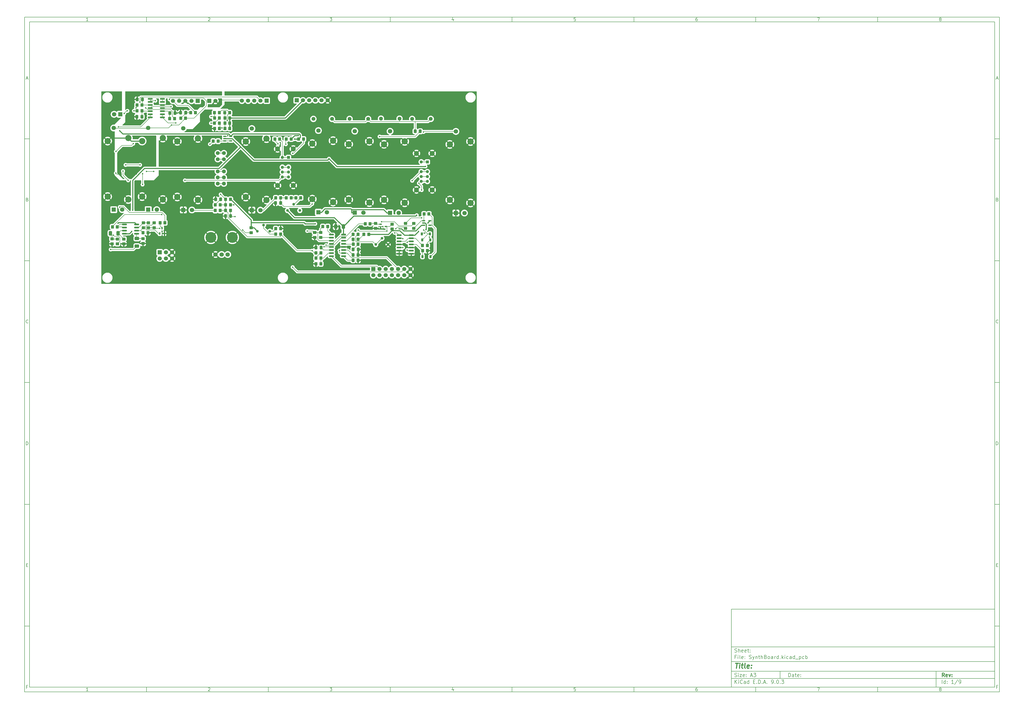
<source format=gbr>
%TF.GenerationSoftware,KiCad,Pcbnew,9.0.3*%
%TF.CreationDate,2025-09-21T10:38:42+09:00*%
%TF.ProjectId,SynthBoard,53796e74-6842-46f6-9172-642e6b696361,rev?*%
%TF.SameCoordinates,Original*%
%TF.FileFunction,Copper,L1,Top*%
%TF.FilePolarity,Positive*%
%FSLAX46Y46*%
G04 Gerber Fmt 4.6, Leading zero omitted, Abs format (unit mm)*
G04 Created by KiCad (PCBNEW 9.0.3) date 2025-09-21 10:38:42*
%MOMM*%
%LPD*%
G01*
G04 APERTURE LIST*
G04 Aperture macros list*
%AMRoundRect*
0 Rectangle with rounded corners*
0 $1 Rounding radius*
0 $2 $3 $4 $5 $6 $7 $8 $9 X,Y pos of 4 corners*
0 Add a 4 corners polygon primitive as box body*
4,1,4,$2,$3,$4,$5,$6,$7,$8,$9,$2,$3,0*
0 Add four circle primitives for the rounded corners*
1,1,$1+$1,$2,$3*
1,1,$1+$1,$4,$5*
1,1,$1+$1,$6,$7*
1,1,$1+$1,$8,$9*
0 Add four rect primitives between the rounded corners*
20,1,$1+$1,$2,$3,$4,$5,0*
20,1,$1+$1,$4,$5,$6,$7,0*
20,1,$1+$1,$6,$7,$8,$9,0*
20,1,$1+$1,$8,$9,$2,$3,0*%
G04 Aperture macros list end*
%ADD10C,0.100000*%
%ADD11C,0.150000*%
%ADD12C,0.300000*%
%ADD13C,0.400000*%
%TA.AperFunction,SMDPad,CuDef*%
%ADD14RoundRect,0.250000X-0.350000X-0.450000X0.350000X-0.450000X0.350000X0.450000X-0.350000X0.450000X0*%
%TD*%
%TA.AperFunction,SMDPad,CuDef*%
%ADD15R,0.600000X1.100000*%
%TD*%
%TA.AperFunction,SMDPad,CuDef*%
%ADD16R,1.100000X0.600000*%
%TD*%
%TA.AperFunction,SMDPad,CuDef*%
%ADD17RoundRect,0.250000X0.337500X0.475000X-0.337500X0.475000X-0.337500X-0.475000X0.337500X-0.475000X0*%
%TD*%
%TA.AperFunction,SMDPad,CuDef*%
%ADD18RoundRect,0.250000X0.450000X-0.350000X0.450000X0.350000X-0.450000X0.350000X-0.450000X-0.350000X0*%
%TD*%
%TA.AperFunction,ComponentPad*%
%ADD19C,1.120000*%
%TD*%
%TA.AperFunction,ComponentPad*%
%ADD20C,1.600000*%
%TD*%
%TA.AperFunction,SMDPad,CuDef*%
%ADD21RoundRect,0.250000X0.350000X0.450000X-0.350000X0.450000X-0.350000X-0.450000X0.350000X-0.450000X0*%
%TD*%
%TA.AperFunction,ComponentPad*%
%ADD22R,1.800000X1.800000*%
%TD*%
%TA.AperFunction,ComponentPad*%
%ADD23C,1.800000*%
%TD*%
%TA.AperFunction,ComponentPad*%
%ADD24C,2.550000*%
%TD*%
%TA.AperFunction,SMDPad,CuDef*%
%ADD25RoundRect,0.250000X-0.337500X-0.475000X0.337500X-0.475000X0.337500X0.475000X-0.337500X0.475000X0*%
%TD*%
%TA.AperFunction,ComponentPad*%
%ADD26R,1.700000X1.700000*%
%TD*%
%TA.AperFunction,ComponentPad*%
%ADD27C,1.700000*%
%TD*%
%TA.AperFunction,SMDPad,CuDef*%
%ADD28RoundRect,0.150000X-0.825000X-0.150000X0.825000X-0.150000X0.825000X0.150000X-0.825000X0.150000X0*%
%TD*%
%TA.AperFunction,SMDPad,CuDef*%
%ADD29RoundRect,0.250000X0.650000X-0.412500X0.650000X0.412500X-0.650000X0.412500X-0.650000X-0.412500X0*%
%TD*%
%TA.AperFunction,SMDPad,CuDef*%
%ADD30RoundRect,0.150000X-0.850000X-0.150000X0.850000X-0.150000X0.850000X0.150000X-0.850000X0.150000X0*%
%TD*%
%TA.AperFunction,SMDPad,CuDef*%
%ADD31RoundRect,0.225000X-0.225000X-0.375000X0.225000X-0.375000X0.225000X0.375000X-0.225000X0.375000X0*%
%TD*%
%TA.AperFunction,ComponentPad*%
%ADD32R,1.200000X1.200000*%
%TD*%
%TA.AperFunction,ComponentPad*%
%ADD33C,1.286000*%
%TD*%
%TA.AperFunction,ComponentPad*%
%ADD34C,2.025000*%
%TD*%
%TA.AperFunction,SMDPad,CuDef*%
%ADD35RoundRect,0.250000X-0.450000X0.350000X-0.450000X-0.350000X0.450000X-0.350000X0.450000X0.350000X0*%
%TD*%
%TA.AperFunction,SMDPad,CuDef*%
%ADD36RoundRect,0.250000X-0.412500X-0.650000X0.412500X-0.650000X0.412500X0.650000X-0.412500X0.650000X0*%
%TD*%
%TA.AperFunction,SMDPad,CuDef*%
%ADD37RoundRect,0.250000X0.475000X-0.337500X0.475000X0.337500X-0.475000X0.337500X-0.475000X-0.337500X0*%
%TD*%
%TA.AperFunction,SMDPad,CuDef*%
%ADD38R,1.200000X0.600000*%
%TD*%
%TA.AperFunction,ComponentPad*%
%ADD39C,4.455000*%
%TD*%
%TA.AperFunction,SMDPad,CuDef*%
%ADD40RoundRect,0.225000X0.225000X0.375000X-0.225000X0.375000X-0.225000X-0.375000X0.225000X-0.375000X0*%
%TD*%
%TA.AperFunction,SMDPad,CuDef*%
%ADD41RoundRect,0.250000X0.412500X0.650000X-0.412500X0.650000X-0.412500X-0.650000X0.412500X-0.650000X0*%
%TD*%
%TA.AperFunction,ViaPad*%
%ADD42C,0.600000*%
%TD*%
%TA.AperFunction,Conductor*%
%ADD43C,0.200000*%
%TD*%
%TA.AperFunction,Conductor*%
%ADD44C,0.400000*%
%TD*%
G04 APERTURE END LIST*
D10*
D11*
X299989000Y-253002200D02*
X407989000Y-253002200D01*
X407989000Y-285002200D01*
X299989000Y-285002200D01*
X299989000Y-253002200D01*
D10*
D11*
X10000000Y-10000000D02*
X409989000Y-10000000D01*
X409989000Y-287002200D01*
X10000000Y-287002200D01*
X10000000Y-10000000D01*
D10*
D11*
X12000000Y-12000000D02*
X407989000Y-12000000D01*
X407989000Y-285002200D01*
X12000000Y-285002200D01*
X12000000Y-12000000D01*
D10*
D11*
X60000000Y-12000000D02*
X60000000Y-10000000D01*
D10*
D11*
X110000000Y-12000000D02*
X110000000Y-10000000D01*
D10*
D11*
X160000000Y-12000000D02*
X160000000Y-10000000D01*
D10*
D11*
X210000000Y-12000000D02*
X210000000Y-10000000D01*
D10*
D11*
X260000000Y-12000000D02*
X260000000Y-10000000D01*
D10*
D11*
X310000000Y-12000000D02*
X310000000Y-10000000D01*
D10*
D11*
X360000000Y-12000000D02*
X360000000Y-10000000D01*
D10*
D11*
X36089160Y-11593604D02*
X35346303Y-11593604D01*
X35717731Y-11593604D02*
X35717731Y-10293604D01*
X35717731Y-10293604D02*
X35593922Y-10479319D01*
X35593922Y-10479319D02*
X35470112Y-10603128D01*
X35470112Y-10603128D02*
X35346303Y-10665033D01*
D10*
D11*
X85346303Y-10417414D02*
X85408207Y-10355509D01*
X85408207Y-10355509D02*
X85532017Y-10293604D01*
X85532017Y-10293604D02*
X85841541Y-10293604D01*
X85841541Y-10293604D02*
X85965350Y-10355509D01*
X85965350Y-10355509D02*
X86027255Y-10417414D01*
X86027255Y-10417414D02*
X86089160Y-10541223D01*
X86089160Y-10541223D02*
X86089160Y-10665033D01*
X86089160Y-10665033D02*
X86027255Y-10850747D01*
X86027255Y-10850747D02*
X85284398Y-11593604D01*
X85284398Y-11593604D02*
X86089160Y-11593604D01*
D10*
D11*
X135284398Y-10293604D02*
X136089160Y-10293604D01*
X136089160Y-10293604D02*
X135655826Y-10788842D01*
X135655826Y-10788842D02*
X135841541Y-10788842D01*
X135841541Y-10788842D02*
X135965350Y-10850747D01*
X135965350Y-10850747D02*
X136027255Y-10912652D01*
X136027255Y-10912652D02*
X136089160Y-11036461D01*
X136089160Y-11036461D02*
X136089160Y-11345985D01*
X136089160Y-11345985D02*
X136027255Y-11469795D01*
X136027255Y-11469795D02*
X135965350Y-11531700D01*
X135965350Y-11531700D02*
X135841541Y-11593604D01*
X135841541Y-11593604D02*
X135470112Y-11593604D01*
X135470112Y-11593604D02*
X135346303Y-11531700D01*
X135346303Y-11531700D02*
X135284398Y-11469795D01*
D10*
D11*
X185965350Y-10726938D02*
X185965350Y-11593604D01*
X185655826Y-10231700D02*
X185346303Y-11160271D01*
X185346303Y-11160271D02*
X186151064Y-11160271D01*
D10*
D11*
X236027255Y-10293604D02*
X235408207Y-10293604D01*
X235408207Y-10293604D02*
X235346303Y-10912652D01*
X235346303Y-10912652D02*
X235408207Y-10850747D01*
X235408207Y-10850747D02*
X235532017Y-10788842D01*
X235532017Y-10788842D02*
X235841541Y-10788842D01*
X235841541Y-10788842D02*
X235965350Y-10850747D01*
X235965350Y-10850747D02*
X236027255Y-10912652D01*
X236027255Y-10912652D02*
X236089160Y-11036461D01*
X236089160Y-11036461D02*
X236089160Y-11345985D01*
X236089160Y-11345985D02*
X236027255Y-11469795D01*
X236027255Y-11469795D02*
X235965350Y-11531700D01*
X235965350Y-11531700D02*
X235841541Y-11593604D01*
X235841541Y-11593604D02*
X235532017Y-11593604D01*
X235532017Y-11593604D02*
X235408207Y-11531700D01*
X235408207Y-11531700D02*
X235346303Y-11469795D01*
D10*
D11*
X285965350Y-10293604D02*
X285717731Y-10293604D01*
X285717731Y-10293604D02*
X285593922Y-10355509D01*
X285593922Y-10355509D02*
X285532017Y-10417414D01*
X285532017Y-10417414D02*
X285408207Y-10603128D01*
X285408207Y-10603128D02*
X285346303Y-10850747D01*
X285346303Y-10850747D02*
X285346303Y-11345985D01*
X285346303Y-11345985D02*
X285408207Y-11469795D01*
X285408207Y-11469795D02*
X285470112Y-11531700D01*
X285470112Y-11531700D02*
X285593922Y-11593604D01*
X285593922Y-11593604D02*
X285841541Y-11593604D01*
X285841541Y-11593604D02*
X285965350Y-11531700D01*
X285965350Y-11531700D02*
X286027255Y-11469795D01*
X286027255Y-11469795D02*
X286089160Y-11345985D01*
X286089160Y-11345985D02*
X286089160Y-11036461D01*
X286089160Y-11036461D02*
X286027255Y-10912652D01*
X286027255Y-10912652D02*
X285965350Y-10850747D01*
X285965350Y-10850747D02*
X285841541Y-10788842D01*
X285841541Y-10788842D02*
X285593922Y-10788842D01*
X285593922Y-10788842D02*
X285470112Y-10850747D01*
X285470112Y-10850747D02*
X285408207Y-10912652D01*
X285408207Y-10912652D02*
X285346303Y-11036461D01*
D10*
D11*
X335284398Y-10293604D02*
X336151064Y-10293604D01*
X336151064Y-10293604D02*
X335593922Y-11593604D01*
D10*
D11*
X385593922Y-10850747D02*
X385470112Y-10788842D01*
X385470112Y-10788842D02*
X385408207Y-10726938D01*
X385408207Y-10726938D02*
X385346303Y-10603128D01*
X385346303Y-10603128D02*
X385346303Y-10541223D01*
X385346303Y-10541223D02*
X385408207Y-10417414D01*
X385408207Y-10417414D02*
X385470112Y-10355509D01*
X385470112Y-10355509D02*
X385593922Y-10293604D01*
X385593922Y-10293604D02*
X385841541Y-10293604D01*
X385841541Y-10293604D02*
X385965350Y-10355509D01*
X385965350Y-10355509D02*
X386027255Y-10417414D01*
X386027255Y-10417414D02*
X386089160Y-10541223D01*
X386089160Y-10541223D02*
X386089160Y-10603128D01*
X386089160Y-10603128D02*
X386027255Y-10726938D01*
X386027255Y-10726938D02*
X385965350Y-10788842D01*
X385965350Y-10788842D02*
X385841541Y-10850747D01*
X385841541Y-10850747D02*
X385593922Y-10850747D01*
X385593922Y-10850747D02*
X385470112Y-10912652D01*
X385470112Y-10912652D02*
X385408207Y-10974557D01*
X385408207Y-10974557D02*
X385346303Y-11098366D01*
X385346303Y-11098366D02*
X385346303Y-11345985D01*
X385346303Y-11345985D02*
X385408207Y-11469795D01*
X385408207Y-11469795D02*
X385470112Y-11531700D01*
X385470112Y-11531700D02*
X385593922Y-11593604D01*
X385593922Y-11593604D02*
X385841541Y-11593604D01*
X385841541Y-11593604D02*
X385965350Y-11531700D01*
X385965350Y-11531700D02*
X386027255Y-11469795D01*
X386027255Y-11469795D02*
X386089160Y-11345985D01*
X386089160Y-11345985D02*
X386089160Y-11098366D01*
X386089160Y-11098366D02*
X386027255Y-10974557D01*
X386027255Y-10974557D02*
X385965350Y-10912652D01*
X385965350Y-10912652D02*
X385841541Y-10850747D01*
D10*
D11*
X60000000Y-285002200D02*
X60000000Y-287002200D01*
D10*
D11*
X110000000Y-285002200D02*
X110000000Y-287002200D01*
D10*
D11*
X160000000Y-285002200D02*
X160000000Y-287002200D01*
D10*
D11*
X210000000Y-285002200D02*
X210000000Y-287002200D01*
D10*
D11*
X260000000Y-285002200D02*
X260000000Y-287002200D01*
D10*
D11*
X310000000Y-285002200D02*
X310000000Y-287002200D01*
D10*
D11*
X360000000Y-285002200D02*
X360000000Y-287002200D01*
D10*
D11*
X36089160Y-286595804D02*
X35346303Y-286595804D01*
X35717731Y-286595804D02*
X35717731Y-285295804D01*
X35717731Y-285295804D02*
X35593922Y-285481519D01*
X35593922Y-285481519D02*
X35470112Y-285605328D01*
X35470112Y-285605328D02*
X35346303Y-285667233D01*
D10*
D11*
X85346303Y-285419614D02*
X85408207Y-285357709D01*
X85408207Y-285357709D02*
X85532017Y-285295804D01*
X85532017Y-285295804D02*
X85841541Y-285295804D01*
X85841541Y-285295804D02*
X85965350Y-285357709D01*
X85965350Y-285357709D02*
X86027255Y-285419614D01*
X86027255Y-285419614D02*
X86089160Y-285543423D01*
X86089160Y-285543423D02*
X86089160Y-285667233D01*
X86089160Y-285667233D02*
X86027255Y-285852947D01*
X86027255Y-285852947D02*
X85284398Y-286595804D01*
X85284398Y-286595804D02*
X86089160Y-286595804D01*
D10*
D11*
X135284398Y-285295804D02*
X136089160Y-285295804D01*
X136089160Y-285295804D02*
X135655826Y-285791042D01*
X135655826Y-285791042D02*
X135841541Y-285791042D01*
X135841541Y-285791042D02*
X135965350Y-285852947D01*
X135965350Y-285852947D02*
X136027255Y-285914852D01*
X136027255Y-285914852D02*
X136089160Y-286038661D01*
X136089160Y-286038661D02*
X136089160Y-286348185D01*
X136089160Y-286348185D02*
X136027255Y-286471995D01*
X136027255Y-286471995D02*
X135965350Y-286533900D01*
X135965350Y-286533900D02*
X135841541Y-286595804D01*
X135841541Y-286595804D02*
X135470112Y-286595804D01*
X135470112Y-286595804D02*
X135346303Y-286533900D01*
X135346303Y-286533900D02*
X135284398Y-286471995D01*
D10*
D11*
X185965350Y-285729138D02*
X185965350Y-286595804D01*
X185655826Y-285233900D02*
X185346303Y-286162471D01*
X185346303Y-286162471D02*
X186151064Y-286162471D01*
D10*
D11*
X236027255Y-285295804D02*
X235408207Y-285295804D01*
X235408207Y-285295804D02*
X235346303Y-285914852D01*
X235346303Y-285914852D02*
X235408207Y-285852947D01*
X235408207Y-285852947D02*
X235532017Y-285791042D01*
X235532017Y-285791042D02*
X235841541Y-285791042D01*
X235841541Y-285791042D02*
X235965350Y-285852947D01*
X235965350Y-285852947D02*
X236027255Y-285914852D01*
X236027255Y-285914852D02*
X236089160Y-286038661D01*
X236089160Y-286038661D02*
X236089160Y-286348185D01*
X236089160Y-286348185D02*
X236027255Y-286471995D01*
X236027255Y-286471995D02*
X235965350Y-286533900D01*
X235965350Y-286533900D02*
X235841541Y-286595804D01*
X235841541Y-286595804D02*
X235532017Y-286595804D01*
X235532017Y-286595804D02*
X235408207Y-286533900D01*
X235408207Y-286533900D02*
X235346303Y-286471995D01*
D10*
D11*
X285965350Y-285295804D02*
X285717731Y-285295804D01*
X285717731Y-285295804D02*
X285593922Y-285357709D01*
X285593922Y-285357709D02*
X285532017Y-285419614D01*
X285532017Y-285419614D02*
X285408207Y-285605328D01*
X285408207Y-285605328D02*
X285346303Y-285852947D01*
X285346303Y-285852947D02*
X285346303Y-286348185D01*
X285346303Y-286348185D02*
X285408207Y-286471995D01*
X285408207Y-286471995D02*
X285470112Y-286533900D01*
X285470112Y-286533900D02*
X285593922Y-286595804D01*
X285593922Y-286595804D02*
X285841541Y-286595804D01*
X285841541Y-286595804D02*
X285965350Y-286533900D01*
X285965350Y-286533900D02*
X286027255Y-286471995D01*
X286027255Y-286471995D02*
X286089160Y-286348185D01*
X286089160Y-286348185D02*
X286089160Y-286038661D01*
X286089160Y-286038661D02*
X286027255Y-285914852D01*
X286027255Y-285914852D02*
X285965350Y-285852947D01*
X285965350Y-285852947D02*
X285841541Y-285791042D01*
X285841541Y-285791042D02*
X285593922Y-285791042D01*
X285593922Y-285791042D02*
X285470112Y-285852947D01*
X285470112Y-285852947D02*
X285408207Y-285914852D01*
X285408207Y-285914852D02*
X285346303Y-286038661D01*
D10*
D11*
X335284398Y-285295804D02*
X336151064Y-285295804D01*
X336151064Y-285295804D02*
X335593922Y-286595804D01*
D10*
D11*
X385593922Y-285852947D02*
X385470112Y-285791042D01*
X385470112Y-285791042D02*
X385408207Y-285729138D01*
X385408207Y-285729138D02*
X385346303Y-285605328D01*
X385346303Y-285605328D02*
X385346303Y-285543423D01*
X385346303Y-285543423D02*
X385408207Y-285419614D01*
X385408207Y-285419614D02*
X385470112Y-285357709D01*
X385470112Y-285357709D02*
X385593922Y-285295804D01*
X385593922Y-285295804D02*
X385841541Y-285295804D01*
X385841541Y-285295804D02*
X385965350Y-285357709D01*
X385965350Y-285357709D02*
X386027255Y-285419614D01*
X386027255Y-285419614D02*
X386089160Y-285543423D01*
X386089160Y-285543423D02*
X386089160Y-285605328D01*
X386089160Y-285605328D02*
X386027255Y-285729138D01*
X386027255Y-285729138D02*
X385965350Y-285791042D01*
X385965350Y-285791042D02*
X385841541Y-285852947D01*
X385841541Y-285852947D02*
X385593922Y-285852947D01*
X385593922Y-285852947D02*
X385470112Y-285914852D01*
X385470112Y-285914852D02*
X385408207Y-285976757D01*
X385408207Y-285976757D02*
X385346303Y-286100566D01*
X385346303Y-286100566D02*
X385346303Y-286348185D01*
X385346303Y-286348185D02*
X385408207Y-286471995D01*
X385408207Y-286471995D02*
X385470112Y-286533900D01*
X385470112Y-286533900D02*
X385593922Y-286595804D01*
X385593922Y-286595804D02*
X385841541Y-286595804D01*
X385841541Y-286595804D02*
X385965350Y-286533900D01*
X385965350Y-286533900D02*
X386027255Y-286471995D01*
X386027255Y-286471995D02*
X386089160Y-286348185D01*
X386089160Y-286348185D02*
X386089160Y-286100566D01*
X386089160Y-286100566D02*
X386027255Y-285976757D01*
X386027255Y-285976757D02*
X385965350Y-285914852D01*
X385965350Y-285914852D02*
X385841541Y-285852947D01*
D10*
D11*
X10000000Y-60000000D02*
X12000000Y-60000000D01*
D10*
D11*
X10000000Y-110000000D02*
X12000000Y-110000000D01*
D10*
D11*
X10000000Y-160000000D02*
X12000000Y-160000000D01*
D10*
D11*
X10000000Y-210000000D02*
X12000000Y-210000000D01*
D10*
D11*
X10000000Y-260000000D02*
X12000000Y-260000000D01*
D10*
D11*
X10690476Y-35222176D02*
X11309523Y-35222176D01*
X10566666Y-35593604D02*
X10999999Y-34293604D01*
X10999999Y-34293604D02*
X11433333Y-35593604D01*
D10*
D11*
X11092857Y-84912652D02*
X11278571Y-84974557D01*
X11278571Y-84974557D02*
X11340476Y-85036461D01*
X11340476Y-85036461D02*
X11402380Y-85160271D01*
X11402380Y-85160271D02*
X11402380Y-85345985D01*
X11402380Y-85345985D02*
X11340476Y-85469795D01*
X11340476Y-85469795D02*
X11278571Y-85531700D01*
X11278571Y-85531700D02*
X11154761Y-85593604D01*
X11154761Y-85593604D02*
X10659523Y-85593604D01*
X10659523Y-85593604D02*
X10659523Y-84293604D01*
X10659523Y-84293604D02*
X11092857Y-84293604D01*
X11092857Y-84293604D02*
X11216666Y-84355509D01*
X11216666Y-84355509D02*
X11278571Y-84417414D01*
X11278571Y-84417414D02*
X11340476Y-84541223D01*
X11340476Y-84541223D02*
X11340476Y-84665033D01*
X11340476Y-84665033D02*
X11278571Y-84788842D01*
X11278571Y-84788842D02*
X11216666Y-84850747D01*
X11216666Y-84850747D02*
X11092857Y-84912652D01*
X11092857Y-84912652D02*
X10659523Y-84912652D01*
D10*
D11*
X11402380Y-135469795D02*
X11340476Y-135531700D01*
X11340476Y-135531700D02*
X11154761Y-135593604D01*
X11154761Y-135593604D02*
X11030952Y-135593604D01*
X11030952Y-135593604D02*
X10845238Y-135531700D01*
X10845238Y-135531700D02*
X10721428Y-135407890D01*
X10721428Y-135407890D02*
X10659523Y-135284080D01*
X10659523Y-135284080D02*
X10597619Y-135036461D01*
X10597619Y-135036461D02*
X10597619Y-134850747D01*
X10597619Y-134850747D02*
X10659523Y-134603128D01*
X10659523Y-134603128D02*
X10721428Y-134479319D01*
X10721428Y-134479319D02*
X10845238Y-134355509D01*
X10845238Y-134355509D02*
X11030952Y-134293604D01*
X11030952Y-134293604D02*
X11154761Y-134293604D01*
X11154761Y-134293604D02*
X11340476Y-134355509D01*
X11340476Y-134355509D02*
X11402380Y-134417414D01*
D10*
D11*
X10659523Y-185593604D02*
X10659523Y-184293604D01*
X10659523Y-184293604D02*
X10969047Y-184293604D01*
X10969047Y-184293604D02*
X11154761Y-184355509D01*
X11154761Y-184355509D02*
X11278571Y-184479319D01*
X11278571Y-184479319D02*
X11340476Y-184603128D01*
X11340476Y-184603128D02*
X11402380Y-184850747D01*
X11402380Y-184850747D02*
X11402380Y-185036461D01*
X11402380Y-185036461D02*
X11340476Y-185284080D01*
X11340476Y-185284080D02*
X11278571Y-185407890D01*
X11278571Y-185407890D02*
X11154761Y-185531700D01*
X11154761Y-185531700D02*
X10969047Y-185593604D01*
X10969047Y-185593604D02*
X10659523Y-185593604D01*
D10*
D11*
X10721428Y-234912652D02*
X11154762Y-234912652D01*
X11340476Y-235593604D02*
X10721428Y-235593604D01*
X10721428Y-235593604D02*
X10721428Y-234293604D01*
X10721428Y-234293604D02*
X11340476Y-234293604D01*
D10*
D11*
X11185714Y-284912652D02*
X10752380Y-284912652D01*
X10752380Y-285593604D02*
X10752380Y-284293604D01*
X10752380Y-284293604D02*
X11371428Y-284293604D01*
D10*
D11*
X409989000Y-60000000D02*
X407989000Y-60000000D01*
D10*
D11*
X409989000Y-110000000D02*
X407989000Y-110000000D01*
D10*
D11*
X409989000Y-160000000D02*
X407989000Y-160000000D01*
D10*
D11*
X409989000Y-210000000D02*
X407989000Y-210000000D01*
D10*
D11*
X409989000Y-260000000D02*
X407989000Y-260000000D01*
D10*
D11*
X408679476Y-35222176D02*
X409298523Y-35222176D01*
X408555666Y-35593604D02*
X408988999Y-34293604D01*
X408988999Y-34293604D02*
X409422333Y-35593604D01*
D10*
D11*
X409081857Y-84912652D02*
X409267571Y-84974557D01*
X409267571Y-84974557D02*
X409329476Y-85036461D01*
X409329476Y-85036461D02*
X409391380Y-85160271D01*
X409391380Y-85160271D02*
X409391380Y-85345985D01*
X409391380Y-85345985D02*
X409329476Y-85469795D01*
X409329476Y-85469795D02*
X409267571Y-85531700D01*
X409267571Y-85531700D02*
X409143761Y-85593604D01*
X409143761Y-85593604D02*
X408648523Y-85593604D01*
X408648523Y-85593604D02*
X408648523Y-84293604D01*
X408648523Y-84293604D02*
X409081857Y-84293604D01*
X409081857Y-84293604D02*
X409205666Y-84355509D01*
X409205666Y-84355509D02*
X409267571Y-84417414D01*
X409267571Y-84417414D02*
X409329476Y-84541223D01*
X409329476Y-84541223D02*
X409329476Y-84665033D01*
X409329476Y-84665033D02*
X409267571Y-84788842D01*
X409267571Y-84788842D02*
X409205666Y-84850747D01*
X409205666Y-84850747D02*
X409081857Y-84912652D01*
X409081857Y-84912652D02*
X408648523Y-84912652D01*
D10*
D11*
X409391380Y-135469795D02*
X409329476Y-135531700D01*
X409329476Y-135531700D02*
X409143761Y-135593604D01*
X409143761Y-135593604D02*
X409019952Y-135593604D01*
X409019952Y-135593604D02*
X408834238Y-135531700D01*
X408834238Y-135531700D02*
X408710428Y-135407890D01*
X408710428Y-135407890D02*
X408648523Y-135284080D01*
X408648523Y-135284080D02*
X408586619Y-135036461D01*
X408586619Y-135036461D02*
X408586619Y-134850747D01*
X408586619Y-134850747D02*
X408648523Y-134603128D01*
X408648523Y-134603128D02*
X408710428Y-134479319D01*
X408710428Y-134479319D02*
X408834238Y-134355509D01*
X408834238Y-134355509D02*
X409019952Y-134293604D01*
X409019952Y-134293604D02*
X409143761Y-134293604D01*
X409143761Y-134293604D02*
X409329476Y-134355509D01*
X409329476Y-134355509D02*
X409391380Y-134417414D01*
D10*
D11*
X408648523Y-185593604D02*
X408648523Y-184293604D01*
X408648523Y-184293604D02*
X408958047Y-184293604D01*
X408958047Y-184293604D02*
X409143761Y-184355509D01*
X409143761Y-184355509D02*
X409267571Y-184479319D01*
X409267571Y-184479319D02*
X409329476Y-184603128D01*
X409329476Y-184603128D02*
X409391380Y-184850747D01*
X409391380Y-184850747D02*
X409391380Y-185036461D01*
X409391380Y-185036461D02*
X409329476Y-185284080D01*
X409329476Y-185284080D02*
X409267571Y-185407890D01*
X409267571Y-185407890D02*
X409143761Y-185531700D01*
X409143761Y-185531700D02*
X408958047Y-185593604D01*
X408958047Y-185593604D02*
X408648523Y-185593604D01*
D10*
D11*
X408710428Y-234912652D02*
X409143762Y-234912652D01*
X409329476Y-235593604D02*
X408710428Y-235593604D01*
X408710428Y-235593604D02*
X408710428Y-234293604D01*
X408710428Y-234293604D02*
X409329476Y-234293604D01*
D10*
D11*
X409174714Y-284912652D02*
X408741380Y-284912652D01*
X408741380Y-285593604D02*
X408741380Y-284293604D01*
X408741380Y-284293604D02*
X409360428Y-284293604D01*
D10*
D11*
X323444826Y-280788328D02*
X323444826Y-279288328D01*
X323444826Y-279288328D02*
X323801969Y-279288328D01*
X323801969Y-279288328D02*
X324016255Y-279359757D01*
X324016255Y-279359757D02*
X324159112Y-279502614D01*
X324159112Y-279502614D02*
X324230541Y-279645471D01*
X324230541Y-279645471D02*
X324301969Y-279931185D01*
X324301969Y-279931185D02*
X324301969Y-280145471D01*
X324301969Y-280145471D02*
X324230541Y-280431185D01*
X324230541Y-280431185D02*
X324159112Y-280574042D01*
X324159112Y-280574042D02*
X324016255Y-280716900D01*
X324016255Y-280716900D02*
X323801969Y-280788328D01*
X323801969Y-280788328D02*
X323444826Y-280788328D01*
X325587684Y-280788328D02*
X325587684Y-280002614D01*
X325587684Y-280002614D02*
X325516255Y-279859757D01*
X325516255Y-279859757D02*
X325373398Y-279788328D01*
X325373398Y-279788328D02*
X325087684Y-279788328D01*
X325087684Y-279788328D02*
X324944826Y-279859757D01*
X325587684Y-280716900D02*
X325444826Y-280788328D01*
X325444826Y-280788328D02*
X325087684Y-280788328D01*
X325087684Y-280788328D02*
X324944826Y-280716900D01*
X324944826Y-280716900D02*
X324873398Y-280574042D01*
X324873398Y-280574042D02*
X324873398Y-280431185D01*
X324873398Y-280431185D02*
X324944826Y-280288328D01*
X324944826Y-280288328D02*
X325087684Y-280216900D01*
X325087684Y-280216900D02*
X325444826Y-280216900D01*
X325444826Y-280216900D02*
X325587684Y-280145471D01*
X326087684Y-279788328D02*
X326659112Y-279788328D01*
X326301969Y-279288328D02*
X326301969Y-280574042D01*
X326301969Y-280574042D02*
X326373398Y-280716900D01*
X326373398Y-280716900D02*
X326516255Y-280788328D01*
X326516255Y-280788328D02*
X326659112Y-280788328D01*
X327730541Y-280716900D02*
X327587684Y-280788328D01*
X327587684Y-280788328D02*
X327301970Y-280788328D01*
X327301970Y-280788328D02*
X327159112Y-280716900D01*
X327159112Y-280716900D02*
X327087684Y-280574042D01*
X327087684Y-280574042D02*
X327087684Y-280002614D01*
X327087684Y-280002614D02*
X327159112Y-279859757D01*
X327159112Y-279859757D02*
X327301970Y-279788328D01*
X327301970Y-279788328D02*
X327587684Y-279788328D01*
X327587684Y-279788328D02*
X327730541Y-279859757D01*
X327730541Y-279859757D02*
X327801970Y-280002614D01*
X327801970Y-280002614D02*
X327801970Y-280145471D01*
X327801970Y-280145471D02*
X327087684Y-280288328D01*
X328444826Y-280645471D02*
X328516255Y-280716900D01*
X328516255Y-280716900D02*
X328444826Y-280788328D01*
X328444826Y-280788328D02*
X328373398Y-280716900D01*
X328373398Y-280716900D02*
X328444826Y-280645471D01*
X328444826Y-280645471D02*
X328444826Y-280788328D01*
X328444826Y-279859757D02*
X328516255Y-279931185D01*
X328516255Y-279931185D02*
X328444826Y-280002614D01*
X328444826Y-280002614D02*
X328373398Y-279931185D01*
X328373398Y-279931185D02*
X328444826Y-279859757D01*
X328444826Y-279859757D02*
X328444826Y-280002614D01*
D10*
D11*
X299989000Y-281502200D02*
X407989000Y-281502200D01*
D10*
D11*
X301444826Y-283588328D02*
X301444826Y-282088328D01*
X302301969Y-283588328D02*
X301659112Y-282731185D01*
X302301969Y-282088328D02*
X301444826Y-282945471D01*
X302944826Y-283588328D02*
X302944826Y-282588328D01*
X302944826Y-282088328D02*
X302873398Y-282159757D01*
X302873398Y-282159757D02*
X302944826Y-282231185D01*
X302944826Y-282231185D02*
X303016255Y-282159757D01*
X303016255Y-282159757D02*
X302944826Y-282088328D01*
X302944826Y-282088328D02*
X302944826Y-282231185D01*
X304516255Y-283445471D02*
X304444827Y-283516900D01*
X304444827Y-283516900D02*
X304230541Y-283588328D01*
X304230541Y-283588328D02*
X304087684Y-283588328D01*
X304087684Y-283588328D02*
X303873398Y-283516900D01*
X303873398Y-283516900D02*
X303730541Y-283374042D01*
X303730541Y-283374042D02*
X303659112Y-283231185D01*
X303659112Y-283231185D02*
X303587684Y-282945471D01*
X303587684Y-282945471D02*
X303587684Y-282731185D01*
X303587684Y-282731185D02*
X303659112Y-282445471D01*
X303659112Y-282445471D02*
X303730541Y-282302614D01*
X303730541Y-282302614D02*
X303873398Y-282159757D01*
X303873398Y-282159757D02*
X304087684Y-282088328D01*
X304087684Y-282088328D02*
X304230541Y-282088328D01*
X304230541Y-282088328D02*
X304444827Y-282159757D01*
X304444827Y-282159757D02*
X304516255Y-282231185D01*
X305801970Y-283588328D02*
X305801970Y-282802614D01*
X305801970Y-282802614D02*
X305730541Y-282659757D01*
X305730541Y-282659757D02*
X305587684Y-282588328D01*
X305587684Y-282588328D02*
X305301970Y-282588328D01*
X305301970Y-282588328D02*
X305159112Y-282659757D01*
X305801970Y-283516900D02*
X305659112Y-283588328D01*
X305659112Y-283588328D02*
X305301970Y-283588328D01*
X305301970Y-283588328D02*
X305159112Y-283516900D01*
X305159112Y-283516900D02*
X305087684Y-283374042D01*
X305087684Y-283374042D02*
X305087684Y-283231185D01*
X305087684Y-283231185D02*
X305159112Y-283088328D01*
X305159112Y-283088328D02*
X305301970Y-283016900D01*
X305301970Y-283016900D02*
X305659112Y-283016900D01*
X305659112Y-283016900D02*
X305801970Y-282945471D01*
X307159113Y-283588328D02*
X307159113Y-282088328D01*
X307159113Y-283516900D02*
X307016255Y-283588328D01*
X307016255Y-283588328D02*
X306730541Y-283588328D01*
X306730541Y-283588328D02*
X306587684Y-283516900D01*
X306587684Y-283516900D02*
X306516255Y-283445471D01*
X306516255Y-283445471D02*
X306444827Y-283302614D01*
X306444827Y-283302614D02*
X306444827Y-282874042D01*
X306444827Y-282874042D02*
X306516255Y-282731185D01*
X306516255Y-282731185D02*
X306587684Y-282659757D01*
X306587684Y-282659757D02*
X306730541Y-282588328D01*
X306730541Y-282588328D02*
X307016255Y-282588328D01*
X307016255Y-282588328D02*
X307159113Y-282659757D01*
X309016255Y-282802614D02*
X309516255Y-282802614D01*
X309730541Y-283588328D02*
X309016255Y-283588328D01*
X309016255Y-283588328D02*
X309016255Y-282088328D01*
X309016255Y-282088328D02*
X309730541Y-282088328D01*
X310373398Y-283445471D02*
X310444827Y-283516900D01*
X310444827Y-283516900D02*
X310373398Y-283588328D01*
X310373398Y-283588328D02*
X310301970Y-283516900D01*
X310301970Y-283516900D02*
X310373398Y-283445471D01*
X310373398Y-283445471D02*
X310373398Y-283588328D01*
X311087684Y-283588328D02*
X311087684Y-282088328D01*
X311087684Y-282088328D02*
X311444827Y-282088328D01*
X311444827Y-282088328D02*
X311659113Y-282159757D01*
X311659113Y-282159757D02*
X311801970Y-282302614D01*
X311801970Y-282302614D02*
X311873399Y-282445471D01*
X311873399Y-282445471D02*
X311944827Y-282731185D01*
X311944827Y-282731185D02*
X311944827Y-282945471D01*
X311944827Y-282945471D02*
X311873399Y-283231185D01*
X311873399Y-283231185D02*
X311801970Y-283374042D01*
X311801970Y-283374042D02*
X311659113Y-283516900D01*
X311659113Y-283516900D02*
X311444827Y-283588328D01*
X311444827Y-283588328D02*
X311087684Y-283588328D01*
X312587684Y-283445471D02*
X312659113Y-283516900D01*
X312659113Y-283516900D02*
X312587684Y-283588328D01*
X312587684Y-283588328D02*
X312516256Y-283516900D01*
X312516256Y-283516900D02*
X312587684Y-283445471D01*
X312587684Y-283445471D02*
X312587684Y-283588328D01*
X313230542Y-283159757D02*
X313944828Y-283159757D01*
X313087685Y-283588328D02*
X313587685Y-282088328D01*
X313587685Y-282088328D02*
X314087685Y-283588328D01*
X314587684Y-283445471D02*
X314659113Y-283516900D01*
X314659113Y-283516900D02*
X314587684Y-283588328D01*
X314587684Y-283588328D02*
X314516256Y-283516900D01*
X314516256Y-283516900D02*
X314587684Y-283445471D01*
X314587684Y-283445471D02*
X314587684Y-283588328D01*
X316516256Y-283588328D02*
X316801970Y-283588328D01*
X316801970Y-283588328D02*
X316944827Y-283516900D01*
X316944827Y-283516900D02*
X317016256Y-283445471D01*
X317016256Y-283445471D02*
X317159113Y-283231185D01*
X317159113Y-283231185D02*
X317230542Y-282945471D01*
X317230542Y-282945471D02*
X317230542Y-282374042D01*
X317230542Y-282374042D02*
X317159113Y-282231185D01*
X317159113Y-282231185D02*
X317087685Y-282159757D01*
X317087685Y-282159757D02*
X316944827Y-282088328D01*
X316944827Y-282088328D02*
X316659113Y-282088328D01*
X316659113Y-282088328D02*
X316516256Y-282159757D01*
X316516256Y-282159757D02*
X316444827Y-282231185D01*
X316444827Y-282231185D02*
X316373399Y-282374042D01*
X316373399Y-282374042D02*
X316373399Y-282731185D01*
X316373399Y-282731185D02*
X316444827Y-282874042D01*
X316444827Y-282874042D02*
X316516256Y-282945471D01*
X316516256Y-282945471D02*
X316659113Y-283016900D01*
X316659113Y-283016900D02*
X316944827Y-283016900D01*
X316944827Y-283016900D02*
X317087685Y-282945471D01*
X317087685Y-282945471D02*
X317159113Y-282874042D01*
X317159113Y-282874042D02*
X317230542Y-282731185D01*
X317873398Y-283445471D02*
X317944827Y-283516900D01*
X317944827Y-283516900D02*
X317873398Y-283588328D01*
X317873398Y-283588328D02*
X317801970Y-283516900D01*
X317801970Y-283516900D02*
X317873398Y-283445471D01*
X317873398Y-283445471D02*
X317873398Y-283588328D01*
X318873399Y-282088328D02*
X319016256Y-282088328D01*
X319016256Y-282088328D02*
X319159113Y-282159757D01*
X319159113Y-282159757D02*
X319230542Y-282231185D01*
X319230542Y-282231185D02*
X319301970Y-282374042D01*
X319301970Y-282374042D02*
X319373399Y-282659757D01*
X319373399Y-282659757D02*
X319373399Y-283016900D01*
X319373399Y-283016900D02*
X319301970Y-283302614D01*
X319301970Y-283302614D02*
X319230542Y-283445471D01*
X319230542Y-283445471D02*
X319159113Y-283516900D01*
X319159113Y-283516900D02*
X319016256Y-283588328D01*
X319016256Y-283588328D02*
X318873399Y-283588328D01*
X318873399Y-283588328D02*
X318730542Y-283516900D01*
X318730542Y-283516900D02*
X318659113Y-283445471D01*
X318659113Y-283445471D02*
X318587684Y-283302614D01*
X318587684Y-283302614D02*
X318516256Y-283016900D01*
X318516256Y-283016900D02*
X318516256Y-282659757D01*
X318516256Y-282659757D02*
X318587684Y-282374042D01*
X318587684Y-282374042D02*
X318659113Y-282231185D01*
X318659113Y-282231185D02*
X318730542Y-282159757D01*
X318730542Y-282159757D02*
X318873399Y-282088328D01*
X320016255Y-283445471D02*
X320087684Y-283516900D01*
X320087684Y-283516900D02*
X320016255Y-283588328D01*
X320016255Y-283588328D02*
X319944827Y-283516900D01*
X319944827Y-283516900D02*
X320016255Y-283445471D01*
X320016255Y-283445471D02*
X320016255Y-283588328D01*
X320587684Y-282088328D02*
X321516256Y-282088328D01*
X321516256Y-282088328D02*
X321016256Y-282659757D01*
X321016256Y-282659757D02*
X321230541Y-282659757D01*
X321230541Y-282659757D02*
X321373399Y-282731185D01*
X321373399Y-282731185D02*
X321444827Y-282802614D01*
X321444827Y-282802614D02*
X321516256Y-282945471D01*
X321516256Y-282945471D02*
X321516256Y-283302614D01*
X321516256Y-283302614D02*
X321444827Y-283445471D01*
X321444827Y-283445471D02*
X321373399Y-283516900D01*
X321373399Y-283516900D02*
X321230541Y-283588328D01*
X321230541Y-283588328D02*
X320801970Y-283588328D01*
X320801970Y-283588328D02*
X320659113Y-283516900D01*
X320659113Y-283516900D02*
X320587684Y-283445471D01*
D10*
D11*
X299989000Y-278502200D02*
X407989000Y-278502200D01*
D10*
D12*
X387400653Y-280780528D02*
X386900653Y-280066242D01*
X386543510Y-280780528D02*
X386543510Y-279280528D01*
X386543510Y-279280528D02*
X387114939Y-279280528D01*
X387114939Y-279280528D02*
X387257796Y-279351957D01*
X387257796Y-279351957D02*
X387329225Y-279423385D01*
X387329225Y-279423385D02*
X387400653Y-279566242D01*
X387400653Y-279566242D02*
X387400653Y-279780528D01*
X387400653Y-279780528D02*
X387329225Y-279923385D01*
X387329225Y-279923385D02*
X387257796Y-279994814D01*
X387257796Y-279994814D02*
X387114939Y-280066242D01*
X387114939Y-280066242D02*
X386543510Y-280066242D01*
X388614939Y-280709100D02*
X388472082Y-280780528D01*
X388472082Y-280780528D02*
X388186368Y-280780528D01*
X388186368Y-280780528D02*
X388043510Y-280709100D01*
X388043510Y-280709100D02*
X387972082Y-280566242D01*
X387972082Y-280566242D02*
X387972082Y-279994814D01*
X387972082Y-279994814D02*
X388043510Y-279851957D01*
X388043510Y-279851957D02*
X388186368Y-279780528D01*
X388186368Y-279780528D02*
X388472082Y-279780528D01*
X388472082Y-279780528D02*
X388614939Y-279851957D01*
X388614939Y-279851957D02*
X388686368Y-279994814D01*
X388686368Y-279994814D02*
X388686368Y-280137671D01*
X388686368Y-280137671D02*
X387972082Y-280280528D01*
X389186367Y-279780528D02*
X389543510Y-280780528D01*
X389543510Y-280780528D02*
X389900653Y-279780528D01*
X390472081Y-280637671D02*
X390543510Y-280709100D01*
X390543510Y-280709100D02*
X390472081Y-280780528D01*
X390472081Y-280780528D02*
X390400653Y-280709100D01*
X390400653Y-280709100D02*
X390472081Y-280637671D01*
X390472081Y-280637671D02*
X390472081Y-280780528D01*
X390472081Y-279851957D02*
X390543510Y-279923385D01*
X390543510Y-279923385D02*
X390472081Y-279994814D01*
X390472081Y-279994814D02*
X390400653Y-279923385D01*
X390400653Y-279923385D02*
X390472081Y-279851957D01*
X390472081Y-279851957D02*
X390472081Y-279994814D01*
D10*
D11*
X301373398Y-280716900D02*
X301587684Y-280788328D01*
X301587684Y-280788328D02*
X301944826Y-280788328D01*
X301944826Y-280788328D02*
X302087684Y-280716900D01*
X302087684Y-280716900D02*
X302159112Y-280645471D01*
X302159112Y-280645471D02*
X302230541Y-280502614D01*
X302230541Y-280502614D02*
X302230541Y-280359757D01*
X302230541Y-280359757D02*
X302159112Y-280216900D01*
X302159112Y-280216900D02*
X302087684Y-280145471D01*
X302087684Y-280145471D02*
X301944826Y-280074042D01*
X301944826Y-280074042D02*
X301659112Y-280002614D01*
X301659112Y-280002614D02*
X301516255Y-279931185D01*
X301516255Y-279931185D02*
X301444826Y-279859757D01*
X301444826Y-279859757D02*
X301373398Y-279716900D01*
X301373398Y-279716900D02*
X301373398Y-279574042D01*
X301373398Y-279574042D02*
X301444826Y-279431185D01*
X301444826Y-279431185D02*
X301516255Y-279359757D01*
X301516255Y-279359757D02*
X301659112Y-279288328D01*
X301659112Y-279288328D02*
X302016255Y-279288328D01*
X302016255Y-279288328D02*
X302230541Y-279359757D01*
X302873397Y-280788328D02*
X302873397Y-279788328D01*
X302873397Y-279288328D02*
X302801969Y-279359757D01*
X302801969Y-279359757D02*
X302873397Y-279431185D01*
X302873397Y-279431185D02*
X302944826Y-279359757D01*
X302944826Y-279359757D02*
X302873397Y-279288328D01*
X302873397Y-279288328D02*
X302873397Y-279431185D01*
X303444826Y-279788328D02*
X304230541Y-279788328D01*
X304230541Y-279788328D02*
X303444826Y-280788328D01*
X303444826Y-280788328D02*
X304230541Y-280788328D01*
X305373398Y-280716900D02*
X305230541Y-280788328D01*
X305230541Y-280788328D02*
X304944827Y-280788328D01*
X304944827Y-280788328D02*
X304801969Y-280716900D01*
X304801969Y-280716900D02*
X304730541Y-280574042D01*
X304730541Y-280574042D02*
X304730541Y-280002614D01*
X304730541Y-280002614D02*
X304801969Y-279859757D01*
X304801969Y-279859757D02*
X304944827Y-279788328D01*
X304944827Y-279788328D02*
X305230541Y-279788328D01*
X305230541Y-279788328D02*
X305373398Y-279859757D01*
X305373398Y-279859757D02*
X305444827Y-280002614D01*
X305444827Y-280002614D02*
X305444827Y-280145471D01*
X305444827Y-280145471D02*
X304730541Y-280288328D01*
X306087683Y-280645471D02*
X306159112Y-280716900D01*
X306159112Y-280716900D02*
X306087683Y-280788328D01*
X306087683Y-280788328D02*
X306016255Y-280716900D01*
X306016255Y-280716900D02*
X306087683Y-280645471D01*
X306087683Y-280645471D02*
X306087683Y-280788328D01*
X306087683Y-279859757D02*
X306159112Y-279931185D01*
X306159112Y-279931185D02*
X306087683Y-280002614D01*
X306087683Y-280002614D02*
X306016255Y-279931185D01*
X306016255Y-279931185D02*
X306087683Y-279859757D01*
X306087683Y-279859757D02*
X306087683Y-280002614D01*
X307873398Y-280359757D02*
X308587684Y-280359757D01*
X307730541Y-280788328D02*
X308230541Y-279288328D01*
X308230541Y-279288328D02*
X308730541Y-280788328D01*
X309087683Y-279288328D02*
X310016255Y-279288328D01*
X310016255Y-279288328D02*
X309516255Y-279859757D01*
X309516255Y-279859757D02*
X309730540Y-279859757D01*
X309730540Y-279859757D02*
X309873398Y-279931185D01*
X309873398Y-279931185D02*
X309944826Y-280002614D01*
X309944826Y-280002614D02*
X310016255Y-280145471D01*
X310016255Y-280145471D02*
X310016255Y-280502614D01*
X310016255Y-280502614D02*
X309944826Y-280645471D01*
X309944826Y-280645471D02*
X309873398Y-280716900D01*
X309873398Y-280716900D02*
X309730540Y-280788328D01*
X309730540Y-280788328D02*
X309301969Y-280788328D01*
X309301969Y-280788328D02*
X309159112Y-280716900D01*
X309159112Y-280716900D02*
X309087683Y-280645471D01*
D10*
D11*
X386444826Y-283588328D02*
X386444826Y-282088328D01*
X387801970Y-283588328D02*
X387801970Y-282088328D01*
X387801970Y-283516900D02*
X387659112Y-283588328D01*
X387659112Y-283588328D02*
X387373398Y-283588328D01*
X387373398Y-283588328D02*
X387230541Y-283516900D01*
X387230541Y-283516900D02*
X387159112Y-283445471D01*
X387159112Y-283445471D02*
X387087684Y-283302614D01*
X387087684Y-283302614D02*
X387087684Y-282874042D01*
X387087684Y-282874042D02*
X387159112Y-282731185D01*
X387159112Y-282731185D02*
X387230541Y-282659757D01*
X387230541Y-282659757D02*
X387373398Y-282588328D01*
X387373398Y-282588328D02*
X387659112Y-282588328D01*
X387659112Y-282588328D02*
X387801970Y-282659757D01*
X388516255Y-283445471D02*
X388587684Y-283516900D01*
X388587684Y-283516900D02*
X388516255Y-283588328D01*
X388516255Y-283588328D02*
X388444827Y-283516900D01*
X388444827Y-283516900D02*
X388516255Y-283445471D01*
X388516255Y-283445471D02*
X388516255Y-283588328D01*
X388516255Y-282659757D02*
X388587684Y-282731185D01*
X388587684Y-282731185D02*
X388516255Y-282802614D01*
X388516255Y-282802614D02*
X388444827Y-282731185D01*
X388444827Y-282731185D02*
X388516255Y-282659757D01*
X388516255Y-282659757D02*
X388516255Y-282802614D01*
X391159113Y-283588328D02*
X390301970Y-283588328D01*
X390730541Y-283588328D02*
X390730541Y-282088328D01*
X390730541Y-282088328D02*
X390587684Y-282302614D01*
X390587684Y-282302614D02*
X390444827Y-282445471D01*
X390444827Y-282445471D02*
X390301970Y-282516900D01*
X392873398Y-282016900D02*
X391587684Y-283945471D01*
X393444827Y-283588328D02*
X393730541Y-283588328D01*
X393730541Y-283588328D02*
X393873398Y-283516900D01*
X393873398Y-283516900D02*
X393944827Y-283445471D01*
X393944827Y-283445471D02*
X394087684Y-283231185D01*
X394087684Y-283231185D02*
X394159113Y-282945471D01*
X394159113Y-282945471D02*
X394159113Y-282374042D01*
X394159113Y-282374042D02*
X394087684Y-282231185D01*
X394087684Y-282231185D02*
X394016256Y-282159757D01*
X394016256Y-282159757D02*
X393873398Y-282088328D01*
X393873398Y-282088328D02*
X393587684Y-282088328D01*
X393587684Y-282088328D02*
X393444827Y-282159757D01*
X393444827Y-282159757D02*
X393373398Y-282231185D01*
X393373398Y-282231185D02*
X393301970Y-282374042D01*
X393301970Y-282374042D02*
X393301970Y-282731185D01*
X393301970Y-282731185D02*
X393373398Y-282874042D01*
X393373398Y-282874042D02*
X393444827Y-282945471D01*
X393444827Y-282945471D02*
X393587684Y-283016900D01*
X393587684Y-283016900D02*
X393873398Y-283016900D01*
X393873398Y-283016900D02*
X394016256Y-282945471D01*
X394016256Y-282945471D02*
X394087684Y-282874042D01*
X394087684Y-282874042D02*
X394159113Y-282731185D01*
D10*
D11*
X299989000Y-274502200D02*
X407989000Y-274502200D01*
D10*
D13*
X301680728Y-275206638D02*
X302823585Y-275206638D01*
X302002157Y-277206638D02*
X302252157Y-275206638D01*
X303240252Y-277206638D02*
X303406919Y-275873304D01*
X303490252Y-275206638D02*
X303383109Y-275301876D01*
X303383109Y-275301876D02*
X303466443Y-275397114D01*
X303466443Y-275397114D02*
X303573586Y-275301876D01*
X303573586Y-275301876D02*
X303490252Y-275206638D01*
X303490252Y-275206638D02*
X303466443Y-275397114D01*
X304073586Y-275873304D02*
X304835490Y-275873304D01*
X304442633Y-275206638D02*
X304228348Y-276920923D01*
X304228348Y-276920923D02*
X304299776Y-277111400D01*
X304299776Y-277111400D02*
X304478348Y-277206638D01*
X304478348Y-277206638D02*
X304668824Y-277206638D01*
X305621205Y-277206638D02*
X305442633Y-277111400D01*
X305442633Y-277111400D02*
X305371205Y-276920923D01*
X305371205Y-276920923D02*
X305585490Y-275206638D01*
X307156919Y-277111400D02*
X306954538Y-277206638D01*
X306954538Y-277206638D02*
X306573585Y-277206638D01*
X306573585Y-277206638D02*
X306395014Y-277111400D01*
X306395014Y-277111400D02*
X306323585Y-276920923D01*
X306323585Y-276920923D02*
X306418824Y-276159019D01*
X306418824Y-276159019D02*
X306537871Y-275968542D01*
X306537871Y-275968542D02*
X306740252Y-275873304D01*
X306740252Y-275873304D02*
X307121204Y-275873304D01*
X307121204Y-275873304D02*
X307299776Y-275968542D01*
X307299776Y-275968542D02*
X307371204Y-276159019D01*
X307371204Y-276159019D02*
X307347395Y-276349495D01*
X307347395Y-276349495D02*
X306371204Y-276539971D01*
X308121205Y-277016161D02*
X308204538Y-277111400D01*
X308204538Y-277111400D02*
X308097395Y-277206638D01*
X308097395Y-277206638D02*
X308014062Y-277111400D01*
X308014062Y-277111400D02*
X308121205Y-277016161D01*
X308121205Y-277016161D02*
X308097395Y-277206638D01*
X308252157Y-275968542D02*
X308335490Y-276063780D01*
X308335490Y-276063780D02*
X308228348Y-276159019D01*
X308228348Y-276159019D02*
X308145014Y-276063780D01*
X308145014Y-276063780D02*
X308252157Y-275968542D01*
X308252157Y-275968542D02*
X308228348Y-276159019D01*
D10*
D11*
X301944826Y-272602614D02*
X301444826Y-272602614D01*
X301444826Y-273388328D02*
X301444826Y-271888328D01*
X301444826Y-271888328D02*
X302159112Y-271888328D01*
X302730540Y-273388328D02*
X302730540Y-272388328D01*
X302730540Y-271888328D02*
X302659112Y-271959757D01*
X302659112Y-271959757D02*
X302730540Y-272031185D01*
X302730540Y-272031185D02*
X302801969Y-271959757D01*
X302801969Y-271959757D02*
X302730540Y-271888328D01*
X302730540Y-271888328D02*
X302730540Y-272031185D01*
X303659112Y-273388328D02*
X303516255Y-273316900D01*
X303516255Y-273316900D02*
X303444826Y-273174042D01*
X303444826Y-273174042D02*
X303444826Y-271888328D01*
X304801969Y-273316900D02*
X304659112Y-273388328D01*
X304659112Y-273388328D02*
X304373398Y-273388328D01*
X304373398Y-273388328D02*
X304230540Y-273316900D01*
X304230540Y-273316900D02*
X304159112Y-273174042D01*
X304159112Y-273174042D02*
X304159112Y-272602614D01*
X304159112Y-272602614D02*
X304230540Y-272459757D01*
X304230540Y-272459757D02*
X304373398Y-272388328D01*
X304373398Y-272388328D02*
X304659112Y-272388328D01*
X304659112Y-272388328D02*
X304801969Y-272459757D01*
X304801969Y-272459757D02*
X304873398Y-272602614D01*
X304873398Y-272602614D02*
X304873398Y-272745471D01*
X304873398Y-272745471D02*
X304159112Y-272888328D01*
X305516254Y-273245471D02*
X305587683Y-273316900D01*
X305587683Y-273316900D02*
X305516254Y-273388328D01*
X305516254Y-273388328D02*
X305444826Y-273316900D01*
X305444826Y-273316900D02*
X305516254Y-273245471D01*
X305516254Y-273245471D02*
X305516254Y-273388328D01*
X305516254Y-272459757D02*
X305587683Y-272531185D01*
X305587683Y-272531185D02*
X305516254Y-272602614D01*
X305516254Y-272602614D02*
X305444826Y-272531185D01*
X305444826Y-272531185D02*
X305516254Y-272459757D01*
X305516254Y-272459757D02*
X305516254Y-272602614D01*
X307301969Y-273316900D02*
X307516255Y-273388328D01*
X307516255Y-273388328D02*
X307873397Y-273388328D01*
X307873397Y-273388328D02*
X308016255Y-273316900D01*
X308016255Y-273316900D02*
X308087683Y-273245471D01*
X308087683Y-273245471D02*
X308159112Y-273102614D01*
X308159112Y-273102614D02*
X308159112Y-272959757D01*
X308159112Y-272959757D02*
X308087683Y-272816900D01*
X308087683Y-272816900D02*
X308016255Y-272745471D01*
X308016255Y-272745471D02*
X307873397Y-272674042D01*
X307873397Y-272674042D02*
X307587683Y-272602614D01*
X307587683Y-272602614D02*
X307444826Y-272531185D01*
X307444826Y-272531185D02*
X307373397Y-272459757D01*
X307373397Y-272459757D02*
X307301969Y-272316900D01*
X307301969Y-272316900D02*
X307301969Y-272174042D01*
X307301969Y-272174042D02*
X307373397Y-272031185D01*
X307373397Y-272031185D02*
X307444826Y-271959757D01*
X307444826Y-271959757D02*
X307587683Y-271888328D01*
X307587683Y-271888328D02*
X307944826Y-271888328D01*
X307944826Y-271888328D02*
X308159112Y-271959757D01*
X308659111Y-272388328D02*
X309016254Y-273388328D01*
X309373397Y-272388328D02*
X309016254Y-273388328D01*
X309016254Y-273388328D02*
X308873397Y-273745471D01*
X308873397Y-273745471D02*
X308801968Y-273816900D01*
X308801968Y-273816900D02*
X308659111Y-273888328D01*
X309944825Y-272388328D02*
X309944825Y-273388328D01*
X309944825Y-272531185D02*
X310016254Y-272459757D01*
X310016254Y-272459757D02*
X310159111Y-272388328D01*
X310159111Y-272388328D02*
X310373397Y-272388328D01*
X310373397Y-272388328D02*
X310516254Y-272459757D01*
X310516254Y-272459757D02*
X310587683Y-272602614D01*
X310587683Y-272602614D02*
X310587683Y-273388328D01*
X311087683Y-272388328D02*
X311659111Y-272388328D01*
X311301968Y-271888328D02*
X311301968Y-273174042D01*
X311301968Y-273174042D02*
X311373397Y-273316900D01*
X311373397Y-273316900D02*
X311516254Y-273388328D01*
X311516254Y-273388328D02*
X311659111Y-273388328D01*
X312159111Y-273388328D02*
X312159111Y-271888328D01*
X312801969Y-273388328D02*
X312801969Y-272602614D01*
X312801969Y-272602614D02*
X312730540Y-272459757D01*
X312730540Y-272459757D02*
X312587683Y-272388328D01*
X312587683Y-272388328D02*
X312373397Y-272388328D01*
X312373397Y-272388328D02*
X312230540Y-272459757D01*
X312230540Y-272459757D02*
X312159111Y-272531185D01*
X314016254Y-272602614D02*
X314230540Y-272674042D01*
X314230540Y-272674042D02*
X314301969Y-272745471D01*
X314301969Y-272745471D02*
X314373397Y-272888328D01*
X314373397Y-272888328D02*
X314373397Y-273102614D01*
X314373397Y-273102614D02*
X314301969Y-273245471D01*
X314301969Y-273245471D02*
X314230540Y-273316900D01*
X314230540Y-273316900D02*
X314087683Y-273388328D01*
X314087683Y-273388328D02*
X313516254Y-273388328D01*
X313516254Y-273388328D02*
X313516254Y-271888328D01*
X313516254Y-271888328D02*
X314016254Y-271888328D01*
X314016254Y-271888328D02*
X314159112Y-271959757D01*
X314159112Y-271959757D02*
X314230540Y-272031185D01*
X314230540Y-272031185D02*
X314301969Y-272174042D01*
X314301969Y-272174042D02*
X314301969Y-272316900D01*
X314301969Y-272316900D02*
X314230540Y-272459757D01*
X314230540Y-272459757D02*
X314159112Y-272531185D01*
X314159112Y-272531185D02*
X314016254Y-272602614D01*
X314016254Y-272602614D02*
X313516254Y-272602614D01*
X315230540Y-273388328D02*
X315087683Y-273316900D01*
X315087683Y-273316900D02*
X315016254Y-273245471D01*
X315016254Y-273245471D02*
X314944826Y-273102614D01*
X314944826Y-273102614D02*
X314944826Y-272674042D01*
X314944826Y-272674042D02*
X315016254Y-272531185D01*
X315016254Y-272531185D02*
X315087683Y-272459757D01*
X315087683Y-272459757D02*
X315230540Y-272388328D01*
X315230540Y-272388328D02*
X315444826Y-272388328D01*
X315444826Y-272388328D02*
X315587683Y-272459757D01*
X315587683Y-272459757D02*
X315659112Y-272531185D01*
X315659112Y-272531185D02*
X315730540Y-272674042D01*
X315730540Y-272674042D02*
X315730540Y-273102614D01*
X315730540Y-273102614D02*
X315659112Y-273245471D01*
X315659112Y-273245471D02*
X315587683Y-273316900D01*
X315587683Y-273316900D02*
X315444826Y-273388328D01*
X315444826Y-273388328D02*
X315230540Y-273388328D01*
X317016255Y-273388328D02*
X317016255Y-272602614D01*
X317016255Y-272602614D02*
X316944826Y-272459757D01*
X316944826Y-272459757D02*
X316801969Y-272388328D01*
X316801969Y-272388328D02*
X316516255Y-272388328D01*
X316516255Y-272388328D02*
X316373397Y-272459757D01*
X317016255Y-273316900D02*
X316873397Y-273388328D01*
X316873397Y-273388328D02*
X316516255Y-273388328D01*
X316516255Y-273388328D02*
X316373397Y-273316900D01*
X316373397Y-273316900D02*
X316301969Y-273174042D01*
X316301969Y-273174042D02*
X316301969Y-273031185D01*
X316301969Y-273031185D02*
X316373397Y-272888328D01*
X316373397Y-272888328D02*
X316516255Y-272816900D01*
X316516255Y-272816900D02*
X316873397Y-272816900D01*
X316873397Y-272816900D02*
X317016255Y-272745471D01*
X317730540Y-273388328D02*
X317730540Y-272388328D01*
X317730540Y-272674042D02*
X317801969Y-272531185D01*
X317801969Y-272531185D02*
X317873398Y-272459757D01*
X317873398Y-272459757D02*
X318016255Y-272388328D01*
X318016255Y-272388328D02*
X318159112Y-272388328D01*
X319301969Y-273388328D02*
X319301969Y-271888328D01*
X319301969Y-273316900D02*
X319159111Y-273388328D01*
X319159111Y-273388328D02*
X318873397Y-273388328D01*
X318873397Y-273388328D02*
X318730540Y-273316900D01*
X318730540Y-273316900D02*
X318659111Y-273245471D01*
X318659111Y-273245471D02*
X318587683Y-273102614D01*
X318587683Y-273102614D02*
X318587683Y-272674042D01*
X318587683Y-272674042D02*
X318659111Y-272531185D01*
X318659111Y-272531185D02*
X318730540Y-272459757D01*
X318730540Y-272459757D02*
X318873397Y-272388328D01*
X318873397Y-272388328D02*
X319159111Y-272388328D01*
X319159111Y-272388328D02*
X319301969Y-272459757D01*
X320016254Y-273245471D02*
X320087683Y-273316900D01*
X320087683Y-273316900D02*
X320016254Y-273388328D01*
X320016254Y-273388328D02*
X319944826Y-273316900D01*
X319944826Y-273316900D02*
X320016254Y-273245471D01*
X320016254Y-273245471D02*
X320016254Y-273388328D01*
X320730540Y-273388328D02*
X320730540Y-271888328D01*
X320873398Y-272816900D02*
X321301969Y-273388328D01*
X321301969Y-272388328D02*
X320730540Y-272959757D01*
X321944826Y-273388328D02*
X321944826Y-272388328D01*
X321944826Y-271888328D02*
X321873398Y-271959757D01*
X321873398Y-271959757D02*
X321944826Y-272031185D01*
X321944826Y-272031185D02*
X322016255Y-271959757D01*
X322016255Y-271959757D02*
X321944826Y-271888328D01*
X321944826Y-271888328D02*
X321944826Y-272031185D01*
X323301970Y-273316900D02*
X323159112Y-273388328D01*
X323159112Y-273388328D02*
X322873398Y-273388328D01*
X322873398Y-273388328D02*
X322730541Y-273316900D01*
X322730541Y-273316900D02*
X322659112Y-273245471D01*
X322659112Y-273245471D02*
X322587684Y-273102614D01*
X322587684Y-273102614D02*
X322587684Y-272674042D01*
X322587684Y-272674042D02*
X322659112Y-272531185D01*
X322659112Y-272531185D02*
X322730541Y-272459757D01*
X322730541Y-272459757D02*
X322873398Y-272388328D01*
X322873398Y-272388328D02*
X323159112Y-272388328D01*
X323159112Y-272388328D02*
X323301970Y-272459757D01*
X324587684Y-273388328D02*
X324587684Y-272602614D01*
X324587684Y-272602614D02*
X324516255Y-272459757D01*
X324516255Y-272459757D02*
X324373398Y-272388328D01*
X324373398Y-272388328D02*
X324087684Y-272388328D01*
X324087684Y-272388328D02*
X323944826Y-272459757D01*
X324587684Y-273316900D02*
X324444826Y-273388328D01*
X324444826Y-273388328D02*
X324087684Y-273388328D01*
X324087684Y-273388328D02*
X323944826Y-273316900D01*
X323944826Y-273316900D02*
X323873398Y-273174042D01*
X323873398Y-273174042D02*
X323873398Y-273031185D01*
X323873398Y-273031185D02*
X323944826Y-272888328D01*
X323944826Y-272888328D02*
X324087684Y-272816900D01*
X324087684Y-272816900D02*
X324444826Y-272816900D01*
X324444826Y-272816900D02*
X324587684Y-272745471D01*
X325944827Y-273388328D02*
X325944827Y-271888328D01*
X325944827Y-273316900D02*
X325801969Y-273388328D01*
X325801969Y-273388328D02*
X325516255Y-273388328D01*
X325516255Y-273388328D02*
X325373398Y-273316900D01*
X325373398Y-273316900D02*
X325301969Y-273245471D01*
X325301969Y-273245471D02*
X325230541Y-273102614D01*
X325230541Y-273102614D02*
X325230541Y-272674042D01*
X325230541Y-272674042D02*
X325301969Y-272531185D01*
X325301969Y-272531185D02*
X325373398Y-272459757D01*
X325373398Y-272459757D02*
X325516255Y-272388328D01*
X325516255Y-272388328D02*
X325801969Y-272388328D01*
X325801969Y-272388328D02*
X325944827Y-272459757D01*
X326301970Y-273531185D02*
X327444827Y-273531185D01*
X327801969Y-272388328D02*
X327801969Y-273888328D01*
X327801969Y-272459757D02*
X327944827Y-272388328D01*
X327944827Y-272388328D02*
X328230541Y-272388328D01*
X328230541Y-272388328D02*
X328373398Y-272459757D01*
X328373398Y-272459757D02*
X328444827Y-272531185D01*
X328444827Y-272531185D02*
X328516255Y-272674042D01*
X328516255Y-272674042D02*
X328516255Y-273102614D01*
X328516255Y-273102614D02*
X328444827Y-273245471D01*
X328444827Y-273245471D02*
X328373398Y-273316900D01*
X328373398Y-273316900D02*
X328230541Y-273388328D01*
X328230541Y-273388328D02*
X327944827Y-273388328D01*
X327944827Y-273388328D02*
X327801969Y-273316900D01*
X329801970Y-273316900D02*
X329659112Y-273388328D01*
X329659112Y-273388328D02*
X329373398Y-273388328D01*
X329373398Y-273388328D02*
X329230541Y-273316900D01*
X329230541Y-273316900D02*
X329159112Y-273245471D01*
X329159112Y-273245471D02*
X329087684Y-273102614D01*
X329087684Y-273102614D02*
X329087684Y-272674042D01*
X329087684Y-272674042D02*
X329159112Y-272531185D01*
X329159112Y-272531185D02*
X329230541Y-272459757D01*
X329230541Y-272459757D02*
X329373398Y-272388328D01*
X329373398Y-272388328D02*
X329659112Y-272388328D01*
X329659112Y-272388328D02*
X329801970Y-272459757D01*
X330444826Y-273388328D02*
X330444826Y-271888328D01*
X330444826Y-272459757D02*
X330587684Y-272388328D01*
X330587684Y-272388328D02*
X330873398Y-272388328D01*
X330873398Y-272388328D02*
X331016255Y-272459757D01*
X331016255Y-272459757D02*
X331087684Y-272531185D01*
X331087684Y-272531185D02*
X331159112Y-272674042D01*
X331159112Y-272674042D02*
X331159112Y-273102614D01*
X331159112Y-273102614D02*
X331087684Y-273245471D01*
X331087684Y-273245471D02*
X331016255Y-273316900D01*
X331016255Y-273316900D02*
X330873398Y-273388328D01*
X330873398Y-273388328D02*
X330587684Y-273388328D01*
X330587684Y-273388328D02*
X330444826Y-273316900D01*
D10*
D11*
X299989000Y-268502200D02*
X407989000Y-268502200D01*
D10*
D11*
X301373398Y-270616900D02*
X301587684Y-270688328D01*
X301587684Y-270688328D02*
X301944826Y-270688328D01*
X301944826Y-270688328D02*
X302087684Y-270616900D01*
X302087684Y-270616900D02*
X302159112Y-270545471D01*
X302159112Y-270545471D02*
X302230541Y-270402614D01*
X302230541Y-270402614D02*
X302230541Y-270259757D01*
X302230541Y-270259757D02*
X302159112Y-270116900D01*
X302159112Y-270116900D02*
X302087684Y-270045471D01*
X302087684Y-270045471D02*
X301944826Y-269974042D01*
X301944826Y-269974042D02*
X301659112Y-269902614D01*
X301659112Y-269902614D02*
X301516255Y-269831185D01*
X301516255Y-269831185D02*
X301444826Y-269759757D01*
X301444826Y-269759757D02*
X301373398Y-269616900D01*
X301373398Y-269616900D02*
X301373398Y-269474042D01*
X301373398Y-269474042D02*
X301444826Y-269331185D01*
X301444826Y-269331185D02*
X301516255Y-269259757D01*
X301516255Y-269259757D02*
X301659112Y-269188328D01*
X301659112Y-269188328D02*
X302016255Y-269188328D01*
X302016255Y-269188328D02*
X302230541Y-269259757D01*
X302873397Y-270688328D02*
X302873397Y-269188328D01*
X303516255Y-270688328D02*
X303516255Y-269902614D01*
X303516255Y-269902614D02*
X303444826Y-269759757D01*
X303444826Y-269759757D02*
X303301969Y-269688328D01*
X303301969Y-269688328D02*
X303087683Y-269688328D01*
X303087683Y-269688328D02*
X302944826Y-269759757D01*
X302944826Y-269759757D02*
X302873397Y-269831185D01*
X304801969Y-270616900D02*
X304659112Y-270688328D01*
X304659112Y-270688328D02*
X304373398Y-270688328D01*
X304373398Y-270688328D02*
X304230540Y-270616900D01*
X304230540Y-270616900D02*
X304159112Y-270474042D01*
X304159112Y-270474042D02*
X304159112Y-269902614D01*
X304159112Y-269902614D02*
X304230540Y-269759757D01*
X304230540Y-269759757D02*
X304373398Y-269688328D01*
X304373398Y-269688328D02*
X304659112Y-269688328D01*
X304659112Y-269688328D02*
X304801969Y-269759757D01*
X304801969Y-269759757D02*
X304873398Y-269902614D01*
X304873398Y-269902614D02*
X304873398Y-270045471D01*
X304873398Y-270045471D02*
X304159112Y-270188328D01*
X306087683Y-270616900D02*
X305944826Y-270688328D01*
X305944826Y-270688328D02*
X305659112Y-270688328D01*
X305659112Y-270688328D02*
X305516254Y-270616900D01*
X305516254Y-270616900D02*
X305444826Y-270474042D01*
X305444826Y-270474042D02*
X305444826Y-269902614D01*
X305444826Y-269902614D02*
X305516254Y-269759757D01*
X305516254Y-269759757D02*
X305659112Y-269688328D01*
X305659112Y-269688328D02*
X305944826Y-269688328D01*
X305944826Y-269688328D02*
X306087683Y-269759757D01*
X306087683Y-269759757D02*
X306159112Y-269902614D01*
X306159112Y-269902614D02*
X306159112Y-270045471D01*
X306159112Y-270045471D02*
X305444826Y-270188328D01*
X306587683Y-269688328D02*
X307159111Y-269688328D01*
X306801968Y-269188328D02*
X306801968Y-270474042D01*
X306801968Y-270474042D02*
X306873397Y-270616900D01*
X306873397Y-270616900D02*
X307016254Y-270688328D01*
X307016254Y-270688328D02*
X307159111Y-270688328D01*
X307659111Y-270545471D02*
X307730540Y-270616900D01*
X307730540Y-270616900D02*
X307659111Y-270688328D01*
X307659111Y-270688328D02*
X307587683Y-270616900D01*
X307587683Y-270616900D02*
X307659111Y-270545471D01*
X307659111Y-270545471D02*
X307659111Y-270688328D01*
X307659111Y-269759757D02*
X307730540Y-269831185D01*
X307730540Y-269831185D02*
X307659111Y-269902614D01*
X307659111Y-269902614D02*
X307587683Y-269831185D01*
X307587683Y-269831185D02*
X307659111Y-269759757D01*
X307659111Y-269759757D02*
X307659111Y-269902614D01*
D10*
D11*
X319989000Y-278502200D02*
X319989000Y-281502200D01*
D10*
D11*
X383989000Y-278502200D02*
X383989000Y-285002200D01*
D14*
%TO.P,R1250,2*%
%TO.N,Net-(R125-Pad1)*%
X131572000Y-106807000D03*
%TO.P,R1250,1*%
%TO.N,Vfci*%
X129572000Y-106807000D03*
%TD*%
%TO.P,R1190,1*%
%TO.N,Net-(R119-Pad2)*%
X149225000Y-99187000D03*
%TO.P,R1190,2*%
%TO.N,+12VA*%
X151225000Y-99187000D03*
%TD*%
D15*
%TO.P,Q3,1,B*%
%TO.N,Net-(Q3-B)*%
X65471000Y-98847000D03*
%TO.P,Q3,2,E*%
%TO.N,GNDA*%
X67371000Y-98847000D03*
%TO.P,Q3,3,C*%
%TO.N,Net-(Q3-C)*%
X66421000Y-96647000D03*
%TD*%
D16*
%TO.P,Q1,1,B*%
%TO.N,Net-(Q1-B)*%
X156042000Y-95062000D03*
%TO.P,Q1,2,E*%
%TO.N,GNDA*%
X156042000Y-96962000D03*
%TO.P,Q1,3,C*%
%TO.N,VPseparate*%
X158242000Y-96012000D03*
%TD*%
D17*
%TO.P,C53,1*%
%TO.N,GNDA*%
X146849500Y-107680000D03*
%TO.P,C53,2*%
%TO.N,Net-(C53-Pad2)*%
X144774500Y-107680000D03*
%TD*%
%TO.P,C52,1*%
%TO.N,GNDA*%
X146849500Y-109839000D03*
%TO.P,C52,2*%
%TO.N,Net-(C52-Pad2)*%
X144774500Y-109839000D03*
%TD*%
D18*
%TO.P,R4,1*%
%TO.N,GNDA*%
X50735000Y-103095000D03*
%TO.P,R4,2*%
%TO.N,Net-(U1A-+)*%
X50735000Y-101095000D03*
%TD*%
D19*
%TO.P,VR20,1,CCW*%
%TO.N,+5VA*%
X105537000Y-97894000D03*
%TO.P,VR20,2,WIPER*%
%TO.N,Net-(VR20-WIPER)*%
X108077000Y-95354000D03*
%TO.P,VR20,3,CW*%
%TO.N,Net-(VR20-CW)*%
X110617000Y-97894000D03*
%TD*%
D20*
%TO.P,R188,1*%
%TO.N,Net-(VR8-WIPER)*%
X169037000Y-51816000D03*
%TO.P,R188,2*%
%TO.N,Net-(C54-Pad1)*%
X176657000Y-51816000D03*
%TD*%
D21*
%TO.P,R17,1*%
%TO.N,Net-(VR1-WIPER)*%
X94472000Y-89408000D03*
%TO.P,R17,2*%
%TO.N,Vfci*%
X92472000Y-89408000D03*
%TD*%
D14*
%TO.P,R119,1*%
%TO.N,Net-(IC5-Pad13)*%
X144812000Y-101203000D03*
%TO.P,R119,2*%
%TO.N,Net-(R119-Pad2)*%
X146812000Y-101203000D03*
%TD*%
%TO.P,R126,1*%
%TO.N,GNDA*%
X129572000Y-111315500D03*
%TO.P,R126,2*%
%TO.N,Net-(IC5-Pad7)*%
X131572000Y-111315500D03*
%TD*%
D22*
%TO.P,VR6,1,CCW*%
%TO.N,+5VA*%
X159967000Y-90384000D03*
D23*
%TO.P,VR6,2,WIPER*%
%TO.N,Net-(VR6-WIPER)*%
X163467000Y-90384000D03*
%TO.P,VR6,3,CW*%
%TO.N,Vso*%
X159967000Y-56884000D03*
D24*
%TO.P,VR6,MH1,MH1*%
%TO.N,GNDA*%
X157467000Y-85034000D03*
%TO.P,VR6,MH2,MH2*%
X165967000Y-86234000D03*
%TO.P,VR6,MH3,MH3*%
X157467000Y-62234000D03*
%TO.P,VR6,MH4,MH4*%
X165967000Y-61034000D03*
%TD*%
D14*
%TO.P,R22,1*%
%TO.N,VP*%
X149765000Y-94869000D03*
%TO.P,R22,2*%
%TO.N,Net-(Q1-B)*%
X151765000Y-94869000D03*
%TD*%
%TO.P,R127,1*%
%TO.N,Net-(IC5-Pad13)*%
X144828000Y-103235000D03*
%TO.P,R127,2*%
%TO.N,Net-(C55-Pad2)*%
X146828000Y-103235000D03*
%TD*%
D25*
%TO.P,C13,1*%
%TO.N,GNDA*%
X92434500Y-91694000D03*
%TO.P,C13,2*%
%TO.N,Net-(VR1-WIPER)*%
X94509500Y-91694000D03*
%TD*%
D21*
%TO.P,R113,1*%
%TO.N,Vfci*%
X90265000Y-87122000D03*
%TO.P,R113,2*%
%TO.N,Net-(C48-Pad2)*%
X88265000Y-87122000D03*
%TD*%
D26*
%TO.P,J1,1,Pin_1*%
%TO.N,CV*%
X109347000Y-44323000D03*
D27*
%TO.P,J1,2,Pin_2*%
%TO.N,Gate*%
X106807000Y-44323000D03*
%TO.P,J1,3,Pin_3*%
%TO.N,unconnected-(J1-Pin_3-Pad3)*%
X104267000Y-44323000D03*
%TO.P,J1,4,Pin_4*%
%TO.N,unconnected-(J1-Pin_4-Pad4)*%
X101727000Y-44323000D03*
%TO.P,J1,5,Pin_5*%
%TO.N,GNDD*%
X99187000Y-44323000D03*
%TD*%
D14*
%TO.P,R191,1*%
%TO.N,Net-(VR2-WIPER)*%
X113046000Y-84201000D03*
%TO.P,R191,2*%
%TO.N,Vpwm*%
X115046000Y-84201000D03*
%TD*%
D28*
%TO.P,IC7,1,Q*%
%TO.N,Net-(IC7A-Q)*%
X163706000Y-99568000D03*
%TO.P,IC7,2,~{Q}*%
%TO.N,Net-(IC7A-D)*%
X163706000Y-100838000D03*
%TO.P,IC7,3,C*%
%TO.N,Net-(IC7A-C)*%
X163706000Y-102108000D03*
%TO.P,IC7,4,R*%
%TO.N,GNDA*%
X163706000Y-103378000D03*
%TO.P,IC7,5,D*%
%TO.N,Net-(IC7A-D)*%
X163706000Y-104648000D03*
%TO.P,IC7,6,S*%
%TO.N,GNDA*%
X163706000Y-105918000D03*
%TO.P,IC7,7,VSS*%
X163706000Y-107188000D03*
%TO.P,IC7,8,S*%
X168656000Y-107188000D03*
%TO.P,IC7,9,D*%
%TO.N,Net-(IC7B-D)*%
X168656000Y-105918000D03*
%TO.P,IC7,10,R*%
%TO.N,GNDA*%
X168656000Y-104648000D03*
%TO.P,IC7,11,C*%
%TO.N,Net-(D3-K)*%
X168656000Y-103378000D03*
%TO.P,IC7,12,~{Q}*%
%TO.N,Net-(IC7B-D)*%
X168656000Y-102108000D03*
%TO.P,IC7,13,Q*%
%TO.N,Net-(IC7A-C)*%
X168656000Y-100838000D03*
%TO.P,IC7,14,VDD*%
%TO.N,+12VA*%
X168656000Y-99568000D03*
%TD*%
D29*
%TO.P,C2,1*%
%TO.N,Raw_Triangle*%
X56069000Y-104022500D03*
%TO.P,C2,2*%
%TO.N,Net-(U1B-+)*%
X56069000Y-100897500D03*
%TD*%
D30*
%TO.P,IC5,1,1*%
%TO.N,Net-(IC5-Pad1)*%
X135906000Y-99298000D03*
%TO.P,IC5,2,2*%
%TO.N,Net-(IC5-Pad2)*%
X135906000Y-100568000D03*
%TO.P,IC5,3,3*%
%TO.N,-5VA*%
X135906000Y-101838000D03*
%TO.P,IC5,4,4*%
%TO.N,VP*%
X135906000Y-103108000D03*
%TO.P,IC5,5,5*%
%TO.N,Vpwm*%
X135906000Y-104378000D03*
%TO.P,IC5,6,6*%
%TO.N,Net-(C51-Pad2)*%
X135906000Y-105648000D03*
%TO.P,IC5,7,7*%
%TO.N,Net-(IC5-Pad7)*%
X135906000Y-106918000D03*
%TO.P,IC5,8,8*%
%TO.N,Vso*%
X135906000Y-108188000D03*
%TO.P,IC5,9,9*%
%TO.N,Net-(C52-Pad2)*%
X140906000Y-108188000D03*
%TO.P,IC5,10,10*%
%TO.N,Vtri*%
X140906000Y-106918000D03*
%TO.P,IC5,11,11*%
%TO.N,Net-(C53-Pad2)*%
X140906000Y-105648000D03*
%TO.P,IC5,12,12*%
%TO.N,GNDA*%
X140906000Y-104378000D03*
%TO.P,IC5,13,13*%
%TO.N,Net-(IC5-Pad13)*%
X140906000Y-103108000D03*
%TO.P,IC5,14,14*%
%TO.N,Net-(IC5-Pad14)*%
X140906000Y-101838000D03*
%TO.P,IC5,15,15*%
%TO.N,Vfci*%
X140906000Y-100568000D03*
%TO.P,IC5,16,16*%
%TO.N,+12VA*%
X140906000Y-99298000D03*
%TD*%
D26*
%TO.P,J2,1,Pin_1*%
%TO.N,ICSPCLK_LFO*%
X81026000Y-44450000D03*
D27*
%TO.P,J2,2,Pin_2*%
%TO.N,ICSPDT_LFO*%
X78486000Y-44450000D03*
%TO.P,J2,3,Pin_3*%
%TO.N,GNDD*%
X75946000Y-44450000D03*
%TO.P,J2,4,Pin_4*%
%TO.N,+5VD*%
X73406000Y-44450000D03*
%TO.P,J2,5,Pin_5*%
%TO.N,~MCLR_LFO*%
X70866000Y-44450000D03*
%TD*%
D21*
%TO.P,R42,1*%
%TO.N,RANGE_2*%
X94139000Y-49276000D03*
%TO.P,R42,2*%
%TO.N,Net-(R42-Pad2)*%
X92139000Y-49276000D03*
%TD*%
D20*
%TO.P,R186,1*%
%TO.N,Net-(VR9-WIPER)*%
X143358000Y-51816000D03*
%TO.P,R186,2*%
%TO.N,Net-(C54-Pad1)*%
X150978000Y-51816000D03*
%TD*%
D22*
%TO.P,VR9,1,CCW*%
%TO.N,+5VA*%
X145477000Y-90323000D03*
D23*
%TO.P,VR9,2,WIPER*%
%TO.N,Net-(VR9-WIPER)*%
X148977000Y-90323000D03*
%TO.P,VR9,3,CW*%
%TO.N,VPseparate*%
X145477000Y-56823000D03*
D24*
%TO.P,VR9,MH1,MH1*%
%TO.N,GNDA*%
X142977000Y-84973000D03*
%TO.P,VR9,MH2,MH2*%
X151477000Y-86173000D03*
%TO.P,VR9,MH3,MH3*%
X142977000Y-62173000D03*
%TO.P,VR9,MH4,MH4*%
X151477000Y-60973000D03*
%TD*%
D17*
%TO.P,C16,1*%
%TO.N,Net-(C16-Pad1)*%
X76094500Y-49276000D03*
%TO.P,C16,2*%
%TO.N,GNDD*%
X74019500Y-49276000D03*
%TD*%
D21*
%TO.P,R114,1*%
%TO.N,CV*%
X94488000Y-87122000D03*
%TO.P,R114,2*%
%TO.N,Vfci*%
X92488000Y-87122000D03*
%TD*%
D20*
%TO.P,SW1,1,A*%
%TO.N,RANGE_2*%
X89281000Y-65859000D03*
%TO.P,SW1,2,B*%
%TO.N,RANGE_4*%
X89281000Y-68359000D03*
%TO.P,SW1,3,C*%
%TO.N,RANGE_C*%
X89281000Y-73359000D03*
%TO.P,SW1,4,D*%
%TO.N,RANGE_8*%
X89281000Y-75859000D03*
%TO.P,SW1,5,E*%
%TO.N,RANGE_16*%
X89281000Y-78359000D03*
%TO.P,SW1,6,F*%
X91781000Y-78359000D03*
%TO.P,SW1,7,G*%
%TO.N,RANGE_8*%
X91781000Y-75859000D03*
%TO.P,SW1,8,H*%
%TO.N,RANGE_C*%
X91781000Y-73359000D03*
%TO.P,SW1,9,I*%
%TO.N,RANGE_4*%
X91781000Y-68359000D03*
%TO.P,SW1,10,J*%
%TO.N,RANGE_2*%
X91781000Y-65859000D03*
%TD*%
D31*
%TO.P,D3,1,K*%
%TO.N,Net-(D3-K)*%
X173248000Y-108315000D03*
%TO.P,D3,2,A*%
%TO.N,Net-(D3-A)*%
X176548000Y-108315000D03*
%TD*%
D21*
%TO.P,R40,1*%
%TO.N,RANGE_8*%
X89932000Y-51435000D03*
%TO.P,R40,2*%
%TO.N,RANGE_4*%
X87932000Y-51435000D03*
%TD*%
D18*
%TO.P,R23,1*%
%TO.N,GNDA*%
X154051000Y-96742000D03*
%TO.P,R23,2*%
%TO.N,Net-(Q1-B)*%
X154051000Y-94742000D03*
%TD*%
D14*
%TO.P,R115,1*%
%TO.N,Vfci*%
X92472000Y-84836000D03*
%TO.P,R115,2*%
%TO.N,+5VA*%
X94472000Y-84836000D03*
%TD*%
D32*
%TO.P,S1,1,NC_1*%
%TO.N,Sub1oct*%
X175260000Y-69469000D03*
D33*
%TO.P,S1,2,NC_2*%
%TO.N,Sub2oct*%
X175260000Y-75469000D03*
%TO.P,S1,3,NC_3*%
%TO.N,Sub2octPW*%
X175260000Y-77469000D03*
%TO.P,S1,4,NO_1*%
%TO.N,Sub1oct*%
X172760000Y-69469000D03*
%TO.P,S1,5,NO_2*%
%TO.N,Sub2oct*%
X172760000Y-75469000D03*
%TO.P,S1,6,NO_3*%
%TO.N,Sub2octPW*%
X172760000Y-77469000D03*
D34*
%TO.P,S1,7,GND_1*%
%TO.N,GNDA*%
X177235000Y-65959000D03*
%TO.P,S1,8,GND_2*%
X177235000Y-80959000D03*
%TO.P,S1,9,GND_3*%
X170785000Y-65959000D03*
%TO.P,S1,10,GND_4*%
X170785000Y-80959000D03*
D33*
%TO.P,S1,C1,COM_1*%
%TO.N,SubVP*%
X175260000Y-73469000D03*
%TO.P,S1,C2,COM_2*%
X172760000Y-73469000D03*
%TD*%
D21*
%TO.P,R19,1*%
%TO.N,GNDA*%
X175279000Y-105902000D03*
%TO.P,R19,2*%
%TO.N,Net-(D3-K)*%
X173279000Y-105902000D03*
%TD*%
D19*
%TO.P,VR27,1,CCW*%
%TO.N,Net-(VR27-CCW)*%
X154067000Y-103378000D03*
%TO.P,VR27,2,WIPER*%
X156607000Y-100838000D03*
%TO.P,VR27,3,CW*%
%TO.N,GNDA*%
X159147000Y-103378000D03*
%TD*%
D26*
%TO.P,J3,1,Pin_1*%
%TO.N,+5VD*%
X85745000Y-44425000D03*
D27*
%TO.P,J3,2,Pin_2*%
%TO.N,GNDD*%
X88285000Y-44425000D03*
%TD*%
D21*
%TO.P,R39,1*%
%TO.N,RANGE_16*%
X89916000Y-53594000D03*
%TO.P,R39,2*%
%TO.N,RANGE_8*%
X87916000Y-53594000D03*
%TD*%
D17*
%TO.P,C17,1*%
%TO.N,Net-(U7A-+)*%
X58314500Y-43815000D03*
%TO.P,C17,2*%
%TO.N,GNDD*%
X56239500Y-43815000D03*
%TD*%
D14*
%TO.P,R103,1*%
%TO.N,PWM_Triangle*%
X56144500Y-48514000D03*
%TO.P,R103,2*%
%TO.N,Net-(U7B-+)*%
X58144500Y-48514000D03*
%TD*%
%TO.P,R102,1*%
%TO.N,Vpwm*%
X117380000Y-84201000D03*
%TO.P,R102,2*%
%TO.N,Net-(R101-Pad1)*%
X119380000Y-84201000D03*
%TD*%
D18*
%TO.P,R12,1*%
%TO.N,Triangle*%
X63165000Y-96475000D03*
%TO.P,R12,2*%
%TO.N,Net-(Q3-B)*%
X63165000Y-94475000D03*
%TD*%
D14*
%TO.P,R38,1*%
%TO.N,GNDA*%
X87948000Y-55753000D03*
%TO.P,R38,2*%
%TO.N,RANGE_16*%
X89948000Y-55753000D03*
%TD*%
%TO.P,R120,1*%
%TO.N,-5VA*%
X132366000Y-95996000D03*
%TO.P,R120,2*%
%TO.N,Net-(IC5-Pad1)*%
X134366000Y-95996000D03*
%TD*%
D20*
%TO.P,R187,1*%
%TO.N,Net-(VR6-WIPER)*%
X156210000Y-51689000D03*
%TO.P,R187,2*%
%TO.N,Net-(C54-Pad1)*%
X163830000Y-51689000D03*
%TD*%
D26*
%TO.P,J6,1,Pin_1*%
%TO.N,+12VA*%
X121666000Y-44196000D03*
D27*
%TO.P,J6,2,Pin_2*%
%TO.N,+5VA*%
X124206000Y-44196000D03*
%TO.P,J6,3,Pin_3*%
%TO.N,-5VA*%
X126746000Y-44196000D03*
%TO.P,J6,4,Pin_4*%
%TO.N,-12VA*%
X129286000Y-44196000D03*
%TO.P,J6,5,Pin_5*%
%TO.N,unconnected-(J6-Pin_5-Pad5)*%
X131826000Y-44196000D03*
%TO.P,J6,6,Pin_6*%
%TO.N,GNDA*%
X134366000Y-44196000D03*
%TD*%
D18*
%TO.P,R16,1*%
%TO.N,Net-(VR1-CW)*%
X102997000Y-98520000D03*
%TO.P,R16,2*%
%TO.N,+5VA*%
X102997000Y-96520000D03*
%TD*%
D35*
%TO.P,R8,1*%
%TO.N,Net-(R11-Pad2)*%
X60768000Y-94475000D03*
%TO.P,R8,2*%
%TO.N,Triangle*%
X60768000Y-96475000D03*
%TD*%
%TO.P,R121,1*%
%TO.N,-5VA*%
X131461000Y-98425000D03*
%TO.P,R121,2*%
%TO.N,Net-(IC5-Pad2)*%
X131461000Y-100425000D03*
%TD*%
D22*
%TO.P,VR8,1,CCW*%
%TO.N,GNDA*%
X186972000Y-90437000D03*
D23*
%TO.P,VR8,2,WIPER*%
%TO.N,Net-(VR8-WIPER)*%
X190472000Y-90437000D03*
%TO.P,VR8,3,CW*%
%TO.N,SubVP*%
X186972000Y-56937000D03*
D24*
%TO.P,VR8,MH1,MH1*%
%TO.N,GNDA*%
X184472000Y-85087000D03*
%TO.P,VR8,MH2,MH2*%
X192972000Y-86287000D03*
%TO.P,VR8,MH3,MH3*%
X184472000Y-62287000D03*
%TO.P,VR8,MH4,MH4*%
X192972000Y-61087000D03*
%TD*%
D25*
%TO.P,C48,1*%
%TO.N,GNDA*%
X88370500Y-84836000D03*
%TO.P,C48,2*%
%TO.N,Net-(C48-Pad2)*%
X90445500Y-84836000D03*
%TD*%
D21*
%TO.P,R7,1*%
%TO.N,Net-(U1A--)*%
X48052000Y-96110000D03*
%TO.P,R7,2*%
%TO.N,Sine*%
X46052000Y-96110000D03*
%TD*%
D35*
%TO.P,R6,1*%
%TO.N,Net-(C1-Pad1)*%
X45909000Y-101079000D03*
%TO.P,R6,2*%
%TO.N,GNDA*%
X45909000Y-103079000D03*
%TD*%
D36*
%TO.P,C1,1*%
%TO.N,Net-(C1-Pad1)*%
X45235500Y-98777000D03*
%TO.P,C1,2*%
%TO.N,Net-(U1A-+)*%
X48360500Y-98777000D03*
%TD*%
D22*
%TO.P,D2,1,K*%
%TO.N,Net-(D2-K)*%
X49276000Y-49911000D03*
D23*
%TO.P,D2,2,A*%
%TO.N,+12VA*%
X46736000Y-49911000D03*
%TD*%
D18*
%TO.P,R9,1*%
%TO.N,GNDA*%
X58609000Y-102952000D03*
%TO.P,R9,2*%
%TO.N,Net-(U1B-+)*%
X58609000Y-100952000D03*
%TD*%
D22*
%TO.P,VR5,1,CCW*%
%TO.N,GNDD*%
X60728000Y-89040000D03*
D23*
%TO.P,VR5,2,WIPER*%
%TO.N,Delay*%
X64228000Y-89040000D03*
%TO.P,VR5,3,CW*%
%TO.N,+5VD*%
X60728000Y-55540000D03*
D24*
%TO.P,VR5,MH1,MH1*%
%TO.N,GNDA*%
X58228000Y-83690000D03*
%TO.P,VR5,MH2,MH2*%
X66728000Y-84890000D03*
%TO.P,VR5,MH3,MH3*%
X58228000Y-60890000D03*
%TO.P,VR5,MH4,MH4*%
X66728000Y-59690000D03*
%TD*%
D21*
%TO.P,R55,1*%
%TO.N,PWM_S_MAN*%
X124444000Y-60071000D03*
%TO.P,R55,2*%
%TO.N,+12VA*%
X122444000Y-60071000D03*
%TD*%
D25*
%TO.P,C54,1*%
%TO.N,Net-(C54-Pad1)*%
X170264000Y-56896000D03*
%TO.P,C54,2*%
%TO.N,VCOWave*%
X172339000Y-56896000D03*
%TD*%
D37*
%TO.P,C50,1*%
%TO.N,GNDA*%
X129048000Y-100462500D03*
%TO.P,C50,2*%
%TO.N,-5VA*%
X129048000Y-98387500D03*
%TD*%
D18*
%TO.P,R11,1*%
%TO.N,Net-(U1B--)*%
X58736000Y-96459000D03*
%TO.P,R11,2*%
%TO.N,Net-(R11-Pad2)*%
X58736000Y-94459000D03*
%TD*%
D14*
%TO.P,R20,1*%
%TO.N,Net-(IC7A-C)*%
X173247000Y-103743000D03*
%TO.P,R20,2*%
%TO.N,Sub1oct*%
X175247000Y-103743000D03*
%TD*%
%TO.P,R104,1*%
%TO.N,Net-(VR7-WIPER)*%
X88249000Y-89408000D03*
%TO.P,R104,2*%
%TO.N,Vfci*%
X90249000Y-89408000D03*
%TD*%
D28*
%TO.P,U7,1*%
%TO.N,Raw_Sine*%
X61598000Y-43561000D03*
%TO.P,U7,2,-*%
X61598000Y-44831000D03*
%TO.P,U7,3,+*%
%TO.N,Net-(U7A-+)*%
X61598000Y-46101000D03*
%TO.P,U7,4,V+*%
%TO.N,+5VD*%
X61598000Y-47371000D03*
%TO.P,U7,5,+*%
%TO.N,Net-(U7B-+)*%
X61598000Y-48641000D03*
%TO.P,U7,6,-*%
%TO.N,Raw_Triangle*%
X61598000Y-49911000D03*
%TO.P,U7,7*%
X61598000Y-51181000D03*
%TO.P,U7,8*%
%TO.N,Randum*%
X66548000Y-51181000D03*
%TO.P,U7,9,-*%
X66548000Y-49911000D03*
%TO.P,U7,10,+*%
%TO.N,Net-(U7C-+)*%
X66548000Y-48641000D03*
%TO.P,U7,11,V-*%
%TO.N,GNDD*%
X66548000Y-47371000D03*
%TO.P,U7,12,+*%
X66548000Y-46101000D03*
%TO.P,U7,13,-*%
%TO.N,Net-(U7D--)*%
X66548000Y-44831000D03*
%TO.P,U7,14*%
X66548000Y-43561000D03*
%TD*%
D31*
%TO.P,D4,1,K*%
%TO.N,Sub2octPW*%
X173121000Y-101457000D03*
%TO.P,D4,2,A*%
%TO.N,Sub1oct*%
X176421000Y-101457000D03*
%TD*%
D20*
%TO.P,R25,1*%
%TO.N,Net-(VR3-WIPER)*%
X128499000Y-51816000D03*
%TO.P,R25,2*%
%TO.N,Net-(C54-Pad1)*%
X136119000Y-51816000D03*
%TD*%
D14*
%TO.P,R118,1*%
%TO.N,Net-(IC5-Pad14)*%
X144812000Y-99171000D03*
%TO.P,R118,2*%
%TO.N,Net-(VR27-CCW)*%
X146812000Y-99171000D03*
%TD*%
D26*
%TO.P,J4,1,Pin_1*%
%TO.N,VCOWave*%
X153051000Y-113411000D03*
D27*
%TO.P,J4,2,Pin_2*%
X153051000Y-115951000D03*
%TO.P,J4,3,Pin_3*%
%TO.N,Vso*%
X155591000Y-113411000D03*
%TO.P,J4,4,Pin_4*%
X155591000Y-115951000D03*
%TO.P,J4,5,Pin_5*%
%TO.N,VPseparate*%
X158131000Y-113411000D03*
%TO.P,J4,6,Pin_6*%
X158131000Y-115951000D03*
%TO.P,J4,7,Pin_7*%
%TO.N,SubVP*%
X160671000Y-113411000D03*
%TO.P,J4,8,Pin_8*%
X160671000Y-115951000D03*
%TO.P,J4,9,Pin_9*%
%TO.N,Vtri*%
X163211000Y-113411000D03*
%TO.P,J4,10,Pin_10*%
X163211000Y-115951000D03*
%TO.P,J4,11,Pin_11*%
%TO.N,EnvFlt*%
X165751000Y-113411000D03*
%TO.P,J4,12,Pin_12*%
X165751000Y-115951000D03*
%TO.P,J4,13,Pin_13*%
%TO.N,GNDA*%
X168291000Y-113411000D03*
%TO.P,J4,14,Pin_14*%
X168291000Y-115951000D03*
%TD*%
D22*
%TO.P,VR3,1,CCW*%
%TO.N,+5VA*%
X130559000Y-90096000D03*
D23*
%TO.P,VR3,2,WIPER*%
%TO.N,Net-(VR3-WIPER)*%
X134059000Y-90096000D03*
%TO.P,VR3,3,CW*%
%TO.N,Vtri*%
X130559000Y-56596000D03*
D24*
%TO.P,VR3,MH1,MH1*%
%TO.N,GNDA*%
X128059000Y-84746000D03*
%TO.P,VR3,MH2,MH2*%
X136559000Y-85946000D03*
%TO.P,VR3,MH3,MH3*%
X128059000Y-61946000D03*
%TO.P,VR3,MH4,MH4*%
X136559000Y-60746000D03*
%TD*%
D14*
%TO.P,R100,1*%
%TO.N,PWM_Sine*%
X56144500Y-46101000D03*
%TO.P,R100,2*%
%TO.N,Net-(U7A-+)*%
X58144500Y-46101000D03*
%TD*%
D19*
%TO.P,VR21,1,CCW*%
%TO.N,+12VA*%
X117856000Y-89408000D03*
%TO.P,VR21,2,WIPER*%
%TO.N,Net-(VR21-CW)*%
X120396000Y-86868000D03*
%TO.P,VR21,3,CW*%
X122936000Y-89408000D03*
%TD*%
D14*
%TO.P,R98,1*%
%TO.N,Net-(C16-Pad1)*%
X74073000Y-51562000D03*
%TO.P,R98,2*%
%TO.N,+5VD*%
X76073000Y-51562000D03*
%TD*%
D21*
%TO.P,R10,1*%
%TO.N,GNDA*%
X60609000Y-98523000D03*
%TO.P,R10,2*%
%TO.N,Net-(U1B--)*%
X58609000Y-98523000D03*
%TD*%
D22*
%TO.P,VR4,1,CCW*%
%TO.N,GNDD*%
X46578000Y-89040000D03*
D23*
%TO.P,VR4,2,WIPER*%
%TO.N,Rate*%
X50078000Y-89040000D03*
%TO.P,VR4,3,CW*%
%TO.N,+5VD*%
X46578000Y-55540000D03*
D24*
%TO.P,VR4,MH1,MH1*%
%TO.N,GNDA*%
X44078000Y-83690000D03*
%TO.P,VR4,MH2,MH2*%
X52578000Y-84890000D03*
%TO.P,VR4,MH3,MH3*%
X44078000Y-60890000D03*
%TO.P,VR4,MH4,MH4*%
X52578000Y-59690000D03*
%TD*%
D17*
%TO.P,C55,1*%
%TO.N,GNDA*%
X146865500Y-105394000D03*
%TO.P,C55,2*%
%TO.N,Net-(C55-Pad2)*%
X144790500Y-105394000D03*
%TD*%
D26*
%TO.P,J7,1,Pin_1*%
%TO.N,Sine*%
X65411000Y-106558000D03*
D27*
%TO.P,J7,2,Pin_2*%
%TO.N,Square*%
X65411000Y-109098000D03*
%TO.P,J7,3,Pin_3*%
%TO.N,Triangle*%
X67951000Y-106558000D03*
%TO.P,J7,4,Pin_4*%
%TO.N,Randum*%
X67951000Y-109098000D03*
%TO.P,J7,5,Pin_5*%
%TO.N,GNDA*%
X70491000Y-106558000D03*
%TO.P,J7,6,Pin_6*%
X70491000Y-109098000D03*
%TD*%
D22*
%TO.P,VR7,1,CCW*%
%TO.N,GNDA*%
X75147000Y-89194000D03*
D23*
%TO.P,VR7,2,WIPER*%
%TO.N,Net-(VR7-WIPER)*%
X78647000Y-89194000D03*
%TO.P,VR7,3,CW*%
%TO.N,Sine*%
X75147000Y-55694000D03*
D24*
%TO.P,VR7,MH1,MH1*%
%TO.N,GNDA*%
X72647000Y-83844000D03*
%TO.P,VR7,MH2,MH2*%
X81147000Y-85044000D03*
%TO.P,VR7,MH3,MH3*%
X72647000Y-61044000D03*
%TO.P,VR7,MH4,MH4*%
X81147000Y-59844000D03*
%TD*%
D14*
%TO.P,R101,1*%
%TO.N,Net-(R101-Pad1)*%
X121317000Y-84201000D03*
%TO.P,R101,2*%
%TO.N,Net-(VR21-CW)*%
X123317000Y-84201000D03*
%TD*%
%TO.P,R193,1*%
%TO.N,Triangle*%
X117380000Y-60071000D03*
%TO.P,R193,2*%
%TO.N,+5VA*%
X119380000Y-60071000D03*
%TD*%
D38*
%TO.P,IC4,1,INPUT_+*%
%TO.N,RANGE_C*%
X92115000Y-58933000D03*
%TO.P,IC4,2,VEE*%
%TO.N,-12VA*%
X92115000Y-59883000D03*
%TO.P,IC4,3,INPUT_-*%
%TO.N,Net-(IC4-INPUT_-)*%
X92115000Y-60833000D03*
%TO.P,IC4,4,OUTPUT*%
X94615000Y-60833000D03*
%TO.P,IC4,5,VCC*%
%TO.N,+12VA*%
X94615000Y-58933000D03*
%TD*%
D23*
%TO.P,VR1,1,CCW*%
%TO.N,GNDA*%
X88350000Y-107457000D03*
%TO.P,VR1,2,WIPER*%
%TO.N,Net-(VR1-WIPER)*%
X90850000Y-107457000D03*
%TO.P,VR1,3,CW*%
%TO.N,Net-(VR1-CW)*%
X93350000Y-107457000D03*
D39*
%TO.P,VR1,MH1,MH1*%
%TO.N,GNDA*%
X86450000Y-100457000D03*
%TO.P,VR1,MH2,MH2*%
X95250000Y-100457000D03*
%TD*%
D25*
%TO.P,C19,1*%
%TO.N,Net-(U7C-+)*%
X69618000Y-49403000D03*
%TO.P,C19,2*%
%TO.N,GNDD*%
X71693000Y-49403000D03*
%TD*%
D35*
%TO.P,R24,1*%
%TO.N,VPseparate*%
X160798000Y-95012000D03*
%TO.P,R24,2*%
%TO.N,+12VA*%
X160798000Y-97012000D03*
%TD*%
D14*
%TO.P,R43,1*%
%TO.N,Net-(R42-Pad2)*%
X92171000Y-51435000D03*
%TO.P,R43,2*%
%TO.N,+5VA*%
X94171000Y-51435000D03*
%TD*%
D22*
%TO.P,VR2,1,CCW*%
%TO.N,GNDA*%
X103251000Y-89253000D03*
D23*
%TO.P,VR2,2,WIPER*%
%TO.N,Net-(VR2-WIPER)*%
X106751000Y-89253000D03*
%TO.P,VR2,3,CW*%
%TO.N,PWMSource*%
X103251000Y-55753000D03*
D24*
%TO.P,VR2,MH1,MH1*%
%TO.N,GNDA*%
X100751000Y-83903000D03*
%TO.P,VR2,MH2,MH2*%
X109251000Y-85103000D03*
%TO.P,VR2,MH3,MH3*%
X100751000Y-61103000D03*
%TO.P,VR2,MH4,MH4*%
X109251000Y-59903000D03*
%TD*%
D14*
%TO.P,R44,1*%
%TO.N,Net-(R42-Pad2)*%
X92171000Y-53594000D03*
%TO.P,R44,2*%
%TO.N,+5VA*%
X94171000Y-53594000D03*
%TD*%
D21*
%TO.P,R117,1*%
%TO.N,GNDA*%
X115046000Y-96852000D03*
%TO.P,R117,2*%
%TO.N,Net-(VR20-CW)*%
X113046000Y-96852000D03*
%TD*%
D14*
%TO.P,R13,1*%
%TO.N,Net-(Q3-C)*%
X65610000Y-94459000D03*
%TO.P,R13,2*%
%TO.N,Net-(D2-K)*%
X67610000Y-94459000D03*
%TD*%
%TO.P,R125,1*%
%TO.N,Net-(R125-Pad1)*%
X129572000Y-108966000D03*
%TO.P,R125,2*%
%TO.N,Net-(IC5-Pad7)*%
X131572000Y-108966000D03*
%TD*%
%TO.P,R99,1*%
%TO.N,Net-(C16-Pad1)*%
X78121000Y-49276000D03*
%TO.P,R99,2*%
%TO.N,~MCLR_LFO*%
X80121000Y-49276000D03*
%TD*%
D38*
%TO.P,IC6,1,INPUT_+*%
%TO.N,Net-(IC6-INPUT_+)*%
X173776000Y-93599000D03*
%TO.P,IC6,2,VEE*%
%TO.N,-12VA*%
X173776000Y-94549000D03*
%TO.P,IC6,3,INPUT_-*%
%TO.N,+5VA*%
X173776000Y-95499000D03*
%TO.P,IC6,4,OUTPUT*%
%TO.N,Net-(D3-A)*%
X176276000Y-95499000D03*
%TO.P,IC6,5,VCC*%
%TO.N,+12VA*%
X176276000Y-93599000D03*
%TD*%
D14*
%TO.P,R214,1*%
%TO.N,EnvFlt*%
X112665000Y-60071000D03*
%TO.P,R214,2*%
%TO.N,PWM_S_ENV*%
X114665000Y-60071000D03*
%TD*%
D21*
%TO.P,R105,1*%
%TO.N,PWM_Randum*%
X71550000Y-51689000D03*
%TO.P,R105,2*%
%TO.N,Net-(U7C-+)*%
X69550000Y-51689000D03*
%TD*%
D35*
%TO.P,R259,1*%
%TO.N,Vso*%
X169688000Y-94742000D03*
%TO.P,R259,2*%
%TO.N,Net-(IC6-INPUT_+)*%
X169688000Y-96742000D03*
%TD*%
D18*
%TO.P,R21,1*%
%TO.N,Net-(IC7A-Q)*%
X166259000Y-96742000D03*
%TO.P,R21,2*%
%TO.N,Sub2oct*%
X166259000Y-94742000D03*
%TD*%
D32*
%TO.P,S2,1,NC_1*%
%TO.N,PWM_S_ENV*%
X118277000Y-67644000D03*
D33*
%TO.P,S2,2,NC_2*%
%TO.N,PWM_S_MAN*%
X118277000Y-73644000D03*
%TO.P,S2,3,NC_3*%
%TO.N,Triangle*%
X118277000Y-75644000D03*
%TO.P,S2,4,NO_1*%
%TO.N,PWM_S_ENV*%
X115777000Y-67644000D03*
%TO.P,S2,5,NO_2*%
%TO.N,PWM_S_MAN*%
X115777000Y-73644000D03*
%TO.P,S2,6,NO_3*%
%TO.N,Triangle*%
X115777000Y-75644000D03*
D34*
%TO.P,S2,7,GND_1*%
%TO.N,GNDA*%
X120252000Y-64134000D03*
%TO.P,S2,8,GND_2*%
X120252000Y-79134000D03*
%TO.P,S2,9,GND_3*%
X113802000Y-64134000D03*
%TO.P,S2,10,GND_4*%
X113802000Y-79134000D03*
D33*
%TO.P,S2,C1,COM_1*%
%TO.N,PWMSource*%
X118277000Y-71644000D03*
%TO.P,S2,C2,COM_2*%
X115777000Y-71644000D03*
%TD*%
D14*
%TO.P,R45,1*%
%TO.N,Net-(R42-Pad2)*%
X92171000Y-55753000D03*
%TO.P,R45,2*%
%TO.N,+5VA*%
X94171000Y-55753000D03*
%TD*%
D21*
%TO.P,R112,1*%
%TO.N,Net-(IC4-INPUT_-)*%
X89408000Y-60960000D03*
%TO.P,R112,2*%
%TO.N,Vfci*%
X87408000Y-60960000D03*
%TD*%
D14*
%TO.P,R41,1*%
%TO.N,RANGE_4*%
X87919000Y-49276000D03*
%TO.P,R41,2*%
%TO.N,RANGE_2*%
X89919000Y-49276000D03*
%TD*%
D17*
%TO.P,C18,1*%
%TO.N,Net-(U7B-+)*%
X58166000Y-50927000D03*
%TO.P,C18,2*%
%TO.N,GNDD*%
X56091000Y-50927000D03*
%TD*%
D25*
%TO.P,C42,1*%
%TO.N,GNDA*%
X112987000Y-86360000D03*
%TO.P,C42,2*%
%TO.N,Vpwm*%
X115062000Y-86360000D03*
%TD*%
D14*
%TO.P,R116,1*%
%TO.N,Net-(VR20-WIPER)*%
X113046000Y-99138000D03*
%TO.P,R116,2*%
%TO.N,Vfci*%
X115046000Y-99138000D03*
%TD*%
%TO.P,R258,1*%
%TO.N,Net-(IC6-INPUT_+)*%
X173895000Y-90805000D03*
%TO.P,R258,2*%
%TO.N,Net-(D3-A)*%
X175895000Y-90805000D03*
%TD*%
D25*
%TO.P,C51,1*%
%TO.N,GNDA*%
X129556000Y-104632000D03*
%TO.P,C51,2*%
%TO.N,Net-(C51-Pad2)*%
X131631000Y-104632000D03*
%TD*%
D40*
%TO.P,D1,1,K*%
%TO.N,Sub2octPW*%
X176295000Y-99044000D03*
%TO.P,D1,2,A*%
%TO.N,Sub2oct*%
X172995000Y-99044000D03*
%TD*%
D41*
%TO.P,C49,1*%
%TO.N,+12VA*%
X140770500Y-95996000D03*
%TO.P,C49,2*%
%TO.N,GNDA*%
X137645500Y-95996000D03*
%TD*%
D18*
%TO.P,R5,1*%
%TO.N,Raw_Sine*%
X48068000Y-103095000D03*
%TO.P,R5,2*%
%TO.N,Net-(C1-Pad1)*%
X48068000Y-101095000D03*
%TD*%
D28*
%TO.P,U1,1*%
%TO.N,Net-(U1A--)*%
X50992000Y-95123000D03*
%TO.P,U1,2,-*%
X50992000Y-96393000D03*
%TO.P,U1,3,+*%
%TO.N,Net-(U1A-+)*%
X50992000Y-97663000D03*
%TO.P,U1,4,V-*%
%TO.N,-12VA*%
X50992000Y-98933000D03*
%TO.P,U1,5,+*%
%TO.N,Net-(U1B-+)*%
X55942000Y-98933000D03*
%TO.P,U1,6,-*%
%TO.N,Net-(U1B--)*%
X55942000Y-97663000D03*
%TO.P,U1,7*%
%TO.N,Net-(R11-Pad2)*%
X55942000Y-96393000D03*
%TO.P,U1,8,V+*%
%TO.N,+12VA*%
X55942000Y-95123000D03*
%TD*%
D42*
%TO.N,+5VD*%
X62992000Y-73406000D03*
X70270900Y-54323200D03*
X60071000Y-73406000D03*
X70104000Y-46736000D03*
X69469000Y-43815000D03*
%TO.N,GNDD*%
X47446000Y-74058800D03*
X60071000Y-58928000D03*
X49657000Y-74549000D03*
X59690000Y-51308000D03*
X51308000Y-74549000D03*
X74041000Y-47371000D03*
X55880000Y-74422000D03*
%TO.N,+12VA*%
X120734000Y-60104600D03*
X170898800Y-91349200D03*
X175493500Y-94549000D03*
X48311200Y-94597400D03*
X171664000Y-98008300D03*
X49038300Y-56680800D03*
%TO.N,GNDA*%
X151257000Y-109728000D03*
X150622000Y-96774000D03*
%TO.N,-12VA*%
X53901000Y-98000400D03*
X134918100Y-68118000D03*
X54331200Y-89281000D03*
X174711600Y-97230600D03*
X174504900Y-71321300D03*
%TO.N,Raw_Triangle*%
X48480400Y-55095600D03*
X45339000Y-105410000D03*
%TO.N,Net-(VR1-WIPER)*%
X96353700Y-91881200D03*
%TO.N,Vpwm*%
X128021800Y-86723300D03*
X132822600Y-104292600D03*
%TO.N,-5VA*%
X125964000Y-97822000D03*
%TO.N,VCOWave*%
X155650200Y-59046100D03*
%TO.N,Sub1oct*%
X176144600Y-100250500D03*
%TO.N,Sub2octPW*%
X173719200Y-97388300D03*
%TO.N,Net-(D2-K)*%
X49042300Y-87980500D03*
%TO.N,Sub2oct*%
X172923000Y-81023400D03*
X171779700Y-78232000D03*
X172923000Y-92402500D03*
X174132800Y-98653400D03*
%TO.N,Delay*%
X51443300Y-70697800D03*
X57394900Y-70697800D03*
X58420000Y-78740000D03*
X58420000Y-74295000D03*
%TO.N,Raw_Sine*%
X47490300Y-65147600D03*
X63675600Y-44343100D03*
X46439200Y-99521200D03*
X54610000Y-61976000D03*
%TO.N,RANGE_C*%
X93365000Y-58652300D03*
%TO.N,Vtri*%
X139192000Y-105791000D03*
%TO.N,Vso*%
X156440600Y-94033700D03*
%TO.N,Vfci*%
X86031700Y-62177200D03*
X90433400Y-82797400D03*
X128016000Y-105918000D03*
X133731000Y-103632000D03*
%TO.N,+5VA*%
X122381900Y-58651600D03*
X163632000Y-96875700D03*
X125167800Y-94851600D03*
X129281400Y-94851600D03*
%TO.N,Net-(IC7A-Q)*%
X162327900Y-96933700D03*
X161829800Y-98560900D03*
%TO.N,Net-(IC7B-D)*%
X167005000Y-105664000D03*
X167005000Y-102489000D03*
%TO.N,Net-(IC7A-D)*%
X165227000Y-100965000D03*
X165227000Y-104648000D03*
%TO.N,SubVP*%
X169037000Y-77192000D03*
X173688800Y-57194900D03*
%TO.N,VPseparate*%
X158700200Y-97822000D03*
X146903200Y-97449800D03*
%TO.N,Triangle*%
X75770700Y-77029200D03*
X65472300Y-96764900D03*
X117189600Y-62217200D03*
%TO.N,Sine*%
X66270000Y-91040200D03*
%TO.N,CV*%
X95826700Y-87104100D03*
%TO.N,Net-(VR1-CW)*%
X99505800Y-97425000D03*
%TO.N,RANGE_16*%
X91059500Y-55529000D03*
%TO.N,RANGE_8*%
X86492800Y-53582700D03*
%TO.N,RANGE_4*%
X86500800Y-50878900D03*
%TO.N,RANGE_2*%
X93115800Y-52459300D03*
%TO.N,PWM_S_MAN*%
X119992700Y-65889600D03*
%TO.N,PWM_Triangle*%
X54864000Y-48514000D03*
X52197000Y-48514000D03*
X52504400Y-77029200D03*
X50853500Y-49591300D03*
X50401100Y-73201800D03*
%TO.N,PWM_Sine*%
X55683500Y-47307500D03*
%TO.N,PWM_Randum*%
X59715300Y-47270700D03*
%TO.N,Gate*%
X57332200Y-44915300D03*
%TO.N,Randum*%
X72048700Y-53509800D03*
%TO.N,EnvFlt*%
X119994600Y-112674000D03*
X113988500Y-61983400D03*
%TD*%
D43*
%TO.N,Net-(R119-Pad2)*%
X146812000Y-101203000D02*
X147209000Y-101203000D01*
X147209000Y-101203000D02*
X149225000Y-99187000D01*
D44*
%TO.N,+12VA*%
X159225700Y-99187000D02*
X160798000Y-97614700D01*
X151600000Y-98812000D02*
X151600000Y-99187000D01*
X151600000Y-99187000D02*
X159225700Y-99187000D01*
D43*
%TO.N,Net-(R125-Pad1)*%
X129572000Y-108966000D02*
X129572000Y-108680000D01*
X129572000Y-108680000D02*
X131445000Y-106807000D01*
%TO.N,Vfci*%
X128905000Y-106807000D02*
X128016000Y-105918000D01*
X129445000Y-106807000D02*
X128905000Y-106807000D01*
%TO.N,Net-(IC5-Pad7)*%
X134636000Y-106918000D02*
X135906000Y-106918000D01*
X132588000Y-108966000D02*
X134636000Y-106918000D01*
X131572000Y-108966000D02*
X132588000Y-108966000D01*
%TO.N,+5VD*%
X84593300Y-44425000D02*
X84593300Y-46463200D01*
X70270900Y-54323200D02*
X69054100Y-55540000D01*
X70104000Y-46736000D02*
X62233000Y-46736000D01*
X69679500Y-43223500D02*
X73406000Y-43223500D01*
X46735300Y-55697300D02*
X60570700Y-55697300D01*
X69469000Y-43434000D02*
X69679500Y-43223500D01*
X73406000Y-44450000D02*
X73406000Y-43223500D01*
X69469000Y-43815000D02*
X69469000Y-43434000D01*
X60071000Y-73406000D02*
X59944000Y-73406000D01*
X83391800Y-43223500D02*
X84593300Y-44425000D01*
X62233000Y-46736000D02*
X61598000Y-47371000D01*
X85745000Y-44425000D02*
X84593300Y-44425000D01*
X60570700Y-55697300D02*
X60728000Y-55540000D01*
X73406000Y-43223500D02*
X83391800Y-43223500D01*
X46578000Y-55540000D02*
X46735300Y-55697300D01*
X62992000Y-73406000D02*
X60071000Y-73406000D01*
X69054100Y-55540000D02*
X60728000Y-55540000D01*
X70270900Y-54323200D02*
X73311800Y-54323200D01*
X73311800Y-54323200D02*
X76073000Y-51562000D01*
X84593300Y-46463200D02*
X79494500Y-51562000D01*
X79494500Y-51562000D02*
X76073000Y-51562000D01*
%TO.N,Net-(C1-Pad1)*%
X48068000Y-101095000D02*
X45925000Y-101095000D01*
X45235500Y-98777000D02*
X45837500Y-99379000D01*
X45925000Y-101095000D02*
X45909000Y-101079000D01*
X45837500Y-99379000D02*
X45837500Y-99770300D01*
X45909000Y-99841800D02*
X45909000Y-101079000D01*
X45837500Y-99770300D02*
X45909000Y-99841800D01*
%TO.N,GNDD*%
X47595100Y-73909700D02*
X47446000Y-74058800D01*
X47446000Y-74058800D02*
X47936200Y-74549000D01*
X47936200Y-74549000D02*
X49657000Y-74549000D01*
X66548000Y-47371000D02*
X74041000Y-47371000D01*
X90559700Y-44040300D02*
X98904300Y-44040300D01*
X98904300Y-44040300D02*
X99187000Y-44323000D01*
X51308000Y-74549000D02*
X55753000Y-74549000D01*
X47446000Y-74058800D02*
X47595100Y-73909700D01*
X55753000Y-74549000D02*
X55880000Y-74422000D01*
D44*
%TO.N,+12VA*%
X55942000Y-95123000D02*
X55200300Y-94381300D01*
X120762500Y-92314500D02*
X137089000Y-92314500D01*
X168656000Y-99568000D02*
X170104300Y-99568000D01*
X123098500Y-58373200D02*
X123098500Y-59416500D01*
X123098500Y-59416500D02*
X122444000Y-60071000D01*
X117856000Y-89408000D02*
X120762500Y-92314500D01*
X175493500Y-94381500D02*
X175493500Y-94549000D01*
X163926000Y-97635400D02*
X165858600Y-99568000D01*
X160798000Y-97012000D02*
X160798000Y-97614700D01*
X165858600Y-99568000D02*
X168656000Y-99568000D01*
X122645300Y-57920000D02*
X123098500Y-58373200D01*
X137089000Y-92314500D02*
X140770500Y-95996000D01*
X93713800Y-57946200D02*
X94615000Y-58847400D01*
X94615000Y-58847400D02*
X94615000Y-58933000D01*
X140906000Y-99298000D02*
X140770500Y-99162500D01*
X160818700Y-97635400D02*
X163926000Y-97635400D01*
X120734000Y-60104600D02*
X122410400Y-60104600D01*
X170554600Y-91693400D02*
X145073100Y-91693400D01*
X140770500Y-99162500D02*
X140770500Y-95996000D01*
X122410400Y-60104600D02*
X122444000Y-60071000D01*
X49038300Y-56680800D02*
X50303700Y-57946200D01*
X94615000Y-58847400D02*
X95542400Y-57920000D01*
X170104300Y-99568000D02*
X171664000Y-98008300D01*
X50303700Y-57946200D02*
X93713800Y-57946200D01*
X176276000Y-93599000D02*
X175493500Y-94381500D01*
X170898800Y-91349200D02*
X170554600Y-91693400D01*
X48527300Y-94381300D02*
X48311200Y-94597400D01*
X160798000Y-97614700D02*
X160818700Y-97635400D01*
X55200300Y-94381300D02*
X48527300Y-94381300D01*
X145073100Y-91693400D02*
X140770500Y-95996000D01*
X95542400Y-57920000D02*
X122645300Y-57920000D01*
%TO.N,GNDA*%
X154210000Y-96901000D02*
X154051000Y-96742000D01*
X53778000Y-60890000D02*
X52578000Y-59690000D01*
D43*
X154051000Y-96427800D02*
X154051000Y-96901000D01*
D44*
X156353000Y-96901000D02*
X154210000Y-96901000D01*
X58228000Y-60890000D02*
X53778000Y-60890000D01*
X45278000Y-59690000D02*
X44078000Y-60890000D01*
X52578000Y-59690000D02*
X45278000Y-59690000D01*
%TO.N,-12VA*%
X53901000Y-98000400D02*
X52968400Y-98933000D01*
X174777800Y-97164400D02*
X174711600Y-97230600D01*
X52968400Y-98933000D02*
X50992000Y-98933000D01*
X54331200Y-77029200D02*
X59223000Y-72137400D01*
X89778400Y-72137400D02*
X98618100Y-63297700D01*
X173776000Y-94549000D02*
X174357600Y-94549000D01*
X54331200Y-89281000D02*
X54331200Y-77029200D01*
X174357600Y-94549000D02*
X174777800Y-94969200D01*
X134335900Y-68700200D02*
X134918100Y-68118000D01*
X174777800Y-94969200D02*
X174777800Y-97164400D01*
X98618100Y-63297700D02*
X104020500Y-68700200D01*
X95203300Y-59883000D02*
X98618100Y-63297700D01*
X59223000Y-72137400D02*
X89778400Y-72137400D01*
X138121400Y-71321300D02*
X134918100Y-68118000D01*
X104020500Y-68700200D02*
X134335900Y-68700200D01*
X174504900Y-71321300D02*
X138121400Y-71321300D01*
X92115000Y-59883000D02*
X95203300Y-59883000D01*
D43*
%TO.N,Net-(Q3-C)*%
X65610000Y-95761000D02*
X66467000Y-96618000D01*
X65610000Y-94459000D02*
X65610000Y-95761000D01*
%TO.N,Net-(U1A-+)*%
X49474500Y-97663000D02*
X50992000Y-97663000D01*
X48360500Y-98777000D02*
X49474500Y-97663000D01*
X50735000Y-101095000D02*
X48417000Y-98777000D01*
X48417000Y-98777000D02*
X48360500Y-98777000D01*
%TO.N,Raw_Triangle*%
X45339000Y-105410000D02*
X54681500Y-105410000D01*
X61598000Y-51181000D02*
X61598000Y-49911000D01*
X54681500Y-105410000D02*
X56069000Y-104022500D01*
X57683400Y-55095600D02*
X48480400Y-55095600D01*
X61598000Y-51181000D02*
X57683400Y-55095600D01*
%TO.N,Net-(U1B-+)*%
X56069000Y-100897500D02*
X58554500Y-100897500D01*
X58554500Y-100897500D02*
X58609000Y-100952000D01*
X55942000Y-100770500D02*
X55942000Y-98933000D01*
X56069000Y-100897500D02*
X55942000Y-100770500D01*
%TO.N,Net-(Q3-B)*%
X60149800Y-97449000D02*
X63546300Y-97449000D01*
X65517000Y-98818000D02*
X64915300Y-98818000D01*
X62150200Y-95489800D02*
X60107100Y-95489800D01*
X59744000Y-97043200D02*
X60149800Y-97449000D01*
X63165000Y-94475000D02*
X62150200Y-95489800D01*
X63546300Y-97449000D02*
X64915300Y-98818000D01*
X60107100Y-95489800D02*
X59744000Y-95852900D01*
X59744000Y-95852900D02*
X59744000Y-97043200D01*
%TO.N,Net-(VR1-WIPER)*%
X94696700Y-91881200D02*
X94509500Y-91694000D01*
X94509500Y-91694000D02*
X94472000Y-91656500D01*
X96353700Y-91881200D02*
X94696700Y-91881200D01*
X94472000Y-91656500D02*
X94472000Y-89408000D01*
%TO.N,Net-(C16-Pad1)*%
X74073000Y-51562000D02*
X76094500Y-49540500D01*
X76094500Y-49276000D02*
X78121000Y-49276000D01*
X76094500Y-49540500D02*
X76094500Y-49276000D01*
%TO.N,Vpwm*%
X135820600Y-104292600D02*
X135906000Y-104378000D01*
X126983900Y-87761200D02*
X128021800Y-86723300D01*
X117380000Y-84201000D02*
X115046000Y-84201000D01*
X115046000Y-84201000D02*
X115046000Y-86344000D01*
X132822600Y-104292600D02*
X135820600Y-104292600D01*
X115046000Y-86344000D02*
X115062000Y-86360000D01*
X116463200Y-87761200D02*
X126983900Y-87761200D01*
X115062000Y-86360000D02*
X116463200Y-87761200D01*
%TO.N,Net-(C48-Pad2)*%
X88265000Y-87122000D02*
X88265000Y-87016500D01*
X88265000Y-87016500D02*
X90445500Y-84836000D01*
%TO.N,-5VA*%
X125964000Y-97822000D02*
X128482500Y-97822000D01*
X130302000Y-98387500D02*
X131423500Y-98387500D01*
X131423500Y-98387500D02*
X131461000Y-98425000D01*
X130302000Y-101219000D02*
X130302000Y-98387500D01*
X135906000Y-101838000D02*
X136339400Y-101838000D01*
X135906000Y-101838000D02*
X130921000Y-101838000D01*
X131423500Y-96938500D02*
X131423500Y-98387500D01*
X129048000Y-98387500D02*
X130302000Y-98387500D01*
X132366000Y-95996000D02*
X131423500Y-96938500D01*
X128482500Y-97822000D02*
X129048000Y-98387500D01*
X130921000Y-101838000D02*
X130302000Y-101219000D01*
%TO.N,Net-(C51-Pad2)*%
X132647000Y-105648000D02*
X135906000Y-105648000D01*
X131631000Y-104632000D02*
X132647000Y-105648000D01*
%TO.N,Net-(C52-Pad2)*%
X144774500Y-109839000D02*
X142557000Y-109839000D01*
X142557000Y-109839000D02*
X140906000Y-108188000D01*
%TO.N,Net-(C53-Pad2)*%
X142780000Y-105648000D02*
X144812000Y-107680000D01*
X140906000Y-105648000D02*
X142780000Y-105648000D01*
%TO.N,VCOWave*%
X172339000Y-56896000D02*
X170189000Y-59046000D01*
X170189000Y-59046000D02*
X155650200Y-59046000D01*
X155650200Y-59046000D02*
X155650200Y-59046100D01*
%TO.N,Net-(C54-Pad1)*%
X152010800Y-52848800D02*
X150978000Y-51816000D01*
X175555300Y-52917700D02*
X176657000Y-51816000D01*
X163830000Y-52848800D02*
X152010800Y-52848800D01*
X137241900Y-52938900D02*
X136119000Y-51816000D01*
X170264000Y-52917700D02*
X175555300Y-52917700D01*
X170264000Y-56896000D02*
X170264000Y-52917700D01*
X163830000Y-51689000D02*
X163830000Y-52848800D01*
X163898900Y-52917700D02*
X170264000Y-52917700D01*
X149855100Y-52938900D02*
X137241900Y-52938900D01*
X150978000Y-51816000D02*
X149855100Y-52938900D01*
X163830000Y-52848800D02*
X163898900Y-52917700D01*
%TO.N,Net-(C55-Pad2)*%
X144790500Y-105394000D02*
X146828000Y-103356500D01*
X146828000Y-103356500D02*
X146828000Y-103235000D01*
%TO.N,Sub1oct*%
X176082600Y-101795400D02*
X175247000Y-102631000D01*
X175247000Y-102631000D02*
X175247000Y-103743000D01*
X176082600Y-101795400D02*
X176144600Y-101733400D01*
X176421000Y-101457000D02*
X176082600Y-101795400D01*
X176144600Y-101733400D02*
X176144600Y-100250500D01*
X175260000Y-69469000D02*
X172760000Y-69469000D01*
%TO.N,Sub2octPW*%
X173121000Y-101457000D02*
X175373300Y-99204700D01*
X176295000Y-99044000D02*
X175373300Y-99044000D01*
X172760000Y-77469000D02*
X175260000Y-77469000D01*
X175373300Y-99044000D02*
X175373300Y-99042400D01*
X175373300Y-99204700D02*
X175373300Y-99044000D01*
X175373300Y-99042400D02*
X173719200Y-97388300D01*
%TO.N,Net-(D2-K)*%
X66352100Y-90241700D02*
X52979200Y-90241700D01*
X50575800Y-87838300D02*
X49184500Y-87838300D01*
X52979200Y-90241700D02*
X50575800Y-87838300D01*
X49184500Y-87838300D02*
X49042300Y-87980500D01*
X67610000Y-91499600D02*
X66352100Y-90241700D01*
X67610000Y-94459000D02*
X67610000Y-91499600D01*
%TO.N,Sub2oct*%
X174132800Y-98653400D02*
X173385600Y-98653400D01*
X172760000Y-75469000D02*
X175260000Y-75469000D01*
X171831000Y-78180700D02*
X171779700Y-78232000D01*
X171831000Y-78359000D02*
X171831000Y-78180700D01*
X172923000Y-81023400D02*
X172923000Y-79451000D01*
X173385600Y-98653400D02*
X172995000Y-99044000D01*
X172923000Y-79451000D02*
X171831000Y-78359000D01*
X172923000Y-92402500D02*
X168598500Y-92402500D01*
X168598500Y-92402500D02*
X166259000Y-94742000D01*
%TO.N,Net-(U7A-+)*%
X58314500Y-46101000D02*
X58314500Y-43815000D01*
X58144500Y-46101000D02*
X58314500Y-46101000D01*
X58314500Y-46101000D02*
X61598000Y-46101000D01*
%TO.N,Delay*%
X51443300Y-70697800D02*
X57394900Y-70697800D01*
X58420000Y-74295000D02*
X58420000Y-78740000D01*
%TO.N,Net-(U7B-+)*%
X58271500Y-48641000D02*
X58166000Y-48746500D01*
X61598000Y-48641000D02*
X58271500Y-48641000D01*
X58166000Y-48746500D02*
X58166000Y-50927000D01*
X58271500Y-48641000D02*
X58144500Y-48514000D01*
%TO.N,Raw_Sine*%
X61598000Y-44196000D02*
X61598000Y-43561000D01*
X49070700Y-100490200D02*
X48644700Y-100064200D01*
X48068000Y-103095000D02*
X49070700Y-102092300D01*
X49965100Y-62672800D02*
X47490300Y-65147600D01*
X48644700Y-100064200D02*
X46982200Y-100064200D01*
X49070700Y-102092300D02*
X49070700Y-100490200D01*
X46982200Y-100064200D02*
X46439200Y-99521200D01*
X61598000Y-44343100D02*
X63675600Y-44343100D01*
X53913200Y-62672800D02*
X49965100Y-62672800D01*
X47587500Y-65050400D02*
X47490300Y-65147600D01*
X61598000Y-44343100D02*
X61598000Y-44196000D01*
X54610000Y-61976000D02*
X53913200Y-62672800D01*
X47490300Y-65147600D02*
X47587500Y-65050400D01*
X61598000Y-44831000D02*
X61598000Y-44343100D01*
%TO.N,Net-(IC4-INPUT_-)*%
X91664200Y-60833000D02*
X92115000Y-60833000D01*
X92115000Y-60833000D02*
X94615000Y-60833000D01*
X91086300Y-60960000D02*
X89408000Y-60960000D01*
X91664200Y-60833000D02*
X91213300Y-60833000D01*
X91213300Y-60833000D02*
X91086300Y-60960000D01*
%TO.N,RANGE_C*%
X89281000Y-73359000D02*
X91781000Y-73359000D01*
X93365000Y-58652300D02*
X93297400Y-58652300D01*
X93297400Y-58652300D02*
X93016700Y-58933000D01*
X92115000Y-58933000D02*
X93016700Y-58933000D01*
%TO.N,Net-(IC5-Pad14)*%
X140906000Y-101838000D02*
X142145000Y-101838000D01*
X142145000Y-101838000D02*
X144812000Y-99171000D01*
%TO.N,VP*%
X141997900Y-99933000D02*
X147061900Y-94869000D01*
X135906000Y-103108000D02*
X136303500Y-103108000D01*
X147061900Y-94869000D02*
X149765000Y-94869000D01*
X136303500Y-103108000D02*
X139478500Y-99933000D01*
X139478500Y-99933000D02*
X141997900Y-99933000D01*
%TO.N,Net-(IC5-Pad2)*%
X135763000Y-100425000D02*
X135906000Y-100568000D01*
X131461000Y-100425000D02*
X135763000Y-100425000D01*
%TO.N,Net-(IC5-Pad1)*%
X135906000Y-99298000D02*
X134366000Y-97758000D01*
X134366000Y-97758000D02*
X134366000Y-95996000D01*
%TO.N,Vtri*%
X163211000Y-113411000D02*
X158547000Y-108747000D01*
X158547000Y-108747000D02*
X144145200Y-108747000D01*
X142316200Y-106918000D02*
X140906000Y-106918000D01*
X144145200Y-108747000D02*
X142316200Y-106918000D01*
X139192000Y-105791000D02*
X139192000Y-106694700D01*
X139415300Y-106918000D02*
X140906000Y-106918000D01*
X139192000Y-106694700D02*
X139415300Y-106918000D01*
%TO.N,Vso*%
X135906000Y-108188000D02*
X139943500Y-112225500D01*
X163456000Y-95678300D02*
X161811400Y-94033700D01*
X161811400Y-94033700D02*
X156440600Y-94033700D01*
X169688000Y-94742000D02*
X168751700Y-95678300D01*
X139943500Y-112225500D02*
X154405500Y-112225500D01*
X154405500Y-112225500D02*
X155591000Y-113411000D01*
X168751700Y-95678300D02*
X163456000Y-95678300D01*
%TO.N,Net-(IC5-Pad13)*%
X141033000Y-103235000D02*
X140906000Y-103108000D01*
X144812000Y-103219000D02*
X144828000Y-103235000D01*
X144828000Y-103235000D02*
X141033000Y-103235000D01*
X144812000Y-101203000D02*
X144812000Y-103219000D01*
%TO.N,Vfci*%
X140085700Y-100568000D02*
X136943400Y-103710300D01*
X86190800Y-62177200D02*
X87408000Y-60960000D01*
X92472000Y-87122000D02*
X92472000Y-84836000D01*
X128016000Y-105918000D02*
X121826000Y-105918000D01*
X136943400Y-103710300D02*
X133809300Y-103710300D01*
X140906000Y-100568000D02*
X140085700Y-100568000D01*
X101408400Y-100194500D02*
X93472000Y-92258100D01*
X121826000Y-105918000D02*
X115046000Y-99138000D01*
X115046000Y-100194500D02*
X101408400Y-100194500D01*
X92472000Y-84836000D02*
X90433400Y-82797400D01*
X92472000Y-87122000D02*
X92472000Y-89408000D01*
X93472000Y-92258100D02*
X93472000Y-90408000D01*
X92472000Y-87122000D02*
X92488000Y-87122000D01*
X93472000Y-90408000D02*
X92472000Y-89408000D01*
X86031700Y-62177200D02*
X86190800Y-62177200D01*
X92472000Y-89408000D02*
X90249000Y-89408000D01*
X90265000Y-87122000D02*
X92472000Y-87122000D01*
X133809300Y-103710300D02*
X133731000Y-103632000D01*
X115046000Y-99138000D02*
X115046000Y-100194500D01*
%TO.N,Net-(IC5-Pad7)*%
X131572000Y-108966000D02*
X131572000Y-111125000D01*
D44*
%TO.N,+5VA*%
X157298900Y-89017600D02*
X158665300Y-90384000D01*
X94171000Y-55753000D02*
X94171000Y-53594000D01*
X124206000Y-44196000D02*
X116967000Y-51435000D01*
X102997000Y-96520000D02*
X102997000Y-94361100D01*
X173776000Y-95499000D02*
X172774300Y-95499000D01*
X144175300Y-89017600D02*
X157298900Y-89017600D01*
X165538800Y-97744700D02*
X164669800Y-96875700D01*
X159967000Y-90384000D02*
X158665300Y-90384000D01*
X94171000Y-51435000D02*
X94171000Y-53594000D01*
X130559000Y-90096000D02*
X131860700Y-90096000D01*
X102997000Y-93282100D02*
X94550900Y-84836000D01*
X116967000Y-51435000D02*
X94171000Y-51435000D01*
X120799400Y-58651600D02*
X122381900Y-58651600D01*
X125167800Y-94851600D02*
X124677300Y-94361100D01*
X94550900Y-84836000D02*
X94472000Y-84836000D01*
X144175300Y-89017600D02*
X144175300Y-90323000D01*
X129281400Y-94851600D02*
X125167800Y-94851600D01*
X105537000Y-97894000D02*
X104163000Y-96520000D01*
X102997000Y-94361100D02*
X102997000Y-93282100D01*
X131860700Y-90096000D02*
X133225000Y-88731700D01*
X119380000Y-60071000D02*
X120799400Y-58651600D01*
X143889400Y-88731700D02*
X144175300Y-89017600D01*
X170528600Y-97744700D02*
X165538800Y-97744700D01*
X124677300Y-94361100D02*
X102997000Y-94361100D01*
X145477000Y-90323000D02*
X144175300Y-90323000D01*
X164669800Y-96875700D02*
X163632000Y-96875700D01*
X104163000Y-96520000D02*
X102997000Y-96520000D01*
X133225000Y-88731700D02*
X143889400Y-88731700D01*
X172774300Y-95499000D02*
X170528600Y-97744700D01*
D43*
%TO.N,Net-(IC6-INPUT_+)*%
X173863000Y-93599000D02*
X173863000Y-90837000D01*
X169688000Y-96742000D02*
X172831000Y-93599000D01*
X172831000Y-93599000D02*
X173776000Y-93599000D01*
X173863000Y-90837000D02*
X173895000Y-90805000D01*
%TO.N,Net-(IC7A-Q)*%
X165755500Y-96238500D02*
X163023100Y-96238500D01*
X166259000Y-96742000D02*
X165755500Y-96238500D01*
X161829800Y-98560900D02*
X162698900Y-98560900D01*
X163023100Y-96238500D02*
X162327900Y-96933700D01*
X162698900Y-98560900D02*
X163706000Y-99568000D01*
%TO.N,Net-(IC7B-D)*%
X167005000Y-102489000D02*
X167386000Y-102108000D01*
X167259000Y-105918000D02*
X167005000Y-105664000D01*
X168656000Y-105918000D02*
X167259000Y-105918000D01*
X167386000Y-102108000D02*
X168656000Y-102108000D01*
%TO.N,Net-(IC7A-D)*%
X165100000Y-100838000D02*
X163706000Y-100838000D01*
X165227000Y-100965000D02*
X165100000Y-100838000D01*
X165227000Y-104648000D02*
X163706000Y-104648000D01*
X163706000Y-100838000D02*
X163304700Y-100838000D01*
X163253800Y-104648000D02*
X163706000Y-104648000D01*
%TO.N,Net-(IC7A-C)*%
X168656000Y-100838000D02*
X170342000Y-100838000D01*
X163706000Y-102108000D02*
X166243000Y-102108000D01*
X167513000Y-100838000D02*
X168656000Y-100838000D01*
X166243000Y-102108000D02*
X167513000Y-100838000D01*
X170342000Y-100838000D02*
X173247000Y-103743000D01*
%TO.N,SubVP*%
X169037000Y-77192000D02*
X172760000Y-73469000D01*
X173946700Y-56937000D02*
X173688800Y-57194900D01*
X172760000Y-73469000D02*
X175260000Y-73469000D01*
X186972000Y-56937000D02*
X173946700Y-56937000D01*
%TO.N,VPseparate*%
X147382000Y-97928600D02*
X158593600Y-97928600D01*
X158593600Y-97928600D02*
X158700200Y-97822000D01*
X159859000Y-95951000D02*
X160798000Y-95012000D01*
X158553000Y-95951000D02*
X158700200Y-95951000D01*
X146903200Y-97449800D02*
X147382000Y-97928600D01*
X158700200Y-95951000D02*
X158700200Y-97822000D01*
X158700200Y-95951000D02*
X159859000Y-95951000D01*
%TO.N,Triangle*%
X65472300Y-96764900D02*
X63454900Y-96764900D01*
X118277000Y-75644000D02*
X115777000Y-75644000D01*
X63454900Y-96764900D02*
X63165000Y-96475000D01*
X60768000Y-96475000D02*
X63165000Y-96475000D01*
X117189600Y-60261400D02*
X117189600Y-62217200D01*
X117380000Y-60071000D02*
X117189600Y-60261400D01*
X114391800Y-77029200D02*
X115777000Y-75644000D01*
X75770700Y-77029200D02*
X114391800Y-77029200D01*
%TO.N,Sine*%
X51017600Y-91040200D02*
X46052000Y-96005800D01*
X66270000Y-91040200D02*
X51017600Y-91040200D01*
X46052000Y-96005800D02*
X46052000Y-96110000D01*
%TO.N,CV*%
X94505900Y-87104100D02*
X94488000Y-87122000D01*
X95826700Y-87104100D02*
X94505900Y-87104100D01*
%TO.N,Net-(U7C-+)*%
X69237000Y-49022000D02*
X69550000Y-49335000D01*
X68856000Y-48641000D02*
X69237000Y-49022000D01*
X66548000Y-48641000D02*
X68856000Y-48641000D01*
X69550000Y-49335000D02*
X69550000Y-51689000D01*
X69237000Y-49022000D02*
X69618000Y-49403000D01*
%TO.N,Net-(Q1-B)*%
X154051000Y-94742000D02*
X151892000Y-94742000D01*
X154310000Y-95001000D02*
X154051000Y-94742000D01*
X151892000Y-94742000D02*
X151765000Y-94869000D01*
X156353000Y-95001000D02*
X154310000Y-95001000D01*
%TO.N,Net-(U1A--)*%
X50992000Y-95123000D02*
X49039000Y-95123000D01*
X48052000Y-96110000D02*
X50709000Y-96110000D01*
X50709000Y-96110000D02*
X50992000Y-96393000D01*
X49039000Y-95123000D02*
X48052000Y-96110000D01*
%TO.N,Net-(R11-Pad2)*%
X60768000Y-94475000D02*
X60752000Y-94459000D01*
X55942000Y-96393000D02*
X56802000Y-96393000D01*
X56802000Y-96393000D02*
X58736000Y-94459000D01*
X60752000Y-94459000D02*
X58736000Y-94459000D01*
%TO.N,Net-(U1B--)*%
X58736000Y-96459000D02*
X57749000Y-97446000D01*
X57749000Y-97663000D02*
X58609000Y-98523000D01*
X55942000Y-97663000D02*
X57749000Y-97663000D01*
X57749000Y-97446000D02*
X57749000Y-97663000D01*
%TO.N,Net-(VR1-CW)*%
X102997000Y-98520000D02*
X100600800Y-98520000D01*
X100600800Y-98520000D02*
X99505800Y-97425000D01*
%TO.N,RANGE_16*%
X89916000Y-53594000D02*
X90172000Y-53850000D01*
X90172000Y-55529000D02*
X89948000Y-55753000D01*
X91059500Y-55529000D02*
X90172000Y-55529000D01*
X91781000Y-78359000D02*
X89281000Y-78359000D01*
X90172000Y-53850000D02*
X90172000Y-55529000D01*
%TO.N,RANGE_8*%
X86492800Y-53582700D02*
X86504100Y-53594000D01*
X87916000Y-53594000D02*
X89932000Y-51578000D01*
X86504100Y-53594000D02*
X87916000Y-53594000D01*
X89932000Y-51578000D02*
X89932000Y-51435000D01*
X91781000Y-75859000D02*
X89281000Y-75859000D01*
%TO.N,RANGE_4*%
X87932000Y-51435000D02*
X87919000Y-51422000D01*
X87375900Y-50878900D02*
X87932000Y-51435000D01*
X91781000Y-68359000D02*
X89281000Y-68359000D01*
X86500800Y-50878900D02*
X87375900Y-50878900D01*
X87919000Y-51422000D02*
X87919000Y-49276000D01*
%TO.N,RANGE_2*%
X93115800Y-50299200D02*
X94139000Y-49276000D01*
X93115800Y-52459300D02*
X93115800Y-50299200D01*
X91781000Y-65859000D02*
X89281000Y-65859000D01*
X93080400Y-48217400D02*
X94139000Y-49276000D01*
X89919000Y-49276000D02*
X90977600Y-48217400D01*
X90977600Y-48217400D02*
X93080400Y-48217400D01*
%TO.N,Net-(R42-Pad2)*%
X92171000Y-51435000D02*
X92171000Y-49308000D01*
X92171000Y-49308000D02*
X92139000Y-49276000D01*
X92171000Y-54361400D02*
X92171000Y-51435000D01*
X92171000Y-54361400D02*
X92171000Y-53594000D01*
X92171000Y-55753000D02*
X92171000Y-54361400D01*
%TO.N,PWM_S_MAN*%
X124444000Y-60071000D02*
X124444000Y-61802600D01*
X120357000Y-65889600D02*
X119992700Y-65889600D01*
X118277000Y-73644000D02*
X115777000Y-73644000D01*
X124444000Y-61802600D02*
X120357000Y-65889600D01*
%TO.N,Net-(R101-Pad1)*%
X119380000Y-84201000D02*
X121317000Y-84201000D01*
%TO.N,Net-(VR7-WIPER)*%
X78861000Y-89408000D02*
X78647000Y-89194000D01*
X88249000Y-89408000D02*
X78861000Y-89408000D01*
%TO.N,Net-(VR2-WIPER)*%
X113046000Y-84201000D02*
X107994000Y-89253000D01*
X107994000Y-89253000D02*
X106751000Y-89253000D01*
%TO.N,PWM_S_ENV*%
X118277000Y-67644000D02*
X115777000Y-67644000D01*
X114665000Y-60071000D02*
X115777000Y-61183000D01*
X115777000Y-61183000D02*
X115777000Y-67644000D01*
%TO.N,PWMSource*%
X118277000Y-71644000D02*
X115777000Y-71644000D01*
%TO.N,Net-(D3-A)*%
X178435000Y-96756300D02*
X177177700Y-95499000D01*
X176276000Y-95499000D02*
X177177700Y-95499000D01*
X176548000Y-108315000D02*
X178435000Y-106428000D01*
X178435000Y-106428000D02*
X178435000Y-96756300D01*
X177177700Y-95499000D02*
X177177700Y-92087700D01*
X177177700Y-92087700D02*
X175895000Y-90805000D01*
%TO.N,Net-(D3-K)*%
X173248000Y-108315000D02*
X173279000Y-108284000D01*
X173279000Y-108284000D02*
X173279000Y-105902000D01*
X170755000Y-103378000D02*
X173279000Y-105902000D01*
X168656000Y-103378000D02*
X170755000Y-103378000D01*
%TO.N,Net-(VR21-CW)*%
X120650000Y-86868000D02*
X120396000Y-86868000D01*
X123317000Y-84201000D02*
X120650000Y-86868000D01*
%TO.N,Net-(VR20-WIPER)*%
X113046000Y-99138000D02*
X110593600Y-99138000D01*
X110593600Y-99138000D02*
X108077000Y-96621400D01*
X108077000Y-96621400D02*
X108077000Y-95354000D01*
%TO.N,Net-(VR20-CW)*%
X110617000Y-97894000D02*
X112004000Y-97894000D01*
X112004000Y-97894000D02*
X113046000Y-96852000D01*
%TO.N,Net-(VR27-CCW)*%
X145826800Y-101859900D02*
X146177800Y-102210900D01*
X156607000Y-100838000D02*
X154067000Y-103378000D01*
X152899900Y-102210900D02*
X154067000Y-103378000D01*
X146177800Y-102210900D02*
X152899900Y-102210900D01*
X145826800Y-100156200D02*
X145826800Y-101859900D01*
X146812000Y-99171000D02*
X145826800Y-100156200D01*
%TO.N,~MCLR_LFO*%
X72710000Y-46294000D02*
X70866000Y-44450000D01*
X77139000Y-46294000D02*
X72710000Y-46294000D01*
X80121000Y-49276000D02*
X77139000Y-46294000D01*
%TO.N,PWM_Triangle*%
X52197000Y-48514000D02*
X51930800Y-48514000D01*
X50401100Y-74925900D02*
X50401100Y-73201800D01*
X51930800Y-48514000D02*
X50853500Y-49591300D01*
X56144500Y-48514000D02*
X54864000Y-48514000D01*
X52504400Y-77029200D02*
X50401100Y-74925900D01*
%TO.N,PWM_Sine*%
X56144500Y-46846500D02*
X56144500Y-46101000D01*
X55683500Y-47307500D02*
X56144500Y-46846500D01*
%TO.N,PWM_Randum*%
X69823400Y-48005900D02*
X70588000Y-48770500D01*
X70588000Y-50727000D02*
X71550000Y-51689000D01*
X60450500Y-48005900D02*
X69823400Y-48005900D01*
X70588000Y-48770500D02*
X70588000Y-50727000D01*
X59715300Y-47270700D02*
X60450500Y-48005900D01*
%TO.N,Gate*%
X105269800Y-42785800D02*
X57740600Y-42785800D01*
X57740600Y-42785800D02*
X57332200Y-43194200D01*
X57332200Y-43194200D02*
X57332200Y-44915300D01*
X106807000Y-44323000D02*
X105269800Y-42785800D01*
%TO.N,Randum*%
X72048700Y-53509800D02*
X68876800Y-53509800D01*
X68876800Y-53509800D02*
X66548000Y-51181000D01*
X66548000Y-49911000D02*
X66548000Y-51181000D01*
%TO.N,EnvFlt*%
X112665000Y-60659900D02*
X112665000Y-60071000D01*
X113988500Y-61983400D02*
X112665000Y-60659900D01*
X164560400Y-114601600D02*
X121922200Y-114601600D01*
X165751000Y-113411000D02*
X164560400Y-114601600D01*
X121922200Y-114601600D02*
X119994600Y-112674000D01*
%TO.N,Net-(U7D--)*%
X66548000Y-43561000D02*
X66548000Y-44831000D01*
%TD*%
%TA.AperFunction,Conductor*%
%TO.N,GNDD*%
G36*
X63970039Y-58666385D02*
G01*
X64015794Y-58719189D01*
X64027000Y-58770700D01*
X64027000Y-71312900D01*
X64007315Y-71379939D01*
X63954511Y-71425694D01*
X63903000Y-71436900D01*
X59154004Y-71436900D01*
X59018677Y-71463818D01*
X59018667Y-71463821D01*
X58891192Y-71516622D01*
X58776454Y-71593287D01*
X58776453Y-71593288D01*
X53898061Y-76471681D01*
X53871133Y-76486384D01*
X53845315Y-76502977D01*
X53839114Y-76503868D01*
X53836738Y-76505166D01*
X53810380Y-76508000D01*
X53609465Y-76508000D01*
X53591819Y-76506738D01*
X53506700Y-76494500D01*
X53427928Y-76494500D01*
X53427927Y-76494500D01*
X53355985Y-76499645D01*
X53321057Y-76504667D01*
X53321041Y-76504669D01*
X53318736Y-76505171D01*
X53292401Y-76508000D01*
X53166640Y-76508000D01*
X53099601Y-76488315D01*
X53078963Y-76471685D01*
X53014689Y-76407411D01*
X53014688Y-76407410D01*
X53014687Y-76407409D01*
X52883585Y-76319809D01*
X52883572Y-76319802D01*
X52737901Y-76259464D01*
X52737891Y-76259461D01*
X52582549Y-76228561D01*
X52520638Y-76196176D01*
X52519060Y-76194625D01*
X51037919Y-74713484D01*
X51004434Y-74652161D01*
X51001600Y-74625803D01*
X51001600Y-73781565D01*
X51021285Y-73714526D01*
X51022498Y-73712674D01*
X51034302Y-73695009D01*
X51110494Y-73580979D01*
X51112670Y-73575727D01*
X51130325Y-73533103D01*
X51170837Y-73435297D01*
X51201600Y-73280642D01*
X51201600Y-73122958D01*
X51201600Y-73122955D01*
X51201599Y-73122953D01*
X51181408Y-73021446D01*
X51170837Y-72968303D01*
X51170835Y-72968298D01*
X51110497Y-72822627D01*
X51110490Y-72822614D01*
X51022889Y-72691511D01*
X51022886Y-72691507D01*
X50911392Y-72580013D01*
X50911388Y-72580010D01*
X50780285Y-72492409D01*
X50780272Y-72492402D01*
X50634601Y-72432064D01*
X50634589Y-72432061D01*
X50479945Y-72401300D01*
X50479942Y-72401300D01*
X50322258Y-72401300D01*
X50322255Y-72401300D01*
X50167610Y-72432061D01*
X50167598Y-72432064D01*
X50021927Y-72492402D01*
X50021914Y-72492409D01*
X49890811Y-72580010D01*
X49890807Y-72580013D01*
X49779313Y-72691507D01*
X49779310Y-72691511D01*
X49691709Y-72822614D01*
X49691702Y-72822627D01*
X49631364Y-72968298D01*
X49631361Y-72968310D01*
X49600600Y-73122953D01*
X49600600Y-73280646D01*
X49631361Y-73435289D01*
X49631364Y-73435301D01*
X49691702Y-73580972D01*
X49691709Y-73580985D01*
X49779702Y-73712674D01*
X49800580Y-73779351D01*
X49800600Y-73781565D01*
X49800600Y-74839230D01*
X49800599Y-74839248D01*
X49800599Y-75004954D01*
X49800598Y-75004954D01*
X49841523Y-75157686D01*
X49852898Y-75177386D01*
X49852899Y-75177391D01*
X49852900Y-75177391D01*
X49920575Y-75294609D01*
X49920581Y-75294617D01*
X50039449Y-75413485D01*
X50039455Y-75413490D01*
X50908784Y-76282819D01*
X50942269Y-76344142D01*
X50937285Y-76413834D01*
X50895413Y-76469767D01*
X50829949Y-76494184D01*
X50821103Y-76494500D01*
X50545862Y-76494500D01*
X50478823Y-76474815D01*
X50458181Y-76458181D01*
X48020319Y-74020319D01*
X47986834Y-73958996D01*
X47984000Y-73932638D01*
X47984000Y-70618953D01*
X50642800Y-70618953D01*
X50642800Y-70776646D01*
X50673561Y-70931289D01*
X50673564Y-70931301D01*
X50733902Y-71076972D01*
X50733909Y-71076985D01*
X50821510Y-71208088D01*
X50821513Y-71208092D01*
X50933007Y-71319586D01*
X50933011Y-71319589D01*
X51064114Y-71407190D01*
X51064127Y-71407197D01*
X51209798Y-71467535D01*
X51209803Y-71467537D01*
X51343379Y-71494107D01*
X51364453Y-71498299D01*
X51364456Y-71498300D01*
X51364458Y-71498300D01*
X51522144Y-71498300D01*
X51522145Y-71498299D01*
X51676797Y-71467537D01*
X51822479Y-71407194D01*
X51822485Y-71407190D01*
X51954175Y-71319198D01*
X52020853Y-71298320D01*
X52023066Y-71298300D01*
X56815134Y-71298300D01*
X56882173Y-71317985D01*
X56884025Y-71319198D01*
X57015714Y-71407190D01*
X57015727Y-71407197D01*
X57161398Y-71467535D01*
X57161403Y-71467537D01*
X57294979Y-71494107D01*
X57316053Y-71498299D01*
X57316056Y-71498300D01*
X57316058Y-71498300D01*
X57473744Y-71498300D01*
X57473745Y-71498299D01*
X57628397Y-71467537D01*
X57774079Y-71407194D01*
X57905189Y-71319589D01*
X58016689Y-71208089D01*
X58104294Y-71076979D01*
X58164637Y-70931297D01*
X58195400Y-70776642D01*
X58195400Y-70618958D01*
X58195400Y-70618955D01*
X58195399Y-70618953D01*
X58164637Y-70464303D01*
X58141546Y-70408555D01*
X58104297Y-70318627D01*
X58104290Y-70318614D01*
X58016689Y-70187511D01*
X58016686Y-70187507D01*
X57905192Y-70076013D01*
X57905188Y-70076010D01*
X57774085Y-69988409D01*
X57774072Y-69988402D01*
X57628401Y-69928064D01*
X57628389Y-69928061D01*
X57473745Y-69897300D01*
X57473742Y-69897300D01*
X57316058Y-69897300D01*
X57316055Y-69897300D01*
X57161410Y-69928061D01*
X57161398Y-69928064D01*
X57015727Y-69988402D01*
X57015714Y-69988409D01*
X56884025Y-70076402D01*
X56817347Y-70097280D01*
X56815134Y-70097300D01*
X52023066Y-70097300D01*
X51956027Y-70077615D01*
X51954175Y-70076402D01*
X51822485Y-69988409D01*
X51822472Y-69988402D01*
X51676801Y-69928064D01*
X51676789Y-69928061D01*
X51522145Y-69897300D01*
X51522142Y-69897300D01*
X51364458Y-69897300D01*
X51364455Y-69897300D01*
X51209810Y-69928061D01*
X51209798Y-69928064D01*
X51064127Y-69988402D01*
X51064114Y-69988409D01*
X50933011Y-70076010D01*
X50933007Y-70076013D01*
X50821513Y-70187507D01*
X50821510Y-70187511D01*
X50733909Y-70318614D01*
X50733902Y-70318627D01*
X50673564Y-70464298D01*
X50673561Y-70464310D01*
X50642800Y-70618953D01*
X47984000Y-70618953D01*
X47984000Y-65837340D01*
X48003685Y-65770301D01*
X48020314Y-65749663D01*
X48112089Y-65657889D01*
X48199694Y-65526779D01*
X48260037Y-65381097D01*
X48290800Y-65226442D01*
X48290938Y-65225750D01*
X48323323Y-65163839D01*
X48324817Y-65162317D01*
X50177517Y-63309619D01*
X50238840Y-63276134D01*
X50265198Y-63273300D01*
X53826531Y-63273300D01*
X53826547Y-63273301D01*
X53834143Y-63273301D01*
X53992254Y-63273301D01*
X53992257Y-63273301D01*
X54144985Y-63232377D01*
X54159338Y-63224089D01*
X54197941Y-63201803D01*
X54197952Y-63201795D01*
X54197964Y-63201789D01*
X54281916Y-63153320D01*
X54393720Y-63041516D01*
X54393720Y-63041514D01*
X54403924Y-63031311D01*
X54403927Y-63031306D01*
X54624661Y-62810572D01*
X54685983Y-62777089D01*
X54688150Y-62776638D01*
X54746085Y-62765113D01*
X54843497Y-62745737D01*
X54989179Y-62685394D01*
X55120289Y-62597789D01*
X55231789Y-62486289D01*
X55319394Y-62355179D01*
X55379737Y-62209497D01*
X55410500Y-62054842D01*
X55410500Y-61897158D01*
X55410500Y-61897155D01*
X55378979Y-61738692D01*
X55385206Y-61669100D01*
X55428069Y-61613923D01*
X55493959Y-61590678D01*
X55500596Y-61590500D01*
X56513514Y-61590500D01*
X56580553Y-61610185D01*
X56626308Y-61662989D01*
X56628075Y-61667048D01*
X56632180Y-61676960D01*
X56632188Y-61676976D01*
X56748553Y-61878524D01*
X56748564Y-61878540D01*
X56890242Y-62063179D01*
X56890248Y-62063186D01*
X57054813Y-62227751D01*
X57054820Y-62227757D01*
X57133066Y-62287797D01*
X57239468Y-62369442D01*
X57239475Y-62369446D01*
X57441023Y-62485811D01*
X57441039Y-62485819D01*
X57656052Y-62574879D01*
X57656054Y-62574879D01*
X57656060Y-62574882D01*
X57880874Y-62635121D01*
X58111628Y-62665500D01*
X58111635Y-62665500D01*
X58344365Y-62665500D01*
X58344372Y-62665500D01*
X58575126Y-62635121D01*
X58799940Y-62574882D01*
X58926548Y-62522440D01*
X59014960Y-62485819D01*
X59014963Y-62485817D01*
X59014969Y-62485815D01*
X59216532Y-62369442D01*
X59401181Y-62227756D01*
X59565756Y-62063181D01*
X59707442Y-61878532D01*
X59823815Y-61676969D01*
X59827075Y-61669100D01*
X59904364Y-61482504D01*
X59912882Y-61461940D01*
X59973121Y-61237126D01*
X60003500Y-61006372D01*
X60003500Y-60773628D01*
X59973121Y-60542874D01*
X59912882Y-60318060D01*
X59912879Y-60318052D01*
X59823819Y-60103039D01*
X59823811Y-60103023D01*
X59707446Y-59901475D01*
X59707442Y-59901468D01*
X59640108Y-59813716D01*
X59565757Y-59716820D01*
X59565751Y-59716813D01*
X59401186Y-59552248D01*
X59401179Y-59552242D01*
X59216540Y-59410564D01*
X59216538Y-59410562D01*
X59216532Y-59410558D01*
X59216527Y-59410555D01*
X59216524Y-59410553D01*
X59014976Y-59294188D01*
X59014960Y-59294180D01*
X58799947Y-59205120D01*
X58766642Y-59196196D01*
X58575126Y-59144879D01*
X58575125Y-59144878D01*
X58575122Y-59144878D01*
X58344382Y-59114501D01*
X58344377Y-59114500D01*
X58344372Y-59114500D01*
X58111628Y-59114500D01*
X58111622Y-59114500D01*
X58111617Y-59114501D01*
X57880877Y-59144878D01*
X57656052Y-59205120D01*
X57441039Y-59294180D01*
X57441023Y-59294188D01*
X57239475Y-59410553D01*
X57239459Y-59410564D01*
X57054820Y-59552242D01*
X57054813Y-59552248D01*
X56890248Y-59716813D01*
X56890242Y-59716820D01*
X56748564Y-59901459D01*
X56748553Y-59901475D01*
X56632188Y-60103023D01*
X56632180Y-60103039D01*
X56628075Y-60112952D01*
X56584235Y-60167356D01*
X56517941Y-60189421D01*
X56513514Y-60189500D01*
X54443892Y-60189500D01*
X54376853Y-60169815D01*
X54331098Y-60117011D01*
X54321154Y-60047853D01*
X54322531Y-60041147D01*
X54322329Y-60041107D01*
X54323116Y-60037143D01*
X54323121Y-60037126D01*
X54353500Y-59806372D01*
X54353500Y-59573628D01*
X54323121Y-59342874D01*
X54262882Y-59118060D01*
X54261408Y-59114501D01*
X54173819Y-58903039D01*
X54173811Y-58903023D01*
X54133210Y-58832700D01*
X54116737Y-58764800D01*
X54139590Y-58698773D01*
X54194511Y-58655582D01*
X54240597Y-58646700D01*
X63903000Y-58646700D01*
X63970039Y-58666385D01*
G37*
%TD.AperFunction*%
%TA.AperFunction,Conductor*%
G36*
X90943039Y-40520185D02*
G01*
X90988794Y-40572989D01*
X91000000Y-40624500D01*
X91000000Y-42061300D01*
X90980315Y-42128339D01*
X90927511Y-42174094D01*
X90876000Y-42185300D01*
X57827269Y-42185300D01*
X57827253Y-42185299D01*
X57819657Y-42185299D01*
X57661543Y-42185299D01*
X57554187Y-42214065D01*
X57508810Y-42226224D01*
X57508809Y-42226225D01*
X57458696Y-42255159D01*
X57458695Y-42255160D01*
X57415289Y-42280220D01*
X57371885Y-42305279D01*
X57371882Y-42305281D01*
X57260078Y-42417086D01*
X57043011Y-42634152D01*
X56981688Y-42667637D01*
X56911996Y-42662653D01*
X56902898Y-42658205D01*
X56902670Y-42658696D01*
X56896119Y-42655641D01*
X56729697Y-42600494D01*
X56729690Y-42600493D01*
X56626986Y-42590000D01*
X56489500Y-42590000D01*
X56489500Y-43691000D01*
X56469815Y-43758039D01*
X56417011Y-43803794D01*
X56365500Y-43815000D01*
X56239500Y-43815000D01*
X56239500Y-43941000D01*
X56219815Y-44008039D01*
X56167011Y-44053794D01*
X56115500Y-44065000D01*
X55152001Y-44065000D01*
X55152001Y-44339986D01*
X55162494Y-44442697D01*
X55217641Y-44609119D01*
X55217643Y-44609124D01*
X55309684Y-44758345D01*
X55390473Y-44839134D01*
X55423958Y-44900457D01*
X55418974Y-44970149D01*
X55377102Y-45026082D01*
X55367890Y-45032353D01*
X55325844Y-45058287D01*
X55201789Y-45182342D01*
X55109687Y-45331663D01*
X55109685Y-45331668D01*
X55104312Y-45347883D01*
X55054501Y-45498203D01*
X55054501Y-45498204D01*
X55054500Y-45498204D01*
X55044000Y-45600983D01*
X55044000Y-46601001D01*
X55044001Y-46601019D01*
X55054500Y-46703796D01*
X55054501Y-46703801D01*
X55058525Y-46715943D01*
X55060925Y-46785771D01*
X55043921Y-46823834D01*
X54974108Y-46928316D01*
X54974102Y-46928327D01*
X54913764Y-47073998D01*
X54913761Y-47074010D01*
X54883000Y-47228653D01*
X54883000Y-47386346D01*
X54913761Y-47540989D01*
X54913763Y-47540996D01*
X54914199Y-47542049D01*
X54914262Y-47542644D01*
X54915531Y-47546824D01*
X54914738Y-47547064D01*
X54921666Y-47611518D01*
X54890391Y-47673997D01*
X54830301Y-47709649D01*
X54799637Y-47713500D01*
X54785155Y-47713500D01*
X54630510Y-47744261D01*
X54630498Y-47744264D01*
X54484827Y-47804602D01*
X54484814Y-47804609D01*
X54353711Y-47892210D01*
X54353707Y-47892213D01*
X54242213Y-48003707D01*
X54242210Y-48003711D01*
X54154609Y-48134814D01*
X54154602Y-48134827D01*
X54094264Y-48280498D01*
X54094261Y-48280510D01*
X54063500Y-48435153D01*
X54063500Y-48592846D01*
X54094261Y-48747489D01*
X54094264Y-48747501D01*
X54154602Y-48893172D01*
X54154609Y-48893185D01*
X54242210Y-49024288D01*
X54242213Y-49024292D01*
X54353707Y-49135786D01*
X54353711Y-49135789D01*
X54484814Y-49223390D01*
X54484827Y-49223397D01*
X54629530Y-49283334D01*
X54630503Y-49283737D01*
X54782589Y-49313989D01*
X54785153Y-49314499D01*
X54785156Y-49314500D01*
X54785158Y-49314500D01*
X54942843Y-49314500D01*
X54955881Y-49311906D01*
X55024076Y-49298341D01*
X55093665Y-49304567D01*
X55148843Y-49347430D01*
X55153799Y-49354853D01*
X55179407Y-49396371D01*
X55201787Y-49432655D01*
X55325844Y-49556712D01*
X55379991Y-49590110D01*
X55426716Y-49642058D01*
X55437939Y-49711020D01*
X55410095Y-49775103D01*
X55379992Y-49801188D01*
X55285154Y-49859684D01*
X55161184Y-49983654D01*
X55069143Y-50132875D01*
X55069141Y-50132880D01*
X55013994Y-50299302D01*
X55013993Y-50299309D01*
X55003500Y-50402013D01*
X55003500Y-50677000D01*
X55967000Y-50677000D01*
X56034039Y-50696685D01*
X56079794Y-50749489D01*
X56091000Y-50801000D01*
X56091000Y-50927000D01*
X56217000Y-50927000D01*
X56284039Y-50946685D01*
X56329794Y-50999489D01*
X56341000Y-51051000D01*
X56341000Y-52151999D01*
X56478472Y-52151999D01*
X56478486Y-52151998D01*
X56581197Y-52141505D01*
X56747619Y-52086358D01*
X56747624Y-52086356D01*
X56896845Y-51994315D01*
X57020818Y-51870342D01*
X57022665Y-51867348D01*
X57024469Y-51865724D01*
X57025298Y-51864677D01*
X57025476Y-51864818D01*
X57074610Y-51820621D01*
X57143573Y-51809396D01*
X57207656Y-51837236D01*
X57233743Y-51867341D01*
X57235788Y-51870656D01*
X57359844Y-51994712D01*
X57509166Y-52086814D01*
X57675703Y-52141999D01*
X57778491Y-52152500D01*
X58553508Y-52152499D01*
X58553516Y-52152498D01*
X58553519Y-52152498D01*
X58609802Y-52146748D01*
X58656297Y-52141999D01*
X58822834Y-52086814D01*
X58972156Y-51994712D01*
X59096212Y-51870656D01*
X59188314Y-51721334D01*
X59243499Y-51554797D01*
X59254000Y-51452009D01*
X59253999Y-50401992D01*
X59253046Y-50392666D01*
X59243499Y-50299203D01*
X59243498Y-50299200D01*
X59223115Y-50237689D01*
X59188314Y-50132666D01*
X59096212Y-49983344D01*
X58972156Y-49859288D01*
X58972155Y-49859287D01*
X58893484Y-49810763D01*
X58846759Y-49758815D01*
X58835536Y-49689853D01*
X58863380Y-49625770D01*
X58893480Y-49599687D01*
X58963156Y-49556712D01*
X59087212Y-49432656D01*
X59168785Y-49300403D01*
X59220733Y-49253679D01*
X59274324Y-49241500D01*
X60107093Y-49241500D01*
X60174132Y-49261185D01*
X60219887Y-49313989D01*
X60229831Y-49383147D01*
X60213825Y-49428620D01*
X60171257Y-49500599D01*
X60171254Y-49500606D01*
X60125402Y-49658426D01*
X60125401Y-49658432D01*
X60122500Y-49695298D01*
X60122500Y-50126701D01*
X60125401Y-50163567D01*
X60125402Y-50163573D01*
X60171254Y-50321393D01*
X60171255Y-50321396D01*
X60171256Y-50321398D01*
X60186194Y-50346657D01*
X60254917Y-50462862D01*
X60259702Y-50469031D01*
X60257256Y-50470927D01*
X60283857Y-50519642D01*
X60278873Y-50589334D01*
X60258069Y-50621703D01*
X60259702Y-50622969D01*
X60254917Y-50629137D01*
X60171255Y-50770603D01*
X60171254Y-50770606D01*
X60125402Y-50928426D01*
X60125401Y-50928432D01*
X60122500Y-50965298D01*
X60122500Y-51396701D01*
X60125401Y-51433567D01*
X60125402Y-51433573D01*
X60171254Y-51591394D01*
X60171256Y-51591400D01*
X60184396Y-51613618D01*
X60201577Y-51681342D01*
X60179417Y-51747605D01*
X60165344Y-51764419D01*
X57470984Y-54458781D01*
X57409661Y-54492266D01*
X57383303Y-54495100D01*
X50251262Y-54495100D01*
X50184223Y-54475415D01*
X50138468Y-54422611D01*
X50128524Y-54353453D01*
X50157549Y-54289897D01*
X50163581Y-54283419D01*
X50456682Y-53990318D01*
X51276000Y-53171000D01*
X51276000Y-51451986D01*
X55003501Y-51451986D01*
X55013994Y-51554697D01*
X55069141Y-51721119D01*
X55069143Y-51721124D01*
X55161184Y-51870345D01*
X55285154Y-51994315D01*
X55434375Y-52086356D01*
X55434380Y-52086358D01*
X55600802Y-52141505D01*
X55600809Y-52141506D01*
X55703519Y-52151999D01*
X55840999Y-52151999D01*
X55841000Y-52151998D01*
X55841000Y-51177000D01*
X55003501Y-51177000D01*
X55003501Y-51451986D01*
X51276000Y-51451986D01*
X51276000Y-50338026D01*
X51295685Y-50270987D01*
X51331108Y-50234925D01*
X51363789Y-50213089D01*
X51475289Y-50101589D01*
X51562894Y-49970479D01*
X51623237Y-49824797D01*
X51645869Y-49711020D01*
X51654138Y-49669450D01*
X51686523Y-49607539D01*
X51688024Y-49606010D01*
X51955668Y-49338365D01*
X52016989Y-49304882D01*
X52067540Y-49304431D01*
X52118157Y-49314500D01*
X52118158Y-49314500D01*
X52275844Y-49314500D01*
X52275845Y-49314499D01*
X52430497Y-49283737D01*
X52576179Y-49223394D01*
X52707289Y-49135789D01*
X52818789Y-49024289D01*
X52906394Y-48893179D01*
X52966737Y-48747497D01*
X52997500Y-48592842D01*
X52997500Y-48435158D01*
X52997500Y-48435155D01*
X52997499Y-48435153D01*
X52977713Y-48335684D01*
X52966737Y-48280503D01*
X52951469Y-48243642D01*
X52906397Y-48134827D01*
X52906390Y-48134814D01*
X52818789Y-48003711D01*
X52818786Y-48003707D01*
X52707292Y-47892213D01*
X52707288Y-47892210D01*
X52576185Y-47804609D01*
X52576172Y-47804602D01*
X52430501Y-47744264D01*
X52430489Y-47744261D01*
X52275845Y-47713500D01*
X52275842Y-47713500D01*
X52118158Y-47713500D01*
X52118155Y-47713500D01*
X51963510Y-47744261D01*
X51963498Y-47744264D01*
X51817827Y-47804602D01*
X51817814Y-47804609D01*
X51686712Y-47892209D01*
X51575209Y-48003713D01*
X51548485Y-48043708D01*
X51533066Y-48062495D01*
X51487682Y-48107880D01*
X51426359Y-48141366D01*
X51356668Y-48136382D01*
X51300734Y-48094512D01*
X51276316Y-48029047D01*
X51276000Y-48020200D01*
X51276000Y-43290013D01*
X55152000Y-43290013D01*
X55152000Y-43565000D01*
X55989500Y-43565000D01*
X55989500Y-42590000D01*
X55852027Y-42590000D01*
X55852012Y-42590001D01*
X55749302Y-42600494D01*
X55582880Y-42655641D01*
X55582875Y-42655643D01*
X55433654Y-42747684D01*
X55309684Y-42871654D01*
X55217643Y-43020875D01*
X55217641Y-43020880D01*
X55162494Y-43187302D01*
X55162493Y-43187309D01*
X55152000Y-43290013D01*
X51276000Y-43290013D01*
X51276000Y-40624500D01*
X51295685Y-40557461D01*
X51348489Y-40511706D01*
X51400000Y-40500500D01*
X90876000Y-40500500D01*
X90943039Y-40520185D01*
G37*
%TD.AperFunction*%
%TA.AperFunction,Conductor*%
G36*
X65015539Y-43405985D02*
G01*
X65061294Y-43458789D01*
X65072500Y-43510300D01*
X65072500Y-43776701D01*
X65075401Y-43813567D01*
X65075402Y-43813573D01*
X65121254Y-43971393D01*
X65121255Y-43971396D01*
X65204917Y-44112862D01*
X65209702Y-44119031D01*
X65207256Y-44120927D01*
X65233857Y-44169642D01*
X65228873Y-44239334D01*
X65208069Y-44271703D01*
X65209702Y-44272969D01*
X65204917Y-44279137D01*
X65121255Y-44420603D01*
X65121254Y-44420606D01*
X65075402Y-44578426D01*
X65075401Y-44578432D01*
X65072500Y-44615298D01*
X65072500Y-45046701D01*
X65075401Y-45083567D01*
X65075402Y-45083573D01*
X65121254Y-45241393D01*
X65121255Y-45241396D01*
X65204917Y-45382862D01*
X65209702Y-45389031D01*
X65207369Y-45390840D01*
X65234210Y-45439995D01*
X65229226Y-45509687D01*
X65208470Y-45542021D01*
X65210097Y-45543283D01*
X65205313Y-45549449D01*
X65121718Y-45690801D01*
X65075899Y-45848513D01*
X65075704Y-45850998D01*
X65075705Y-45851000D01*
X68020295Y-45851000D01*
X68020295Y-45850998D01*
X68020100Y-45848513D01*
X67974281Y-45690801D01*
X67890685Y-45549447D01*
X67885900Y-45543278D01*
X67888366Y-45541364D01*
X67861802Y-45492776D01*
X67866749Y-45423082D01*
X67887856Y-45390232D01*
X67886301Y-45389026D01*
X67891077Y-45382868D01*
X67891081Y-45382865D01*
X67974744Y-45241398D01*
X68009819Y-45120670D01*
X68020597Y-45083573D01*
X68020598Y-45083567D01*
X68022504Y-45059347D01*
X68023500Y-45046694D01*
X68023500Y-44615306D01*
X68020598Y-44578431D01*
X68020066Y-44576601D01*
X67983285Y-44449999D01*
X67974744Y-44420602D01*
X67891081Y-44279135D01*
X67891078Y-44279132D01*
X67886298Y-44272969D01*
X67888750Y-44271066D01*
X67862155Y-44222421D01*
X67867104Y-44152726D01*
X67887940Y-44120304D01*
X67886298Y-44119031D01*
X67891075Y-44112870D01*
X67891081Y-44112865D01*
X67974744Y-43971398D01*
X68016413Y-43827974D01*
X68020597Y-43813573D01*
X68020598Y-43813567D01*
X68020792Y-43811101D01*
X68023500Y-43776694D01*
X68023500Y-43510300D01*
X68043185Y-43443261D01*
X68095989Y-43397506D01*
X68147500Y-43386300D01*
X68594540Y-43386300D01*
X68661579Y-43405985D01*
X68707334Y-43458789D01*
X68717278Y-43527947D01*
X68709102Y-43557747D01*
X68702635Y-43573363D01*
X68699262Y-43581506D01*
X68699261Y-43581510D01*
X68668500Y-43736153D01*
X68668500Y-43893846D01*
X68699261Y-44048489D01*
X68699264Y-44048501D01*
X68759602Y-44194172D01*
X68759609Y-44194185D01*
X68847210Y-44325288D01*
X68847213Y-44325292D01*
X68958707Y-44436786D01*
X68958711Y-44436789D01*
X69089814Y-44524390D01*
X69089827Y-44524397D01*
X69220279Y-44578431D01*
X69235503Y-44584737D01*
X69389183Y-44615306D01*
X69390153Y-44615499D01*
X69390156Y-44615500D01*
X69390158Y-44615500D01*
X69418973Y-44615500D01*
X69486012Y-44635185D01*
X69531767Y-44687989D01*
X69541446Y-44720103D01*
X69548752Y-44766238D01*
X69548753Y-44766239D01*
X69548754Y-44766243D01*
X69614156Y-44967530D01*
X69614444Y-44968414D01*
X69710951Y-45157820D01*
X69835890Y-45329786D01*
X69986213Y-45480109D01*
X70158179Y-45605048D01*
X70158181Y-45605049D01*
X70158184Y-45605051D01*
X70347588Y-45701557D01*
X70549757Y-45767246D01*
X70759713Y-45800500D01*
X70759714Y-45800500D01*
X70972286Y-45800500D01*
X70972287Y-45800500D01*
X71182243Y-45767246D01*
X71224523Y-45753507D01*
X71294362Y-45751511D01*
X71350522Y-45783757D01*
X72225139Y-46658374D01*
X72225149Y-46658385D01*
X72229479Y-46662715D01*
X72229480Y-46662716D01*
X72341284Y-46774520D01*
X72411497Y-46815057D01*
X72478215Y-46853577D01*
X72630943Y-46894501D01*
X72630946Y-46894501D01*
X72796654Y-46894501D01*
X72796670Y-46894500D01*
X76838903Y-46894500D01*
X76905942Y-46914185D01*
X76926584Y-46930819D01*
X77859584Y-47863819D01*
X77893069Y-47925142D01*
X77888085Y-47994834D01*
X77846213Y-48050767D01*
X77780749Y-48075184D01*
X77771905Y-48075500D01*
X77720999Y-48075500D01*
X77720980Y-48075501D01*
X77618203Y-48086000D01*
X77618200Y-48086001D01*
X77451668Y-48141185D01*
X77451663Y-48141187D01*
X77302342Y-48233289D01*
X77201681Y-48333951D01*
X77140358Y-48367436D01*
X77070666Y-48362452D01*
X77026319Y-48333951D01*
X76900657Y-48208289D01*
X76900656Y-48208288D01*
X76781556Y-48134827D01*
X76751336Y-48116187D01*
X76751331Y-48116185D01*
X76685926Y-48094512D01*
X76584797Y-48061001D01*
X76584795Y-48061000D01*
X76482010Y-48050500D01*
X75706998Y-48050500D01*
X75706980Y-48050501D01*
X75604203Y-48061000D01*
X75604200Y-48061001D01*
X75437668Y-48116185D01*
X75437663Y-48116187D01*
X75288342Y-48208289D01*
X75164288Y-48332343D01*
X75164283Y-48332349D01*
X75162241Y-48335661D01*
X75160247Y-48337453D01*
X75159807Y-48338011D01*
X75159711Y-48337935D01*
X75110291Y-48382383D01*
X75041328Y-48393602D01*
X74977247Y-48365755D01*
X74951168Y-48335656D01*
X74949319Y-48332659D01*
X74949316Y-48332655D01*
X74825345Y-48208684D01*
X74676124Y-48116643D01*
X74676119Y-48116641D01*
X74509697Y-48061494D01*
X74509690Y-48061493D01*
X74406986Y-48051000D01*
X74269500Y-48051000D01*
X74269500Y-49152000D01*
X74249815Y-49219039D01*
X74197011Y-49264794D01*
X74145500Y-49276000D01*
X74019500Y-49276000D01*
X74019500Y-49402000D01*
X73999815Y-49469039D01*
X73947011Y-49514794D01*
X73895500Y-49526000D01*
X72932001Y-49526000D01*
X72932001Y-49529000D01*
X72912316Y-49596039D01*
X72859512Y-49641794D01*
X72808001Y-49653000D01*
X71817000Y-49653000D01*
X71749961Y-49633315D01*
X71704206Y-49580511D01*
X71693000Y-49529000D01*
X71693000Y-49403000D01*
X71567000Y-49403000D01*
X71499961Y-49383315D01*
X71454206Y-49330511D01*
X71443000Y-49279000D01*
X71443000Y-48178000D01*
X71943000Y-48178000D01*
X71943000Y-49153000D01*
X72780499Y-49153000D01*
X72780499Y-49150000D01*
X72800184Y-49082961D01*
X72852988Y-49037206D01*
X72904499Y-49026000D01*
X73769500Y-49026000D01*
X73769500Y-48051000D01*
X73632027Y-48051000D01*
X73632012Y-48051001D01*
X73529302Y-48061494D01*
X73362880Y-48116641D01*
X73362875Y-48116643D01*
X73213654Y-48208684D01*
X73089684Y-48332654D01*
X72997643Y-48481875D01*
X72997641Y-48481880D01*
X72952914Y-48616858D01*
X72913141Y-48674303D01*
X72848625Y-48701126D01*
X72779849Y-48688811D01*
X72728650Y-48641268D01*
X72717502Y-48616859D01*
X72714857Y-48608878D01*
X72714856Y-48608875D01*
X72622815Y-48459654D01*
X72498845Y-48335684D01*
X72349624Y-48243643D01*
X72349619Y-48243641D01*
X72183197Y-48188494D01*
X72183190Y-48188493D01*
X72080486Y-48178000D01*
X71943000Y-48178000D01*
X71443000Y-48178000D01*
X71305527Y-48178000D01*
X71305512Y-48178001D01*
X71202802Y-48188494D01*
X71036378Y-48243642D01*
X71029834Y-48246694D01*
X71028541Y-48243922D01*
X70974331Y-48258675D01*
X70907696Y-48237661D01*
X70889117Y-48222381D01*
X70352030Y-47685295D01*
X70318545Y-47623972D01*
X70323529Y-47554281D01*
X70365400Y-47498347D01*
X70392249Y-47483057D01*
X70483179Y-47445394D01*
X70614289Y-47357789D01*
X70725789Y-47246289D01*
X70813394Y-47115179D01*
X70873737Y-46969497D01*
X70904500Y-46814842D01*
X70904500Y-46657158D01*
X70904500Y-46657155D01*
X70904499Y-46657153D01*
X70893331Y-46601008D01*
X70873737Y-46502503D01*
X70824711Y-46384143D01*
X70813397Y-46356827D01*
X70813390Y-46356814D01*
X70725789Y-46225711D01*
X70725786Y-46225707D01*
X70614292Y-46114213D01*
X70614288Y-46114210D01*
X70483185Y-46026609D01*
X70483172Y-46026602D01*
X70337501Y-45966264D01*
X70337489Y-45966261D01*
X70182845Y-45935500D01*
X70182842Y-45935500D01*
X70025158Y-45935500D01*
X70025155Y-45935500D01*
X69870510Y-45966261D01*
X69870498Y-45966264D01*
X69724827Y-46026602D01*
X69724814Y-46026609D01*
X69593125Y-46114602D01*
X69526447Y-46135480D01*
X69524234Y-46135500D01*
X63197500Y-46135500D01*
X63130461Y-46115815D01*
X63084706Y-46063011D01*
X63073500Y-46011500D01*
X63073500Y-45885313D01*
X63073499Y-45885298D01*
X63070598Y-45848432D01*
X63070597Y-45848426D01*
X63024745Y-45690606D01*
X63024744Y-45690603D01*
X63024744Y-45690602D01*
X62941081Y-45549135D01*
X62941078Y-45549132D01*
X62936298Y-45542969D01*
X62938750Y-45541066D01*
X62912155Y-45492421D01*
X62917104Y-45422726D01*
X62937940Y-45390304D01*
X62936298Y-45389031D01*
X62941075Y-45382870D01*
X62941081Y-45382865D01*
X63024744Y-45241398D01*
X63067645Y-45093732D01*
X63105251Y-45034847D01*
X63168723Y-45005641D01*
X63237910Y-45015387D01*
X63255613Y-45025227D01*
X63296413Y-45052489D01*
X63296415Y-45052490D01*
X63296421Y-45052494D01*
X63296423Y-45052495D01*
X63296427Y-45052497D01*
X63428651Y-45107265D01*
X63442103Y-45112837D01*
X63583325Y-45140928D01*
X63596753Y-45143599D01*
X63596756Y-45143600D01*
X63596758Y-45143600D01*
X63754444Y-45143600D01*
X63754445Y-45143599D01*
X63909097Y-45112837D01*
X64054779Y-45052494D01*
X64185889Y-44964889D01*
X64297389Y-44853389D01*
X64384994Y-44722279D01*
X64445337Y-44576597D01*
X64476100Y-44421942D01*
X64476100Y-44264258D01*
X64476100Y-44264255D01*
X64476099Y-44264253D01*
X64471142Y-44239334D01*
X64445337Y-44109603D01*
X64425119Y-44060792D01*
X64384997Y-43963927D01*
X64384990Y-43963914D01*
X64297389Y-43832811D01*
X64297386Y-43832807D01*
X64185892Y-43721313D01*
X64185888Y-43721310D01*
X64054785Y-43633709D01*
X64054781Y-43633707D01*
X64054779Y-43633706D01*
X64033424Y-43624860D01*
X63979023Y-43581021D01*
X63956957Y-43514727D01*
X63974236Y-43447028D01*
X64025372Y-43399417D01*
X64080878Y-43386300D01*
X64948500Y-43386300D01*
X65015539Y-43405985D01*
G37*
%TD.AperFunction*%
%TA.AperFunction,Conductor*%
G36*
X83158742Y-43843685D02*
G01*
X83179384Y-43860319D01*
X83956481Y-44637416D01*
X83989966Y-44698739D01*
X83992800Y-44725097D01*
X83992800Y-46163103D01*
X83973115Y-46230142D01*
X83956481Y-46250784D01*
X83243584Y-46963681D01*
X83182261Y-46997166D01*
X83155903Y-47000000D01*
X81999999Y-47000000D01*
X80971000Y-48028999D01*
X80971000Y-48030791D01*
X80951315Y-48097830D01*
X80898511Y-48143585D01*
X80829353Y-48153529D01*
X80794599Y-48143175D01*
X80790334Y-48141186D01*
X80790331Y-48141185D01*
X80623797Y-48086001D01*
X80623795Y-48086000D01*
X80521016Y-48075500D01*
X80521009Y-48075500D01*
X79821097Y-48075500D01*
X79754058Y-48055815D01*
X79733416Y-48039181D01*
X77626590Y-45932355D01*
X77626588Y-45932352D01*
X77507717Y-45813481D01*
X77507709Y-45813475D01*
X77387020Y-45743796D01*
X77387020Y-45743795D01*
X77387016Y-45743794D01*
X77370785Y-45734423D01*
X77218057Y-45693499D01*
X77059943Y-45693499D01*
X77052347Y-45693499D01*
X77052331Y-45693500D01*
X76831768Y-45693500D01*
X76764729Y-45673815D01*
X76718974Y-45621011D01*
X76709423Y-45566976D01*
X76075408Y-44932962D01*
X76138993Y-44915925D01*
X76253007Y-44850099D01*
X76346099Y-44757007D01*
X76411925Y-44642993D01*
X76428962Y-44579409D01*
X77061270Y-45211717D01*
X77061270Y-45211716D01*
X77100622Y-45157555D01*
X77105232Y-45148507D01*
X77153205Y-45097709D01*
X77221025Y-45080912D01*
X77287161Y-45103447D01*
X77326204Y-45148504D01*
X77330949Y-45157817D01*
X77455890Y-45329786D01*
X77606213Y-45480109D01*
X77778179Y-45605048D01*
X77778181Y-45605049D01*
X77778184Y-45605051D01*
X77967588Y-45701557D01*
X78169757Y-45767246D01*
X78379713Y-45800500D01*
X78379714Y-45800500D01*
X78592286Y-45800500D01*
X78592287Y-45800500D01*
X78802243Y-45767246D01*
X79004412Y-45701557D01*
X79193816Y-45605051D01*
X79339672Y-45499081D01*
X79365784Y-45480110D01*
X79365784Y-45480109D01*
X79365792Y-45480104D01*
X79479329Y-45366566D01*
X79540648Y-45333084D01*
X79610340Y-45338068D01*
X79666274Y-45379939D01*
X79683189Y-45410917D01*
X79732202Y-45542328D01*
X79732206Y-45542335D01*
X79818452Y-45657544D01*
X79818455Y-45657547D01*
X79933664Y-45743793D01*
X79933671Y-45743797D01*
X80068517Y-45794091D01*
X80068516Y-45794091D01*
X80075444Y-45794835D01*
X80128127Y-45800500D01*
X81923872Y-45800499D01*
X81983483Y-45794091D01*
X82118331Y-45743796D01*
X82233546Y-45657546D01*
X82319796Y-45542331D01*
X82370091Y-45407483D01*
X82376500Y-45347873D01*
X82376499Y-43947999D01*
X82396184Y-43880961D01*
X82448987Y-43835206D01*
X82500499Y-43824000D01*
X83091703Y-43824000D01*
X83158742Y-43843685D01*
G37*
%TD.AperFunction*%
%TA.AperFunction,Conductor*%
G36*
X90943039Y-43405985D02*
G01*
X90988794Y-43458789D01*
X91000000Y-43510300D01*
X91000000Y-45948638D01*
X90980315Y-46015677D01*
X90963681Y-46036319D01*
X90036319Y-46963681D01*
X89974996Y-46997166D01*
X89948638Y-47000000D01*
X85191551Y-47000000D01*
X85185726Y-46998289D01*
X85179765Y-46999439D01*
X85152589Y-46988559D01*
X85124512Y-46980315D01*
X85120537Y-46975727D01*
X85114900Y-46973471D01*
X85097917Y-46949623D01*
X85078757Y-46927511D01*
X85077893Y-46921504D01*
X85074371Y-46916558D01*
X85072978Y-46887319D01*
X85068813Y-46858353D01*
X85071260Y-46851279D01*
X85071046Y-46846767D01*
X85084163Y-46814001D01*
X85132063Y-46731035D01*
X85152877Y-46694985D01*
X85193800Y-46542257D01*
X85193800Y-46384143D01*
X85193800Y-45899499D01*
X85213485Y-45832460D01*
X85266289Y-45786705D01*
X85317800Y-45775499D01*
X86642871Y-45775499D01*
X86642872Y-45775499D01*
X86702483Y-45769091D01*
X86837331Y-45718796D01*
X86952546Y-45632546D01*
X87038796Y-45517331D01*
X87089091Y-45382483D01*
X87095500Y-45322873D01*
X87095499Y-45298979D01*
X87098330Y-45285963D01*
X87108940Y-45266525D01*
X87115179Y-45245275D01*
X87131803Y-45224643D01*
X87131808Y-45224636D01*
X87131811Y-45224634D01*
X87131818Y-45224626D01*
X87802036Y-44554407D01*
X87819075Y-44617993D01*
X87884901Y-44732007D01*
X87977993Y-44825099D01*
X88092007Y-44890925D01*
X88155590Y-44907962D01*
X87523282Y-45540269D01*
X87523282Y-45540270D01*
X87577449Y-45579624D01*
X87766782Y-45676095D01*
X87968870Y-45741757D01*
X88178754Y-45775000D01*
X88391246Y-45775000D01*
X88601127Y-45741757D01*
X88601130Y-45741757D01*
X88803217Y-45676095D01*
X88992554Y-45579622D01*
X89046716Y-45540270D01*
X89046717Y-45540270D01*
X88414408Y-44907962D01*
X88477993Y-44890925D01*
X88592007Y-44825099D01*
X88685099Y-44732007D01*
X88750925Y-44617993D01*
X88767962Y-44554409D01*
X89400270Y-45186717D01*
X89400270Y-45186716D01*
X89439622Y-45132554D01*
X89536095Y-44943217D01*
X89601757Y-44741130D01*
X89601757Y-44741127D01*
X89635000Y-44531246D01*
X89635000Y-44318753D01*
X89601757Y-44108872D01*
X89601757Y-44108869D01*
X89536095Y-43906782D01*
X89439620Y-43717442D01*
X89342078Y-43583185D01*
X89318598Y-43517379D01*
X89334424Y-43449325D01*
X89384530Y-43400630D01*
X89442396Y-43386300D01*
X90876000Y-43386300D01*
X90943039Y-43405985D01*
G37*
%TD.AperFunction*%
%TA.AperFunction,Conductor*%
G36*
X75480075Y-44642993D02*
G01*
X75545901Y-44757007D01*
X75638993Y-44850099D01*
X75753007Y-44915925D01*
X75816590Y-44932962D01*
X75182272Y-45567279D01*
X75169487Y-45628147D01*
X75120436Y-45677904D01*
X75060232Y-45693500D01*
X74371758Y-45693500D01*
X74304719Y-45673815D01*
X74258964Y-45621011D01*
X74249020Y-45551853D01*
X74278045Y-45488297D01*
X74284077Y-45481819D01*
X74358414Y-45407482D01*
X74436104Y-45329792D01*
X74436106Y-45329788D01*
X74436109Y-45329786D01*
X74521890Y-45211717D01*
X74561051Y-45157816D01*
X74565793Y-45148508D01*
X74613763Y-45097711D01*
X74681583Y-45080911D01*
X74747719Y-45103445D01*
X74786763Y-45148500D01*
X74791373Y-45157547D01*
X74830728Y-45211716D01*
X75463036Y-44579407D01*
X75480075Y-44642993D01*
G37*
%TD.AperFunction*%
%TD*%
%TA.AperFunction,Conductor*%
%TO.N,GNDA*%
G36*
X167825075Y-113603993D02*
G01*
X167890901Y-113718007D01*
X167983993Y-113811099D01*
X168098007Y-113876925D01*
X168161591Y-113893962D01*
X167560971Y-114494581D01*
X167639711Y-114611895D01*
X167640920Y-114615729D01*
X167643844Y-114618491D01*
X167651343Y-114648778D01*
X167660727Y-114678529D01*
X167659671Y-114682408D01*
X167660638Y-114686312D01*
X167650573Y-114715844D01*
X167642383Y-114745947D01*
X167639397Y-114748640D01*
X167638100Y-114752447D01*
X167593051Y-114791483D01*
X167583440Y-114796380D01*
X167529282Y-114835727D01*
X167529282Y-114835728D01*
X168161591Y-115468037D01*
X168098007Y-115485075D01*
X167983993Y-115550901D01*
X167890901Y-115643993D01*
X167825075Y-115758007D01*
X167808037Y-115821591D01*
X167175728Y-115189282D01*
X167175727Y-115189282D01*
X167136380Y-115243440D01*
X167136376Y-115243446D01*
X167131760Y-115252505D01*
X167083781Y-115303297D01*
X167015959Y-115320087D01*
X166949826Y-115297543D01*
X166910794Y-115252493D01*
X166906051Y-115243184D01*
X166906049Y-115243181D01*
X166906048Y-115243179D01*
X166781109Y-115071213D01*
X166630786Y-114920890D01*
X166458820Y-114795951D01*
X166458115Y-114795591D01*
X166450054Y-114791485D01*
X166399259Y-114743512D01*
X166382463Y-114675692D01*
X166404999Y-114609556D01*
X166450054Y-114570515D01*
X166458816Y-114566051D01*
X166557187Y-114494581D01*
X166630786Y-114441109D01*
X166630788Y-114441106D01*
X166630792Y-114441104D01*
X166781104Y-114290792D01*
X166781106Y-114290788D01*
X166781109Y-114290786D01*
X166866890Y-114172717D01*
X166906051Y-114118816D01*
X166910793Y-114109508D01*
X166958763Y-114058711D01*
X167026583Y-114041911D01*
X167092719Y-114064445D01*
X167131763Y-114109500D01*
X167136373Y-114118547D01*
X167175728Y-114172716D01*
X167808037Y-113540408D01*
X167825075Y-113603993D01*
G37*
%TD.AperFunction*%
%TA.AperFunction,Conductor*%
G36*
X139386049Y-102206579D02*
G01*
X139398012Y-102207435D01*
X139416895Y-102221571D01*
X139438106Y-102231880D01*
X139450135Y-102246455D01*
X139453945Y-102249307D01*
X139460084Y-102258509D01*
X139460572Y-102259100D01*
X139461019Y-102259834D01*
X139537919Y-102389865D01*
X139543863Y-102395809D01*
X139551585Y-102408483D01*
X139569655Y-102475976D01*
X139548368Y-102542523D01*
X139542407Y-102549740D01*
X139542702Y-102549969D01*
X139537917Y-102556137D01*
X139454255Y-102697603D01*
X139454254Y-102697606D01*
X139408402Y-102855426D01*
X139408401Y-102855432D01*
X139405500Y-102892298D01*
X139405500Y-103323701D01*
X139408401Y-103360567D01*
X139408402Y-103360573D01*
X139454254Y-103518393D01*
X139454255Y-103518396D01*
X139537917Y-103659862D01*
X139542702Y-103666031D01*
X139540369Y-103667840D01*
X139567210Y-103716995D01*
X139562226Y-103786687D01*
X139541470Y-103819021D01*
X139543097Y-103820283D01*
X139538313Y-103826449D01*
X139454718Y-103967801D01*
X139408899Y-104125513D01*
X139408704Y-104127998D01*
X139408705Y-104128000D01*
X142403295Y-104128000D01*
X142403295Y-104127998D01*
X142403100Y-104125511D01*
X142403099Y-104125505D01*
X142364921Y-103994095D01*
X142365120Y-103924225D01*
X142403062Y-103865555D01*
X142466701Y-103836712D01*
X142483997Y-103835500D01*
X143647699Y-103835500D01*
X143714738Y-103855185D01*
X143760493Y-103907989D01*
X143765403Y-103920492D01*
X143785096Y-103979919D01*
X143793185Y-104004331D01*
X143793187Y-104004336D01*
X143816113Y-104041505D01*
X143882995Y-104149939D01*
X143885289Y-104153657D01*
X143933450Y-104201818D01*
X143966935Y-104263141D01*
X143961951Y-104332833D01*
X143933451Y-104377179D01*
X143860289Y-104450342D01*
X143768187Y-104599663D01*
X143768185Y-104599668D01*
X143740349Y-104683670D01*
X143713001Y-104766203D01*
X143713001Y-104766204D01*
X143713000Y-104766204D01*
X143702500Y-104868983D01*
X143702500Y-105421903D01*
X143682815Y-105488942D01*
X143630011Y-105534697D01*
X143560853Y-105544641D01*
X143497297Y-105515616D01*
X143490819Y-105509584D01*
X143267590Y-105286355D01*
X143267588Y-105286352D01*
X143148717Y-105167481D01*
X143148716Y-105167480D01*
X143061904Y-105117360D01*
X143061904Y-105117359D01*
X143061900Y-105117358D01*
X143011785Y-105088423D01*
X142859057Y-105047499D01*
X142700943Y-105047499D01*
X142693347Y-105047499D01*
X142693331Y-105047500D01*
X142421326Y-105047500D01*
X142354287Y-105027815D01*
X142308532Y-104975011D01*
X142298588Y-104905853D01*
X142314594Y-104860379D01*
X142357281Y-104788198D01*
X142403100Y-104630486D01*
X142403295Y-104628001D01*
X142403295Y-104628000D01*
X139408705Y-104628000D01*
X139408704Y-104628001D01*
X139408899Y-104630486D01*
X139454718Y-104788197D01*
X139473550Y-104820041D01*
X139490731Y-104887765D01*
X139468571Y-104954027D01*
X139414105Y-104997790D01*
X139344625Y-105005159D01*
X139342626Y-105004778D01*
X139270846Y-104990500D01*
X139270842Y-104990500D01*
X139113158Y-104990500D01*
X139113155Y-104990500D01*
X138958510Y-105021261D01*
X138958498Y-105021264D01*
X138812827Y-105081602D01*
X138812814Y-105081609D01*
X138681711Y-105169210D01*
X138681707Y-105169213D01*
X138570213Y-105280707D01*
X138570210Y-105280711D01*
X138482609Y-105411814D01*
X138482602Y-105411827D01*
X138422264Y-105557498D01*
X138422261Y-105557510D01*
X138391500Y-105712153D01*
X138391500Y-105869846D01*
X138422261Y-106024489D01*
X138422264Y-106024501D01*
X138482602Y-106170172D01*
X138482609Y-106170185D01*
X138570602Y-106301874D01*
X138576252Y-106319920D01*
X138586477Y-106335830D01*
X138590928Y-106366789D01*
X138591480Y-106368551D01*
X138591500Y-106370765D01*
X138591500Y-106608030D01*
X138591499Y-106608048D01*
X138591499Y-106773754D01*
X138591498Y-106773754D01*
X138612115Y-106850695D01*
X138632423Y-106926485D01*
X138642945Y-106944710D01*
X138661358Y-106976600D01*
X138661359Y-106976604D01*
X138661360Y-106976604D01*
X138705063Y-107052302D01*
X138711479Y-107063414D01*
X138711481Y-107063417D01*
X138830349Y-107182285D01*
X138830355Y-107182290D01*
X138930439Y-107282374D01*
X138930449Y-107282385D01*
X138934779Y-107286715D01*
X138934780Y-107286716D01*
X139046584Y-107398520D01*
X139046586Y-107398521D01*
X139046590Y-107398524D01*
X139114601Y-107437790D01*
X139114605Y-107437791D01*
X139114606Y-107437792D01*
X139183515Y-107477577D01*
X139336243Y-107518501D01*
X139336246Y-107518501D01*
X139390093Y-107518501D01*
X139457132Y-107538186D01*
X139502887Y-107590990D01*
X139512831Y-107660148D01*
X139496825Y-107705622D01*
X139454255Y-107777603D01*
X139454254Y-107777606D01*
X139408402Y-107935426D01*
X139408401Y-107935432D01*
X139405500Y-107972298D01*
X139405500Y-108403701D01*
X139408401Y-108440567D01*
X139408402Y-108440573D01*
X139454254Y-108598393D01*
X139454255Y-108598396D01*
X139454256Y-108598398D01*
X139476685Y-108636324D01*
X139537917Y-108739862D01*
X139537923Y-108739870D01*
X139654129Y-108856076D01*
X139654133Y-108856079D01*
X139654135Y-108856081D01*
X139795602Y-108939744D01*
X139837224Y-108951836D01*
X139953426Y-108985597D01*
X139953429Y-108985597D01*
X139953431Y-108985598D01*
X139990306Y-108988500D01*
X140805903Y-108988500D01*
X140872942Y-109008185D01*
X140893583Y-109024818D01*
X142188284Y-110319520D01*
X142188286Y-110319521D01*
X142188290Y-110319524D01*
X142319549Y-110395305D01*
X142325216Y-110398577D01*
X142477943Y-110439501D01*
X142477945Y-110439501D01*
X142643654Y-110439501D01*
X142643670Y-110439500D01*
X143598415Y-110439500D01*
X143665454Y-110459185D01*
X143711209Y-110511989D01*
X143716118Y-110524489D01*
X143752186Y-110633334D01*
X143844288Y-110782656D01*
X143968344Y-110906712D01*
X144117666Y-110998814D01*
X144284203Y-111053999D01*
X144386991Y-111064500D01*
X145162008Y-111064499D01*
X145162016Y-111064498D01*
X145162019Y-111064498D01*
X145218302Y-111058748D01*
X145264797Y-111053999D01*
X145431334Y-110998814D01*
X145580656Y-110906712D01*
X145704712Y-110782656D01*
X145706752Y-110779347D01*
X145708745Y-110777555D01*
X145709193Y-110776989D01*
X145709289Y-110777065D01*
X145758694Y-110732623D01*
X145827656Y-110721395D01*
X145891740Y-110749234D01*
X145917829Y-110779339D01*
X145919681Y-110782341D01*
X145919683Y-110782344D01*
X146043654Y-110906315D01*
X146192875Y-110998356D01*
X146192880Y-110998358D01*
X146359302Y-111053505D01*
X146359309Y-111053506D01*
X146462019Y-111063999D01*
X146599499Y-111063999D01*
X147099500Y-111063999D01*
X147236972Y-111063999D01*
X147236986Y-111063998D01*
X147339697Y-111053505D01*
X147506119Y-110998358D01*
X147506124Y-110998356D01*
X147655345Y-110906315D01*
X147779315Y-110782345D01*
X147871356Y-110633124D01*
X147871358Y-110633119D01*
X147926505Y-110466697D01*
X147926506Y-110466690D01*
X147936999Y-110363986D01*
X147937000Y-110363973D01*
X147937000Y-110089000D01*
X147099500Y-110089000D01*
X147099500Y-111063999D01*
X146599499Y-111063999D01*
X146599500Y-111063998D01*
X146599500Y-109471500D01*
X146619185Y-109404461D01*
X146671989Y-109358706D01*
X146723500Y-109347500D01*
X146975500Y-109347500D01*
X147042539Y-109367185D01*
X147088294Y-109419989D01*
X147099500Y-109471500D01*
X147099500Y-109589000D01*
X147936999Y-109589000D01*
X147936999Y-109471500D01*
X147956684Y-109404461D01*
X148009488Y-109358706D01*
X148060999Y-109347500D01*
X158246903Y-109347500D01*
X158313942Y-109367185D01*
X158334584Y-109383819D01*
X160799584Y-111848819D01*
X160833069Y-111910142D01*
X160828085Y-111979834D01*
X160786213Y-112035767D01*
X160720749Y-112060184D01*
X160711903Y-112060500D01*
X160564713Y-112060500D01*
X160516042Y-112068208D01*
X160354760Y-112093753D01*
X160152585Y-112159444D01*
X159963179Y-112255951D01*
X159791213Y-112380890D01*
X159640890Y-112531213D01*
X159515949Y-112703182D01*
X159511484Y-112711946D01*
X159463509Y-112762742D01*
X159395688Y-112779536D01*
X159329553Y-112756998D01*
X159290516Y-112711946D01*
X159286050Y-112703182D01*
X159161109Y-112531213D01*
X159010786Y-112380890D01*
X158838820Y-112255951D01*
X158649414Y-112159444D01*
X158649413Y-112159443D01*
X158649412Y-112159443D01*
X158447243Y-112093754D01*
X158447241Y-112093753D01*
X158447240Y-112093753D01*
X158285957Y-112068208D01*
X158237287Y-112060500D01*
X158024713Y-112060500D01*
X157976042Y-112068208D01*
X157814760Y-112093753D01*
X157612585Y-112159444D01*
X157423179Y-112255951D01*
X157251213Y-112380890D01*
X157100890Y-112531213D01*
X156975949Y-112703182D01*
X156971484Y-112711946D01*
X156923509Y-112762742D01*
X156855688Y-112779536D01*
X156789553Y-112756998D01*
X156750516Y-112711946D01*
X156746050Y-112703182D01*
X156621109Y-112531213D01*
X156470786Y-112380890D01*
X156298820Y-112255951D01*
X156109414Y-112159444D01*
X156109413Y-112159443D01*
X156109412Y-112159443D01*
X155907243Y-112093754D01*
X155907241Y-112093753D01*
X155907240Y-112093753D01*
X155745957Y-112068208D01*
X155697287Y-112060500D01*
X155484713Y-112060500D01*
X155456006Y-112065046D01*
X155274757Y-112093753D01*
X155232473Y-112107492D01*
X155162632Y-112109486D01*
X155106476Y-112077241D01*
X154893090Y-111863855D01*
X154893088Y-111863852D01*
X154774217Y-111744981D01*
X154774216Y-111744980D01*
X154669594Y-111684577D01*
X154669593Y-111684576D01*
X154637283Y-111665922D01*
X154581381Y-111650943D01*
X154484557Y-111624999D01*
X154326443Y-111624999D01*
X154318847Y-111624999D01*
X154318831Y-111625000D01*
X140243597Y-111625000D01*
X140176558Y-111605315D01*
X140155916Y-111588681D01*
X137354363Y-108787128D01*
X137320878Y-108725805D01*
X137325862Y-108656113D01*
X137335306Y-108636336D01*
X137357744Y-108598398D01*
X137396212Y-108465991D01*
X137403597Y-108440573D01*
X137403598Y-108440567D01*
X137406499Y-108403701D01*
X137406500Y-108403694D01*
X137406500Y-107972306D01*
X137403598Y-107935431D01*
X137402020Y-107930000D01*
X137357745Y-107777606D01*
X137357744Y-107777603D01*
X137357744Y-107777602D01*
X137274081Y-107636135D01*
X137274078Y-107636132D01*
X137269298Y-107629969D01*
X137271750Y-107628066D01*
X137245155Y-107579421D01*
X137250104Y-107509726D01*
X137270940Y-107477304D01*
X137269298Y-107476031D01*
X137274075Y-107469870D01*
X137274081Y-107469865D01*
X137357744Y-107328398D01*
X137400194Y-107182285D01*
X137403597Y-107170573D01*
X137403598Y-107170567D01*
X137406499Y-107133701D01*
X137406500Y-107133694D01*
X137406500Y-106702306D01*
X137403598Y-106665431D01*
X137401957Y-106659783D01*
X137360910Y-106518500D01*
X137357744Y-106507602D01*
X137274081Y-106366135D01*
X137274078Y-106366132D01*
X137269298Y-106359969D01*
X137271750Y-106358066D01*
X137245155Y-106309421D01*
X137250104Y-106239726D01*
X137270940Y-106207304D01*
X137269298Y-106206031D01*
X137274075Y-106199870D01*
X137274081Y-106199865D01*
X137357744Y-106058398D01*
X137400772Y-105910297D01*
X137403597Y-105900573D01*
X137403598Y-105900567D01*
X137404560Y-105888344D01*
X137406500Y-105863694D01*
X137406500Y-105432306D01*
X137403598Y-105395431D01*
X137403182Y-105394000D01*
X137367094Y-105269786D01*
X137357744Y-105237602D01*
X137274081Y-105096135D01*
X137274078Y-105096132D01*
X137269298Y-105089969D01*
X137271750Y-105088066D01*
X137245155Y-105039421D01*
X137250104Y-104969726D01*
X137270940Y-104937304D01*
X137269298Y-104936031D01*
X137274075Y-104929870D01*
X137274081Y-104929865D01*
X137357744Y-104788398D01*
X137403598Y-104630569D01*
X137406500Y-104593694D01*
X137406500Y-104162306D01*
X137406179Y-104158225D01*
X137420544Y-104089848D01*
X137442113Y-104060820D01*
X139266999Y-102235934D01*
X139287696Y-102224633D01*
X139305888Y-102209619D01*
X139317795Y-102208197D01*
X139328320Y-102202451D01*
X139351845Y-102204133D01*
X139375265Y-102201338D01*
X139386049Y-102206579D01*
G37*
%TD.AperFunction*%
%TA.AperFunction,Conductor*%
G36*
X148651738Y-95489185D02*
G01*
X148697493Y-95541989D01*
X148702403Y-95554492D01*
X148709957Y-95577288D01*
X148730185Y-95638331D01*
X148730187Y-95638336D01*
X148752718Y-95674865D01*
X148822288Y-95787656D01*
X148946344Y-95911712D01*
X149095666Y-96003814D01*
X149262203Y-96058999D01*
X149364991Y-96069500D01*
X150165008Y-96069499D01*
X150165016Y-96069498D01*
X150165019Y-96069498D01*
X150221302Y-96063748D01*
X150267797Y-96058999D01*
X150434334Y-96003814D01*
X150583656Y-95911712D01*
X150677319Y-95818049D01*
X150738642Y-95784564D01*
X150808334Y-95789548D01*
X150852681Y-95818049D01*
X150946344Y-95911712D01*
X151095666Y-96003814D01*
X151262203Y-96058999D01*
X151364991Y-96069500D01*
X152165008Y-96069499D01*
X152165016Y-96069498D01*
X152165019Y-96069498D01*
X152221302Y-96063748D01*
X152267797Y-96058999D01*
X152434334Y-96003814D01*
X152583656Y-95911712D01*
X152707712Y-95787656D01*
X152799814Y-95638334D01*
X152807800Y-95614232D01*
X152809154Y-95612277D01*
X152809324Y-95609902D01*
X152828939Y-95583699D01*
X152847572Y-95556787D01*
X152849770Y-95555872D01*
X152851196Y-95553969D01*
X152881852Y-95542534D01*
X152912088Y-95529964D01*
X152914430Y-95530383D01*
X152916660Y-95529552D01*
X152948642Y-95536509D01*
X152980864Y-95542279D01*
X152983331Y-95544055D01*
X152984933Y-95544404D01*
X153013187Y-95565555D01*
X153102304Y-95654672D01*
X153135789Y-95715995D01*
X153130805Y-95785687D01*
X153102305Y-95830034D01*
X153008682Y-95923657D01*
X152916643Y-96072875D01*
X152916641Y-96072880D01*
X152861494Y-96239302D01*
X152861493Y-96239309D01*
X152851000Y-96342013D01*
X152851000Y-96492000D01*
X155257000Y-96492000D01*
X155324039Y-96511685D01*
X155369794Y-96564489D01*
X155381000Y-96616000D01*
X155381000Y-96712000D01*
X155792000Y-96712000D01*
X155792000Y-96162000D01*
X155444155Y-96162000D01*
X155384627Y-96168401D01*
X155384620Y-96168403D01*
X155356009Y-96179074D01*
X155286317Y-96184057D01*
X155224995Y-96150570D01*
X155202644Y-96120062D01*
X155137391Y-95994474D01*
X155131512Y-95964485D01*
X155123446Y-95935008D01*
X155124854Y-95930521D01*
X155123950Y-95925910D01*
X155135215Y-95897508D01*
X155144368Y-95868344D01*
X155147977Y-95865331D01*
X155149710Y-95860963D01*
X155174541Y-95843160D01*
X155198010Y-95823574D01*
X155202675Y-95822991D01*
X155206495Y-95820253D01*
X155237011Y-95818701D01*
X155267341Y-95814913D01*
X155274453Y-95816798D01*
X155276275Y-95816706D01*
X155278143Y-95817776D01*
X155290756Y-95821120D01*
X155384517Y-95856091D01*
X155384516Y-95856091D01*
X155386721Y-95856328D01*
X155444127Y-95862500D01*
X156639872Y-95862499D01*
X156699483Y-95856091D01*
X156834331Y-95805796D01*
X156949546Y-95719546D01*
X156968233Y-95694582D01*
X157024166Y-95652711D01*
X157093858Y-95647727D01*
X157155181Y-95681212D01*
X157188666Y-95742535D01*
X157191500Y-95768893D01*
X157191500Y-96255941D01*
X157171815Y-96322980D01*
X157119011Y-96368735D01*
X157049853Y-96378679D01*
X156986297Y-96349654D01*
X156968233Y-96330251D01*
X156949188Y-96304810D01*
X156949187Y-96304809D01*
X156834093Y-96218649D01*
X156834086Y-96218645D01*
X156699379Y-96168403D01*
X156699372Y-96168401D01*
X156639844Y-96162000D01*
X156292000Y-96162000D01*
X156292000Y-96712000D01*
X157092000Y-96712000D01*
X157094587Y-96709412D01*
X157111685Y-96651186D01*
X157164489Y-96605431D01*
X157233647Y-96595487D01*
X157297203Y-96624512D01*
X157315265Y-96643912D01*
X157334454Y-96669546D01*
X157334455Y-96669547D01*
X157449664Y-96755793D01*
X157449671Y-96755797D01*
X157475247Y-96765336D01*
X157584517Y-96806091D01*
X157644127Y-96812500D01*
X157975700Y-96812499D01*
X158042739Y-96832183D01*
X158088494Y-96884987D01*
X158099700Y-96936499D01*
X158099700Y-97204100D01*
X158080015Y-97271139D01*
X158027211Y-97316894D01*
X157975700Y-97328100D01*
X157216000Y-97328100D01*
X157148961Y-97308415D01*
X157103206Y-97255611D01*
X157094196Y-97214196D01*
X157092000Y-97212000D01*
X154986000Y-97212000D01*
X154918961Y-97192315D01*
X154873206Y-97139511D01*
X154862000Y-97088000D01*
X154862000Y-96992000D01*
X152851001Y-96992000D01*
X152851001Y-97141984D01*
X152856060Y-97191497D01*
X152843291Y-97260190D01*
X152795410Y-97311075D01*
X152732702Y-97328100D01*
X147796939Y-97328100D01*
X147729900Y-97308415D01*
X147684145Y-97255611D01*
X147675322Y-97228291D01*
X147672938Y-97216310D01*
X147672937Y-97216303D01*
X147672064Y-97214196D01*
X147612597Y-97070627D01*
X147612590Y-97070614D01*
X147524989Y-96939511D01*
X147524986Y-96939507D01*
X147413492Y-96828013D01*
X147413488Y-96828010D01*
X147282385Y-96740409D01*
X147282372Y-96740402D01*
X147136701Y-96680064D01*
X147136689Y-96680061D01*
X146982045Y-96649300D01*
X146982042Y-96649300D01*
X146824358Y-96649300D01*
X146824355Y-96649300D01*
X146669710Y-96680061D01*
X146669698Y-96680064D01*
X146524027Y-96740402D01*
X146524014Y-96740409D01*
X146392911Y-96828010D01*
X146392907Y-96828013D01*
X146281413Y-96939507D01*
X146281410Y-96939511D01*
X146193809Y-97070614D01*
X146193802Y-97070627D01*
X146133464Y-97216298D01*
X146133461Y-97216310D01*
X146102700Y-97370953D01*
X146102700Y-97528646D01*
X146133461Y-97683289D01*
X146133464Y-97683301D01*
X146193802Y-97828972D01*
X146193809Y-97828985D01*
X146207429Y-97849368D01*
X146228307Y-97916045D01*
X146209823Y-97983425D01*
X146157844Y-98030116D01*
X146143342Y-98035961D01*
X146142672Y-98036182D01*
X146142669Y-98036184D01*
X145993342Y-98128289D01*
X145899681Y-98221951D01*
X145838358Y-98255436D01*
X145768666Y-98250452D01*
X145724319Y-98221951D01*
X145630657Y-98128289D01*
X145630656Y-98128288D01*
X145529771Y-98066062D01*
X145481336Y-98036187D01*
X145481331Y-98036185D01*
X145476207Y-98034487D01*
X145314797Y-97981001D01*
X145314795Y-97981000D01*
X145212016Y-97970500D01*
X145212009Y-97970500D01*
X145108996Y-97970500D01*
X145041957Y-97950815D01*
X144996202Y-97898011D01*
X144986258Y-97828853D01*
X145015283Y-97765297D01*
X145021315Y-97758819D01*
X146064526Y-96715609D01*
X147274316Y-95505819D01*
X147335639Y-95472334D01*
X147361997Y-95469500D01*
X148584699Y-95469500D01*
X148651738Y-95489185D01*
G37*
%TD.AperFunction*%
%TA.AperFunction,Conductor*%
G36*
X70025075Y-106750993D02*
G01*
X70090901Y-106865007D01*
X70183993Y-106958099D01*
X70298007Y-107023925D01*
X70361591Y-107040962D01*
X69760971Y-107641581D01*
X69839711Y-107758895D01*
X69840920Y-107762729D01*
X69843844Y-107765491D01*
X69851343Y-107795778D01*
X69860727Y-107825529D01*
X69859671Y-107829408D01*
X69860638Y-107833312D01*
X69850573Y-107862844D01*
X69842383Y-107892947D01*
X69839397Y-107895640D01*
X69838100Y-107899447D01*
X69793051Y-107938483D01*
X69783440Y-107943380D01*
X69729282Y-107982727D01*
X69729282Y-107982728D01*
X70361591Y-108615037D01*
X70298007Y-108632075D01*
X70183993Y-108697901D01*
X70090901Y-108790993D01*
X70025075Y-108905007D01*
X70008037Y-108968591D01*
X69375728Y-108336282D01*
X69375727Y-108336282D01*
X69336380Y-108390440D01*
X69336376Y-108390446D01*
X69331760Y-108399505D01*
X69283781Y-108450297D01*
X69215959Y-108467087D01*
X69149826Y-108444543D01*
X69110794Y-108399493D01*
X69106051Y-108390184D01*
X69106049Y-108390181D01*
X69106048Y-108390179D01*
X68981109Y-108218213D01*
X68830786Y-108067890D01*
X68658820Y-107942951D01*
X68658115Y-107942591D01*
X68650054Y-107938485D01*
X68599259Y-107890512D01*
X68582463Y-107822692D01*
X68604999Y-107756556D01*
X68650054Y-107717515D01*
X68658816Y-107713051D01*
X68713570Y-107673270D01*
X68830786Y-107588109D01*
X68830788Y-107588106D01*
X68830792Y-107588104D01*
X68981104Y-107437792D01*
X68981106Y-107437788D01*
X68981109Y-107437786D01*
X69066890Y-107319717D01*
X69106051Y-107265816D01*
X69110793Y-107256508D01*
X69158763Y-107205711D01*
X69226583Y-107188911D01*
X69292719Y-107211445D01*
X69331763Y-107256500D01*
X69336373Y-107265547D01*
X69375728Y-107319716D01*
X70008037Y-106687408D01*
X70025075Y-106750993D01*
G37*
%TD.AperFunction*%
%TA.AperFunction,Conductor*%
G36*
X49943039Y-40520185D02*
G01*
X49988794Y-40572989D01*
X50000000Y-40624500D01*
X50000000Y-48386500D01*
X49980315Y-48453539D01*
X49927511Y-48499294D01*
X49876000Y-48510500D01*
X48328129Y-48510500D01*
X48328123Y-48510501D01*
X48268516Y-48516908D01*
X48133671Y-48567202D01*
X48133664Y-48567206D01*
X48018455Y-48653452D01*
X48018452Y-48653455D01*
X47932206Y-48768664D01*
X47932203Y-48768669D01*
X47902398Y-48848581D01*
X47860526Y-48904514D01*
X47795062Y-48928931D01*
X47726789Y-48914079D01*
X47698535Y-48892928D01*
X47648363Y-48842756D01*
X47648358Y-48842752D01*
X47470025Y-48713187D01*
X47470024Y-48713186D01*
X47470022Y-48713185D01*
X47352791Y-48653452D01*
X47273606Y-48613104D01*
X47273603Y-48613103D01*
X47063952Y-48544985D01*
X46953518Y-48527494D01*
X46846222Y-48510500D01*
X46625778Y-48510500D01*
X46553201Y-48521995D01*
X46408047Y-48544985D01*
X46198396Y-48613103D01*
X46198393Y-48613104D01*
X46001974Y-48713187D01*
X45823641Y-48842752D01*
X45823636Y-48842756D01*
X45667756Y-48998636D01*
X45667752Y-48998641D01*
X45538187Y-49176974D01*
X45438104Y-49373393D01*
X45438103Y-49373396D01*
X45369985Y-49583047D01*
X45357085Y-49664498D01*
X45335500Y-49800778D01*
X45335500Y-50021222D01*
X45342345Y-50064439D01*
X45369985Y-50238952D01*
X45438103Y-50448603D01*
X45438104Y-50448606D01*
X45488506Y-50547523D01*
X45519944Y-50609223D01*
X45538187Y-50645025D01*
X45667752Y-50823358D01*
X45667756Y-50823363D01*
X45823636Y-50979243D01*
X45823641Y-50979247D01*
X45925606Y-51053328D01*
X46001978Y-51108815D01*
X46130375Y-51174237D01*
X46198393Y-51208895D01*
X46198396Y-51208896D01*
X46303221Y-51242955D01*
X46408049Y-51277015D01*
X46625778Y-51311500D01*
X46625779Y-51311500D01*
X46846221Y-51311500D01*
X46846222Y-51311500D01*
X47063951Y-51277015D01*
X47273606Y-51208895D01*
X47470022Y-51108815D01*
X47648365Y-50979242D01*
X47698536Y-50929070D01*
X47759857Y-50895586D01*
X47829548Y-50900570D01*
X47885482Y-50942441D01*
X47902398Y-50973419D01*
X47932202Y-51053328D01*
X47932206Y-51053335D01*
X48018452Y-51168544D01*
X48018455Y-51168547D01*
X48133664Y-51254793D01*
X48133671Y-51254797D01*
X48268517Y-51305091D01*
X48268516Y-51305091D01*
X48275444Y-51305835D01*
X48328127Y-51311500D01*
X49389138Y-51311499D01*
X49456176Y-51331183D01*
X49501931Y-51383987D01*
X49511875Y-51453146D01*
X49482850Y-51516702D01*
X49476818Y-51523180D01*
X47000000Y-53999999D01*
X47000000Y-54043695D01*
X46980315Y-54110734D01*
X46927511Y-54156489D01*
X46858353Y-54166433D01*
X46856603Y-54166168D01*
X46688222Y-54139500D01*
X46467778Y-54139500D01*
X46395201Y-54150995D01*
X46250047Y-54173985D01*
X46040396Y-54242103D01*
X46040393Y-54242104D01*
X45843974Y-54342187D01*
X45665641Y-54471752D01*
X45665636Y-54471756D01*
X45509756Y-54627636D01*
X45509752Y-54627641D01*
X45380187Y-54805974D01*
X45280104Y-55002393D01*
X45280103Y-55002396D01*
X45211985Y-55212047D01*
X45177500Y-55429778D01*
X45177500Y-55650221D01*
X45211985Y-55867952D01*
X45280103Y-56077603D01*
X45280104Y-56077606D01*
X45330657Y-56176819D01*
X45377522Y-56268796D01*
X45380187Y-56274025D01*
X45509752Y-56452358D01*
X45509756Y-56452363D01*
X45665636Y-56608243D01*
X45665641Y-56608247D01*
X45794263Y-56701695D01*
X45843978Y-56737815D01*
X45914559Y-56773778D01*
X46040393Y-56837895D01*
X46040396Y-56837896D01*
X46145221Y-56871955D01*
X46250049Y-56906015D01*
X46467778Y-56940500D01*
X46467779Y-56940500D01*
X46688221Y-56940500D01*
X46688222Y-56940500D01*
X46856602Y-56913831D01*
X46925896Y-56922786D01*
X46979347Y-56967782D01*
X46999987Y-57034533D01*
X47000000Y-57036304D01*
X47000000Y-64454459D01*
X46980315Y-64521498D01*
X46963681Y-64542140D01*
X46868513Y-64637307D01*
X46868510Y-64637311D01*
X46780909Y-64768414D01*
X46780902Y-64768427D01*
X46720564Y-64914098D01*
X46720561Y-64914110D01*
X46689800Y-65068753D01*
X46689800Y-65226446D01*
X46720561Y-65381089D01*
X46720564Y-65381101D01*
X46780902Y-65526772D01*
X46780909Y-65526785D01*
X46868510Y-65657888D01*
X46868513Y-65657892D01*
X46963681Y-65753060D01*
X46997166Y-65814383D01*
X47000000Y-65840741D01*
X47000000Y-73327774D01*
X46980315Y-73394813D01*
X46944895Y-73430874D01*
X46935708Y-73437012D01*
X46824213Y-73548507D01*
X46824210Y-73548511D01*
X46736609Y-73679614D01*
X46736602Y-73679627D01*
X46676264Y-73825298D01*
X46676261Y-73825310D01*
X46645500Y-73979953D01*
X46645500Y-74137646D01*
X46676261Y-74292289D01*
X46676264Y-74292301D01*
X46736602Y-74437972D01*
X46736609Y-74437985D01*
X46824210Y-74569088D01*
X46824213Y-74569092D01*
X46935707Y-74680586D01*
X46935710Y-74680588D01*
X46935711Y-74680589D01*
X46944889Y-74686721D01*
X46989695Y-74740331D01*
X47000000Y-74789824D01*
X47000000Y-75000000D01*
X49000000Y-77000000D01*
X51574603Y-77000000D01*
X51604043Y-77008644D01*
X51634030Y-77015168D01*
X51639045Y-77018922D01*
X51641642Y-77019685D01*
X51662284Y-77036319D01*
X51669825Y-77043860D01*
X51703310Y-77105183D01*
X51703761Y-77107349D01*
X51734661Y-77262691D01*
X51734664Y-77262701D01*
X51795002Y-77408372D01*
X51795009Y-77408385D01*
X51882610Y-77539488D01*
X51882613Y-77539492D01*
X51994107Y-77650986D01*
X51994111Y-77650989D01*
X52125214Y-77738590D01*
X52125227Y-77738597D01*
X52204294Y-77771347D01*
X52270903Y-77798937D01*
X52413060Y-77827214D01*
X52425553Y-77829699D01*
X52425556Y-77829700D01*
X52425558Y-77829700D01*
X52583244Y-77829700D01*
X52583245Y-77829699D01*
X52737897Y-77798937D01*
X52883579Y-77738594D01*
X53014689Y-77650989D01*
X53126189Y-77539489D01*
X53213794Y-77408379D01*
X53274137Y-77262697D01*
X53304900Y-77108042D01*
X53305209Y-77106489D01*
X53305190Y-77106353D01*
X53305272Y-77106172D01*
X53306089Y-77102068D01*
X53307058Y-77102260D01*
X53318592Y-77077006D01*
X53330669Y-77047080D01*
X53333018Y-77045416D01*
X53334215Y-77042797D01*
X53361359Y-77025352D01*
X53387695Y-77006708D01*
X53391308Y-77006105D01*
X53392993Y-77005023D01*
X53427928Y-77000000D01*
X53506700Y-77000000D01*
X53573739Y-77019685D01*
X53619494Y-77072489D01*
X53630700Y-77124000D01*
X53630700Y-83233408D01*
X53611015Y-83300447D01*
X53558211Y-83346202D01*
X53489053Y-83356146D01*
X53444701Y-83340796D01*
X53364745Y-83294634D01*
X53364740Y-83294632D01*
X53149779Y-83205592D01*
X52925024Y-83145369D01*
X52694341Y-83115000D01*
X52461659Y-83115000D01*
X52230975Y-83145369D01*
X52006220Y-83205592D01*
X51791259Y-83294632D01*
X51791249Y-83294636D01*
X51589747Y-83410973D01*
X51512104Y-83470550D01*
X51512104Y-83470551D01*
X52177438Y-84135885D01*
X52175374Y-84136740D01*
X52036156Y-84229762D01*
X51917762Y-84348156D01*
X51824740Y-84487374D01*
X51823885Y-84489438D01*
X51158551Y-83824104D01*
X51158550Y-83824104D01*
X51098973Y-83901747D01*
X50982636Y-84103249D01*
X50982632Y-84103259D01*
X50893592Y-84318220D01*
X50833369Y-84542975D01*
X50803000Y-84773659D01*
X50803000Y-85006340D01*
X50833369Y-85237024D01*
X50893592Y-85461779D01*
X50982632Y-85676740D01*
X50982636Y-85676750D01*
X51098970Y-85878248D01*
X51158551Y-85955894D01*
X51823884Y-85290560D01*
X51824740Y-85292626D01*
X51917762Y-85431844D01*
X52036156Y-85550238D01*
X52175374Y-85643260D01*
X52177436Y-85644114D01*
X51512104Y-86309446D01*
X51512104Y-86309447D01*
X51589752Y-86369029D01*
X51791249Y-86485363D01*
X51791259Y-86485367D01*
X52006220Y-86574407D01*
X52230975Y-86634630D01*
X52461659Y-86665000D01*
X52694341Y-86665000D01*
X52925024Y-86634630D01*
X53149779Y-86574407D01*
X53364740Y-86485367D01*
X53364749Y-86485363D01*
X53444700Y-86439204D01*
X53512600Y-86422731D01*
X53578627Y-86445583D01*
X53621818Y-86500505D01*
X53630700Y-86546591D01*
X53630700Y-88855684D01*
X53621261Y-88903136D01*
X53561464Y-89047498D01*
X53561461Y-89047510D01*
X53530700Y-89202153D01*
X53530700Y-89359846D01*
X53557188Y-89493009D01*
X53555310Y-89513992D01*
X53558309Y-89534847D01*
X53552258Y-89548094D01*
X53550961Y-89562600D01*
X53538036Y-89579238D01*
X53529284Y-89598403D01*
X53517032Y-89606276D01*
X53508098Y-89617778D01*
X53488229Y-89624787D01*
X53470506Y-89636177D01*
X53445922Y-89639711D01*
X53442208Y-89641022D01*
X53435571Y-89641200D01*
X53279297Y-89641200D01*
X53212258Y-89621515D01*
X53191616Y-89604881D01*
X51063390Y-87476655D01*
X51063388Y-87476652D01*
X50944517Y-87357781D01*
X50944509Y-87357775D01*
X50833776Y-87293844D01*
X50833775Y-87293843D01*
X50833775Y-87293844D01*
X50807585Y-87278723D01*
X50794616Y-87275248D01*
X50654857Y-87237799D01*
X50496743Y-87237799D01*
X50489147Y-87237799D01*
X50489131Y-87237800D01*
X49365735Y-87237800D01*
X49318283Y-87228361D01*
X49275798Y-87210763D01*
X49275788Y-87210760D01*
X49121145Y-87180000D01*
X49121142Y-87180000D01*
X48963458Y-87180000D01*
X48963455Y-87180000D01*
X48808810Y-87210761D01*
X48808798Y-87210764D01*
X48663127Y-87271102D01*
X48663114Y-87271109D01*
X48532011Y-87358710D01*
X48532007Y-87358713D01*
X48420513Y-87470207D01*
X48420510Y-87470211D01*
X48332909Y-87601314D01*
X48332902Y-87601327D01*
X48272564Y-87746998D01*
X48272561Y-87747010D01*
X48241800Y-87901653D01*
X48241800Y-88059346D01*
X48272561Y-88213989D01*
X48272564Y-88214001D01*
X48332902Y-88359672D01*
X48332909Y-88359685D01*
X48420510Y-88490788D01*
X48420513Y-88490792D01*
X48532007Y-88602286D01*
X48532011Y-88602289D01*
X48644482Y-88677440D01*
X48689287Y-88731052D01*
X48698064Y-88799939D01*
X48677500Y-88929777D01*
X48677500Y-89150221D01*
X48711985Y-89367952D01*
X48780103Y-89577603D01*
X48780104Y-89577606D01*
X48843984Y-89702974D01*
X48874206Y-89762288D01*
X48880187Y-89774025D01*
X49009752Y-89952358D01*
X49009756Y-89952363D01*
X49165636Y-90108243D01*
X49165641Y-90108247D01*
X49283681Y-90194007D01*
X49343978Y-90237815D01*
X49470983Y-90302528D01*
X49540393Y-90337895D01*
X49540396Y-90337896D01*
X49602299Y-90358009D01*
X49750049Y-90406015D01*
X49967778Y-90440500D01*
X49967779Y-90440500D01*
X50188221Y-90440500D01*
X50188222Y-90440500D01*
X50405951Y-90406015D01*
X50502216Y-90374736D01*
X50508582Y-90374555D01*
X50514174Y-90371502D01*
X50543084Y-90373569D01*
X50572056Y-90372742D01*
X50577511Y-90376031D01*
X50583866Y-90376486D01*
X50607068Y-90393855D01*
X50631889Y-90408822D01*
X50634699Y-90414539D01*
X50639800Y-90418357D01*
X50649928Y-90445512D01*
X50662717Y-90471523D01*
X50661990Y-90477852D01*
X50664217Y-90483821D01*
X50658055Y-90512145D01*
X50654752Y-90540937D01*
X50650380Y-90547429D01*
X50649366Y-90552094D01*
X50628215Y-90580349D01*
X50537080Y-90671484D01*
X50537079Y-90671484D01*
X50537078Y-90671485D01*
X50537078Y-90671486D01*
X46335382Y-94873181D01*
X46274059Y-94906666D01*
X46247701Y-94909500D01*
X45651998Y-94909500D01*
X45651980Y-94909501D01*
X45549203Y-94920000D01*
X45549200Y-94920001D01*
X45382668Y-94975185D01*
X45382663Y-94975187D01*
X45233342Y-95067289D01*
X45109289Y-95191342D01*
X45017187Y-95340663D01*
X45017185Y-95340668D01*
X44994253Y-95409873D01*
X44962001Y-95507203D01*
X44962001Y-95507204D01*
X44962000Y-95507204D01*
X44951500Y-95609983D01*
X44951500Y-96610001D01*
X44951501Y-96610019D01*
X44962000Y-96712796D01*
X44962001Y-96712799D01*
X45017185Y-96879331D01*
X45017187Y-96879336D01*
X45042392Y-96920200D01*
X45109288Y-97028656D01*
X45233344Y-97152712D01*
X45233348Y-97152714D01*
X45236532Y-97155232D01*
X45238152Y-97157520D01*
X45238451Y-97157819D01*
X45238400Y-97157869D01*
X45276910Y-97212253D01*
X45280050Y-97282052D01*
X45244955Y-97342469D01*
X45182768Y-97374321D01*
X45159623Y-97376500D01*
X44772998Y-97376500D01*
X44772980Y-97376501D01*
X44670203Y-97387000D01*
X44670200Y-97387001D01*
X44503668Y-97442185D01*
X44503663Y-97442187D01*
X44354342Y-97534289D01*
X44230289Y-97658342D01*
X44138187Y-97807663D01*
X44138185Y-97807668D01*
X44119670Y-97863542D01*
X44083001Y-97974203D01*
X44083001Y-97974204D01*
X44083000Y-97974204D01*
X44072500Y-98076983D01*
X44072500Y-99477001D01*
X44072501Y-99477018D01*
X44083000Y-99579796D01*
X44083001Y-99579799D01*
X44138185Y-99746331D01*
X44138187Y-99746336D01*
X44143250Y-99754544D01*
X44230288Y-99895656D01*
X44354344Y-100019712D01*
X44503666Y-100111814D01*
X44670203Y-100166999D01*
X44712050Y-100171274D01*
X44776742Y-100197670D01*
X44816893Y-100254850D01*
X44819757Y-100324661D01*
X44804987Y-100359728D01*
X44774190Y-100409659D01*
X44774185Y-100409668D01*
X44749557Y-100483991D01*
X44719001Y-100576203D01*
X44719001Y-100576204D01*
X44719000Y-100576204D01*
X44708500Y-100678983D01*
X44708500Y-101479001D01*
X44708501Y-101479019D01*
X44719000Y-101581796D01*
X44719001Y-101581799D01*
X44774185Y-101748331D01*
X44774187Y-101748336D01*
X44792364Y-101777806D01*
X44864472Y-101894712D01*
X44866289Y-101897657D01*
X44960304Y-101991672D01*
X44993789Y-102052995D01*
X44988805Y-102122687D01*
X44960305Y-102167034D01*
X44866682Y-102260657D01*
X44774643Y-102409875D01*
X44774641Y-102409880D01*
X44719494Y-102576302D01*
X44719493Y-102576309D01*
X44709000Y-102679013D01*
X44709000Y-102829000D01*
X45785000Y-102829000D01*
X45852039Y-102848685D01*
X45897794Y-102901489D01*
X45909000Y-102953000D01*
X45909000Y-103079000D01*
X46035000Y-103079000D01*
X46102039Y-103098685D01*
X46147794Y-103151489D01*
X46159000Y-103203000D01*
X46159000Y-104178999D01*
X46408972Y-104178999D01*
X46408986Y-104178998D01*
X46511697Y-104168505D01*
X46678119Y-104113358D01*
X46678124Y-104113356D01*
X46827342Y-104021317D01*
X46892464Y-103956195D01*
X46953787Y-103922710D01*
X47023479Y-103927694D01*
X47067827Y-103956195D01*
X47149344Y-104037712D01*
X47298666Y-104129814D01*
X47465203Y-104184999D01*
X47567991Y-104195500D01*
X48568008Y-104195499D01*
X48568016Y-104195498D01*
X48568019Y-104195498D01*
X48624302Y-104189748D01*
X48670797Y-104184999D01*
X48837334Y-104129814D01*
X48986656Y-104037712D01*
X49110712Y-103913656D01*
X49202814Y-103764334D01*
X49257999Y-103597797D01*
X49268500Y-103495009D01*
X49268500Y-103494986D01*
X49535001Y-103494986D01*
X49545494Y-103597697D01*
X49600641Y-103764119D01*
X49600643Y-103764124D01*
X49692684Y-103913345D01*
X49816654Y-104037315D01*
X49965875Y-104129356D01*
X49965880Y-104129358D01*
X50132302Y-104184505D01*
X50132309Y-104184506D01*
X50235019Y-104194999D01*
X50484999Y-104194999D01*
X50985000Y-104194999D01*
X51234972Y-104194999D01*
X51234986Y-104194998D01*
X51337697Y-104184505D01*
X51504119Y-104129358D01*
X51504124Y-104129356D01*
X51653345Y-104037315D01*
X51777315Y-103913345D01*
X51869356Y-103764124D01*
X51869358Y-103764119D01*
X51924505Y-103597697D01*
X51924506Y-103597690D01*
X51934999Y-103494986D01*
X51935000Y-103494973D01*
X51935000Y-103345000D01*
X50985000Y-103345000D01*
X50985000Y-104194999D01*
X50484999Y-104194999D01*
X50485000Y-104194998D01*
X50485000Y-103345000D01*
X49535001Y-103345000D01*
X49535001Y-103494986D01*
X49268500Y-103494986D01*
X49268499Y-103110789D01*
X49268499Y-102795096D01*
X49288183Y-102728057D01*
X49304811Y-102707422D01*
X49323323Y-102688910D01*
X49384645Y-102655429D01*
X49454337Y-102660415D01*
X49510269Y-102702288D01*
X49534684Y-102767753D01*
X49535000Y-102776596D01*
X49535000Y-102845000D01*
X51934999Y-102845000D01*
X51934999Y-102695028D01*
X51934998Y-102695013D01*
X51924505Y-102592302D01*
X51869358Y-102425880D01*
X51869356Y-102425875D01*
X51777315Y-102276654D01*
X51683695Y-102183034D01*
X51650210Y-102121711D01*
X51655194Y-102052019D01*
X51683691Y-102007676D01*
X51777712Y-101913656D01*
X51869814Y-101764334D01*
X51924999Y-101597797D01*
X51935500Y-101495009D01*
X51935499Y-100694992D01*
X51933864Y-100678991D01*
X51924999Y-100592203D01*
X51924998Y-100592200D01*
X51910705Y-100549067D01*
X51869814Y-100425666D01*
X51777712Y-100276344D01*
X51653656Y-100152288D01*
X51521748Y-100070927D01*
X51504336Y-100060187D01*
X51504331Y-100060185D01*
X51471452Y-100049290D01*
X51337797Y-100005001D01*
X51337795Y-100005000D01*
X51235016Y-99994500D01*
X51235009Y-99994500D01*
X50535097Y-99994500D01*
X50505656Y-99985855D01*
X50475670Y-99979332D01*
X50470654Y-99975577D01*
X50468058Y-99974815D01*
X50447416Y-99958181D01*
X50434416Y-99945181D01*
X50400931Y-99883858D01*
X50405915Y-99814166D01*
X50447787Y-99758233D01*
X50513251Y-99733816D01*
X50522097Y-99733500D01*
X51882686Y-99733500D01*
X51882694Y-99733500D01*
X51919569Y-99730598D01*
X51919571Y-99730597D01*
X51919573Y-99730597D01*
X51961191Y-99718505D01*
X52077398Y-99684744D01*
X52134848Y-99650767D01*
X52197969Y-99633500D01*
X53037396Y-99633500D01*
X53128440Y-99615389D01*
X53172728Y-99606580D01*
X53268983Y-99566710D01*
X53300207Y-99553777D01*
X53300208Y-99553776D01*
X53300211Y-99553775D01*
X53414943Y-99477114D01*
X54095586Y-98796469D01*
X54102150Y-98792055D01*
X54104886Y-98788065D01*
X54133506Y-98770969D01*
X54135132Y-98769876D01*
X54135422Y-98769753D01*
X54280179Y-98709794D01*
X54284267Y-98707062D01*
X54294368Y-98702808D01*
X54323619Y-98699487D01*
X54352448Y-98693485D01*
X54357944Y-98695590D01*
X54363792Y-98694927D01*
X54390199Y-98707949D01*
X54417692Y-98718484D01*
X54421176Y-98723226D01*
X54426456Y-98725830D01*
X54441633Y-98751067D01*
X54459063Y-98774789D01*
X54460370Y-98782224D01*
X54462464Y-98785706D01*
X54462249Y-98792911D01*
X54466500Y-98817085D01*
X54466500Y-99148701D01*
X54469401Y-99185567D01*
X54469402Y-99185573D01*
X54515254Y-99343393D01*
X54515255Y-99343396D01*
X54515256Y-99343398D01*
X54542105Y-99388797D01*
X54598917Y-99484862D01*
X54598923Y-99484870D01*
X54715129Y-99601076D01*
X54715133Y-99601079D01*
X54715135Y-99601081D01*
X54856602Y-99684744D01*
X54864319Y-99686986D01*
X54888714Y-99694074D01*
X54947600Y-99731680D01*
X54976806Y-99795152D01*
X54967060Y-99864339D01*
X54941801Y-99900831D01*
X54826287Y-100016345D01*
X54734187Y-100165663D01*
X54734185Y-100165668D01*
X54723581Y-100197670D01*
X54679001Y-100332203D01*
X54679001Y-100332204D01*
X54679000Y-100332204D01*
X54668500Y-100434983D01*
X54668500Y-101360001D01*
X54668501Y-101360019D01*
X54679000Y-101462796D01*
X54679001Y-101462799D01*
X54734185Y-101629331D01*
X54734187Y-101629336D01*
X54761978Y-101674393D01*
X54826288Y-101778656D01*
X54950344Y-101902712D01*
X55099666Y-101994814D01*
X55266203Y-102049999D01*
X55368991Y-102060500D01*
X56769008Y-102060499D01*
X56871797Y-102049999D01*
X57038334Y-101994814D01*
X57187656Y-101902712D01*
X57311712Y-101778656D01*
X57335928Y-101739394D01*
X57387875Y-101692670D01*
X57456838Y-101681447D01*
X57520920Y-101709290D01*
X57534232Y-101722207D01*
X57541363Y-101730247D01*
X57566288Y-101770656D01*
X57662930Y-101867298D01*
X57665388Y-101870069D01*
X57678754Y-101898460D01*
X57693789Y-101925995D01*
X57693515Y-101929816D01*
X57695148Y-101933284D01*
X57691043Y-101964389D01*
X57688805Y-101995687D01*
X57686424Y-101999391D01*
X57686007Y-102002553D01*
X57679299Y-102010477D01*
X57660305Y-102040034D01*
X57566682Y-102133657D01*
X57474643Y-102282875D01*
X57474641Y-102282880D01*
X57419494Y-102449302D01*
X57419493Y-102449309D01*
X57409000Y-102552013D01*
X57409000Y-102702000D01*
X59808999Y-102702000D01*
X59808999Y-102552028D01*
X59808997Y-102552008D01*
X59805611Y-102518850D01*
X59798505Y-102449302D01*
X59743358Y-102282880D01*
X59743356Y-102282875D01*
X59651315Y-102133654D01*
X59557695Y-102040034D01*
X59524210Y-101978711D01*
X59529194Y-101909019D01*
X59557691Y-101864676D01*
X59651712Y-101770656D01*
X59743814Y-101621334D01*
X59798999Y-101454797D01*
X59809500Y-101352009D01*
X59809499Y-100551992D01*
X59807335Y-100530812D01*
X59798999Y-100449203D01*
X59798998Y-100449200D01*
X59762598Y-100339352D01*
X59756786Y-100321814D01*
X59750824Y-100303822D01*
X83722500Y-100303822D01*
X83722500Y-100610177D01*
X83756798Y-100914580D01*
X83756800Y-100914596D01*
X83824967Y-101213258D01*
X83824971Y-101213270D01*
X83926145Y-101502407D01*
X83926154Y-101502429D01*
X84059062Y-101778416D01*
X84222051Y-102037811D01*
X84352302Y-102201143D01*
X85238078Y-101315366D01*
X85317305Y-101424413D01*
X85482587Y-101589695D01*
X85591631Y-101668920D01*
X84705855Y-102554696D01*
X84869188Y-102684948D01*
X85128583Y-102847937D01*
X85404570Y-102980845D01*
X85404592Y-102980854D01*
X85693729Y-103082028D01*
X85693741Y-103082032D01*
X85992403Y-103150199D01*
X85992419Y-103150201D01*
X86296822Y-103184499D01*
X86296824Y-103184500D01*
X86603176Y-103184500D01*
X86603177Y-103184499D01*
X86907580Y-103150201D01*
X86907596Y-103150199D01*
X87206258Y-103082032D01*
X87206270Y-103082028D01*
X87495407Y-102980854D01*
X87495429Y-102980845D01*
X87771416Y-102847937D01*
X88030811Y-102684948D01*
X88194143Y-102554696D01*
X87308367Y-101668920D01*
X87417413Y-101589695D01*
X87582695Y-101424413D01*
X87661920Y-101315367D01*
X88547696Y-102201143D01*
X88677948Y-102037811D01*
X88840937Y-101778416D01*
X88973845Y-101502429D01*
X88973854Y-101502407D01*
X89075028Y-101213270D01*
X89075032Y-101213258D01*
X89143199Y-100914596D01*
X89143201Y-100914580D01*
X89177499Y-100610177D01*
X89177500Y-100610175D01*
X89177500Y-100303824D01*
X89177499Y-100303822D01*
X92522500Y-100303822D01*
X92522500Y-100610177D01*
X92556798Y-100914580D01*
X92556800Y-100914596D01*
X92624967Y-101213258D01*
X92624971Y-101213270D01*
X92726145Y-101502407D01*
X92726154Y-101502429D01*
X92859062Y-101778416D01*
X93022051Y-102037811D01*
X93152302Y-102201143D01*
X94038078Y-101315366D01*
X94117305Y-101424413D01*
X94282587Y-101589695D01*
X94391631Y-101668920D01*
X93505855Y-102554696D01*
X93669188Y-102684948D01*
X93928583Y-102847937D01*
X94204570Y-102980845D01*
X94204592Y-102980854D01*
X94493729Y-103082028D01*
X94493741Y-103082032D01*
X94792403Y-103150199D01*
X94792419Y-103150201D01*
X95096822Y-103184499D01*
X95096824Y-103184500D01*
X95403176Y-103184500D01*
X95403177Y-103184499D01*
X95707580Y-103150201D01*
X95707596Y-103150199D01*
X96006258Y-103082032D01*
X96006270Y-103082028D01*
X96295407Y-102980854D01*
X96295429Y-102980845D01*
X96571416Y-102847937D01*
X96830811Y-102684948D01*
X96994143Y-102554696D01*
X96108367Y-101668920D01*
X96217413Y-101589695D01*
X96382695Y-101424413D01*
X96461920Y-101315367D01*
X97347696Y-102201143D01*
X97477948Y-102037811D01*
X97640937Y-101778416D01*
X97773845Y-101502429D01*
X97773854Y-101502407D01*
X97875028Y-101213270D01*
X97875032Y-101213258D01*
X97943199Y-100914596D01*
X97943201Y-100914580D01*
X97977499Y-100610177D01*
X97977500Y-100610175D01*
X97977500Y-100303824D01*
X97977499Y-100303822D01*
X97943201Y-99999419D01*
X97943199Y-99999403D01*
X97875032Y-99700741D01*
X97875028Y-99700729D01*
X97773854Y-99411592D01*
X97773845Y-99411570D01*
X97640937Y-99135583D01*
X97477948Y-98876188D01*
X97347696Y-98712855D01*
X96461920Y-99598631D01*
X96382695Y-99489587D01*
X96217413Y-99324305D01*
X96108366Y-99245078D01*
X96994143Y-98359302D01*
X96830811Y-98229051D01*
X96571416Y-98066062D01*
X96295429Y-97933154D01*
X96295407Y-97933145D01*
X96006270Y-97831971D01*
X96006258Y-97831967D01*
X95707596Y-97763800D01*
X95707580Y-97763798D01*
X95403177Y-97729500D01*
X95096822Y-97729500D01*
X94792419Y-97763798D01*
X94792403Y-97763800D01*
X94493741Y-97831967D01*
X94493729Y-97831971D01*
X94204592Y-97933145D01*
X94204570Y-97933154D01*
X93928583Y-98066062D01*
X93669184Y-98229053D01*
X93669180Y-98229056D01*
X93505855Y-98359302D01*
X94391632Y-99245079D01*
X94282587Y-99324305D01*
X94117305Y-99489587D01*
X94038079Y-99598632D01*
X93152302Y-98712855D01*
X93022056Y-98876180D01*
X93022053Y-98876184D01*
X92859062Y-99135583D01*
X92726154Y-99411570D01*
X92726145Y-99411592D01*
X92624971Y-99700729D01*
X92624967Y-99700741D01*
X92556800Y-99999403D01*
X92556798Y-99999419D01*
X92522500Y-100303822D01*
X89177499Y-100303822D01*
X89143201Y-99999419D01*
X89143199Y-99999403D01*
X89075032Y-99700741D01*
X89075028Y-99700729D01*
X88973854Y-99411592D01*
X88973845Y-99411570D01*
X88840937Y-99135583D01*
X88677948Y-98876188D01*
X88547696Y-98712855D01*
X87661920Y-99598631D01*
X87582695Y-99489587D01*
X87417413Y-99324305D01*
X87308366Y-99245078D01*
X88194143Y-98359302D01*
X88030811Y-98229051D01*
X87771416Y-98066062D01*
X87495429Y-97933154D01*
X87495407Y-97933145D01*
X87206270Y-97831971D01*
X87206258Y-97831967D01*
X86907596Y-97763800D01*
X86907580Y-97763798D01*
X86603177Y-97729500D01*
X86296822Y-97729500D01*
X85992419Y-97763798D01*
X85992403Y-97763800D01*
X85693741Y-97831967D01*
X85693729Y-97831971D01*
X85404592Y-97933145D01*
X85404570Y-97933154D01*
X85128583Y-98066062D01*
X84869184Y-98229053D01*
X84869180Y-98229056D01*
X84705855Y-98359302D01*
X85591632Y-99245079D01*
X85482587Y-99324305D01*
X85317305Y-99489587D01*
X85238079Y-99598632D01*
X84352302Y-98712855D01*
X84222056Y-98876180D01*
X84222053Y-98876184D01*
X84059062Y-99135583D01*
X83926154Y-99411570D01*
X83926145Y-99411592D01*
X83824971Y-99700729D01*
X83824967Y-99700741D01*
X83756800Y-99999403D01*
X83756798Y-99999419D01*
X83722500Y-100303822D01*
X59750824Y-100303822D01*
X59743814Y-100282666D01*
X59651712Y-100133344D01*
X59527656Y-100009288D01*
X59403973Y-99933000D01*
X59378336Y-99917187D01*
X59378335Y-99917186D01*
X59378334Y-99917186D01*
X59290995Y-99888244D01*
X59233552Y-99848472D01*
X59206729Y-99783956D01*
X59219044Y-99715180D01*
X59266588Y-99663980D01*
X59277611Y-99658150D01*
X59278322Y-99657817D01*
X59278334Y-99657814D01*
X59427656Y-99565712D01*
X59521675Y-99471692D01*
X59582994Y-99438210D01*
X59652686Y-99443194D01*
X59697034Y-99471695D01*
X59790654Y-99565315D01*
X59939875Y-99657356D01*
X59939880Y-99657358D01*
X60106302Y-99712505D01*
X60106309Y-99712506D01*
X60209019Y-99722999D01*
X60358999Y-99722999D01*
X60859000Y-99722999D01*
X61008972Y-99722999D01*
X61008986Y-99722998D01*
X61111697Y-99712505D01*
X61278119Y-99657358D01*
X61278124Y-99657356D01*
X61427345Y-99565315D01*
X61551315Y-99441345D01*
X61643356Y-99292124D01*
X61643358Y-99292119D01*
X61698505Y-99125697D01*
X61698506Y-99125690D01*
X61708999Y-99022986D01*
X61709000Y-99022973D01*
X61709000Y-98773000D01*
X60859000Y-98773000D01*
X60859000Y-99722999D01*
X60358999Y-99722999D01*
X60359000Y-99722998D01*
X60359000Y-98647000D01*
X60378685Y-98579961D01*
X60431489Y-98534206D01*
X60483000Y-98523000D01*
X60609000Y-98523000D01*
X60609000Y-98397000D01*
X60628685Y-98329961D01*
X60681489Y-98284206D01*
X60733000Y-98273000D01*
X61708999Y-98273000D01*
X61708999Y-98173500D01*
X61728684Y-98106461D01*
X61781488Y-98060706D01*
X61832999Y-98049500D01*
X63246203Y-98049500D01*
X63313242Y-98069185D01*
X63333884Y-98085819D01*
X64430439Y-99182374D01*
X64430449Y-99182385D01*
X64434779Y-99186715D01*
X64434780Y-99186716D01*
X64546584Y-99298520D01*
X64604887Y-99332181D01*
X64608499Y-99334266D01*
X64656715Y-99384833D01*
X64670500Y-99441635D01*
X64670500Y-99444860D01*
X64670501Y-99444877D01*
X64676908Y-99504483D01*
X64727202Y-99639328D01*
X64727206Y-99639335D01*
X64813452Y-99754544D01*
X64813455Y-99754547D01*
X64928664Y-99840793D01*
X64928671Y-99840797D01*
X64969516Y-99856031D01*
X65063517Y-99891091D01*
X65123127Y-99897500D01*
X65818872Y-99897499D01*
X65878483Y-99891091D01*
X66013331Y-99840796D01*
X66128546Y-99754546D01*
X66214796Y-99639331D01*
X66265091Y-99504483D01*
X66271500Y-99444873D01*
X66271500Y-99444844D01*
X66571000Y-99444844D01*
X66577401Y-99504372D01*
X66577403Y-99504379D01*
X66627645Y-99639086D01*
X66627649Y-99639093D01*
X66713809Y-99754187D01*
X66713812Y-99754190D01*
X66828906Y-99840350D01*
X66828913Y-99840354D01*
X66963620Y-99890596D01*
X66963627Y-99890598D01*
X67023155Y-99896999D01*
X67023172Y-99897000D01*
X67121000Y-99897000D01*
X67621000Y-99897000D01*
X67718828Y-99897000D01*
X67718844Y-99896999D01*
X67778372Y-99890598D01*
X67778379Y-99890596D01*
X67913086Y-99840354D01*
X67913093Y-99840350D01*
X68028187Y-99754190D01*
X68028190Y-99754187D01*
X68114350Y-99639093D01*
X68114354Y-99639086D01*
X68164596Y-99504379D01*
X68164598Y-99504372D01*
X68170999Y-99444844D01*
X68171000Y-99444827D01*
X68171000Y-99097000D01*
X67621000Y-99097000D01*
X67621000Y-99897000D01*
X67121000Y-99897000D01*
X67121000Y-99097000D01*
X66571000Y-99097000D01*
X66571000Y-99444844D01*
X66271500Y-99444844D01*
X66271499Y-98843506D01*
X66271499Y-98249129D01*
X66271498Y-98249123D01*
X66271118Y-98245590D01*
X66265091Y-98189517D01*
X66262691Y-98183083D01*
X66214797Y-98054671D01*
X66214793Y-98054664D01*
X66128547Y-97939455D01*
X66103581Y-97920765D01*
X66061710Y-97864830D01*
X66056727Y-97795139D01*
X66090213Y-97733816D01*
X66151537Y-97700332D01*
X66177885Y-97697499D01*
X66664941Y-97697499D01*
X66731980Y-97717184D01*
X66777735Y-97769988D01*
X66787679Y-97839146D01*
X66758654Y-97902702D01*
X66739253Y-97920765D01*
X66713809Y-97939812D01*
X66627649Y-98054906D01*
X66627645Y-98054913D01*
X66577403Y-98189620D01*
X66577401Y-98189627D01*
X66571000Y-98249155D01*
X66571000Y-98597000D01*
X67121000Y-98597000D01*
X67621000Y-98597000D01*
X68171000Y-98597000D01*
X68171000Y-98249172D01*
X68170999Y-98249155D01*
X68164598Y-98189627D01*
X68164596Y-98189620D01*
X68114354Y-98054913D01*
X68114350Y-98054906D01*
X68028190Y-97939812D01*
X68028187Y-97939809D01*
X67913093Y-97853649D01*
X67913086Y-97853645D01*
X67778379Y-97803403D01*
X67778372Y-97803401D01*
X67718844Y-97797000D01*
X67621000Y-97797000D01*
X67621000Y-98597000D01*
X67121000Y-98597000D01*
X67121000Y-97814847D01*
X67062133Y-97778541D01*
X67061332Y-97777651D01*
X67060187Y-97777315D01*
X67038063Y-97751782D01*
X67015406Y-97726595D01*
X67015213Y-97725413D01*
X67014432Y-97724511D01*
X67009619Y-97691041D01*
X67004182Y-97657632D01*
X67004658Y-97656536D01*
X67004488Y-97655353D01*
X67018541Y-97624580D01*
X67032023Y-97593549D01*
X67033016Y-97592884D01*
X67033513Y-97591797D01*
X67052914Y-97573734D01*
X67078546Y-97554546D01*
X67164796Y-97439331D01*
X67215091Y-97304483D01*
X67221500Y-97244873D01*
X67221499Y-96049128D01*
X67215091Y-95989517D01*
X67212513Y-95982606D01*
X67164797Y-95854671D01*
X67160546Y-95846886D01*
X67162646Y-95845739D01*
X67142730Y-95792352D01*
X67157579Y-95724078D01*
X67206981Y-95674670D01*
X67266410Y-95659499D01*
X68010008Y-95659499D01*
X68010016Y-95659498D01*
X68010019Y-95659498D01*
X68071632Y-95653204D01*
X68112797Y-95648999D01*
X68279334Y-95593814D01*
X68428656Y-95501712D01*
X68552712Y-95377656D01*
X68644814Y-95228334D01*
X68699999Y-95061797D01*
X68710500Y-94959009D01*
X68710499Y-93958992D01*
X68709931Y-93953436D01*
X68699999Y-93856203D01*
X68699998Y-93856200D01*
X68684012Y-93807958D01*
X68644814Y-93689666D01*
X68552712Y-93540344D01*
X68428656Y-93416288D01*
X68279334Y-93324186D01*
X68279332Y-93324185D01*
X68273187Y-93320395D01*
X68274290Y-93318605D01*
X68229649Y-93279290D01*
X68210500Y-93213091D01*
X68210500Y-92218986D01*
X91347001Y-92218986D01*
X91357494Y-92321697D01*
X91412641Y-92488119D01*
X91412643Y-92488124D01*
X91504684Y-92637345D01*
X91628654Y-92761315D01*
X91777875Y-92853356D01*
X91777880Y-92853358D01*
X91944302Y-92908505D01*
X91944309Y-92908506D01*
X92047019Y-92918999D01*
X92184499Y-92918999D01*
X92184500Y-92918998D01*
X92184500Y-91944000D01*
X91347001Y-91944000D01*
X91347001Y-92218986D01*
X68210500Y-92218986D01*
X68210500Y-91420545D01*
X68210500Y-91420543D01*
X68206034Y-91403873D01*
X68169577Y-91267815D01*
X68128403Y-91196500D01*
X68090520Y-91130884D01*
X67978716Y-91019080D01*
X67978715Y-91019079D01*
X67974385Y-91014749D01*
X67974374Y-91014739D01*
X66839690Y-89880055D01*
X66839688Y-89880052D01*
X66720817Y-89761181D01*
X66720816Y-89761180D01*
X66632896Y-89710420D01*
X66632895Y-89710419D01*
X66583883Y-89682122D01*
X66527981Y-89667143D01*
X66431157Y-89641199D01*
X66273043Y-89641199D01*
X66265447Y-89641199D01*
X66265431Y-89641200D01*
X65675903Y-89641200D01*
X65649231Y-89633368D01*
X65621811Y-89628780D01*
X65616170Y-89623660D01*
X65608864Y-89621515D01*
X65590662Y-89600508D01*
X65570073Y-89581822D01*
X65568095Y-89574465D01*
X65563109Y-89568711D01*
X65559152Y-89541195D01*
X65551936Y-89514348D01*
X65553755Y-89503658D01*
X65553165Y-89499553D01*
X65557761Y-89479538D01*
X65557878Y-89479169D01*
X65594015Y-89367951D01*
X65628500Y-89150222D01*
X65628500Y-88929778D01*
X65594015Y-88712049D01*
X65532853Y-88523808D01*
X65525896Y-88502396D01*
X65525895Y-88502393D01*
X65478430Y-88409240D01*
X65425815Y-88305978D01*
X65394117Y-88262349D01*
X65382352Y-88246155D01*
X73747000Y-88246155D01*
X73747000Y-88944000D01*
X74598518Y-88944000D01*
X74587889Y-88962409D01*
X74547000Y-89115009D01*
X74547000Y-89272991D01*
X74587889Y-89425591D01*
X74598518Y-89444000D01*
X73747000Y-89444000D01*
X73747000Y-90141844D01*
X73753401Y-90201372D01*
X73753403Y-90201379D01*
X73803645Y-90336086D01*
X73803649Y-90336093D01*
X73889809Y-90451187D01*
X73889812Y-90451190D01*
X74004906Y-90537350D01*
X74004913Y-90537354D01*
X74139620Y-90587596D01*
X74139627Y-90587598D01*
X74199155Y-90593999D01*
X74199172Y-90594000D01*
X74897000Y-90594000D01*
X74897000Y-89742482D01*
X74915409Y-89753111D01*
X75068009Y-89794000D01*
X75225991Y-89794000D01*
X75378591Y-89753111D01*
X75397000Y-89742482D01*
X75397000Y-90594000D01*
X76094828Y-90594000D01*
X76094844Y-90593999D01*
X76154372Y-90587598D01*
X76154379Y-90587596D01*
X76289086Y-90537354D01*
X76289093Y-90537350D01*
X76404187Y-90451190D01*
X76404190Y-90451187D01*
X76490350Y-90336093D01*
X76490354Y-90336086D01*
X76540596Y-90201379D01*
X76540598Y-90201372D01*
X76546999Y-90141844D01*
X76547000Y-90141827D01*
X76547000Y-89444000D01*
X75695482Y-89444000D01*
X75706111Y-89425591D01*
X75747000Y-89272991D01*
X75747000Y-89115009D01*
X75738632Y-89083778D01*
X77246500Y-89083778D01*
X77246500Y-89304222D01*
X77250898Y-89331991D01*
X77280985Y-89521952D01*
X77349103Y-89731603D01*
X77349104Y-89731606D01*
X77407593Y-89846394D01*
X77440169Y-89910328D01*
X77449187Y-89928025D01*
X77578752Y-90106358D01*
X77578756Y-90106363D01*
X77734636Y-90262243D01*
X77734641Y-90262247D01*
X77885019Y-90371502D01*
X77912978Y-90391815D01*
X78028565Y-90450710D01*
X78109393Y-90491895D01*
X78109396Y-90491896D01*
X78165701Y-90510190D01*
X78319049Y-90560015D01*
X78536778Y-90594500D01*
X78536779Y-90594500D01*
X78757221Y-90594500D01*
X78757222Y-90594500D01*
X78974951Y-90560015D01*
X79184606Y-90491895D01*
X79381022Y-90391815D01*
X79559365Y-90262242D01*
X79715242Y-90106365D01*
X79749209Y-90059613D01*
X79804538Y-90016949D01*
X79849526Y-90008500D01*
X87068699Y-90008500D01*
X87135738Y-90028185D01*
X87181493Y-90080989D01*
X87186403Y-90093492D01*
X87191293Y-90108247D01*
X87214185Y-90177331D01*
X87214187Y-90177336D01*
X87232004Y-90206222D01*
X87306288Y-90326656D01*
X87430344Y-90450712D01*
X87579666Y-90542814D01*
X87746203Y-90597999D01*
X87848991Y-90608500D01*
X88649008Y-90608499D01*
X88649016Y-90608498D01*
X88649019Y-90608498D01*
X88705302Y-90602748D01*
X88751797Y-90597999D01*
X88918334Y-90542814D01*
X89067656Y-90450712D01*
X89161319Y-90357049D01*
X89222642Y-90323564D01*
X89292334Y-90328548D01*
X89336681Y-90357049D01*
X89430344Y-90450712D01*
X89579666Y-90542814D01*
X89746203Y-90597999D01*
X89848991Y-90608500D01*
X90649008Y-90608499D01*
X90649016Y-90608498D01*
X90649019Y-90608498D01*
X90705302Y-90602748D01*
X90751797Y-90597999D01*
X90918334Y-90542814D01*
X91067656Y-90450712D01*
X91191712Y-90326656D01*
X91254961Y-90224111D01*
X91306909Y-90177387D01*
X91375871Y-90166164D01*
X91439953Y-90194007D01*
X91466038Y-90224110D01*
X91484478Y-90254007D01*
X91529287Y-90326655D01*
X91642185Y-90439553D01*
X91675670Y-90500876D01*
X91670686Y-90570568D01*
X91633639Y-90621452D01*
X91633763Y-90621576D01*
X91632976Y-90622362D01*
X91631426Y-90624492D01*
X91628656Y-90626682D01*
X91504684Y-90750654D01*
X91412643Y-90899875D01*
X91412641Y-90899880D01*
X91357494Y-91066302D01*
X91357493Y-91066309D01*
X91347000Y-91169013D01*
X91347000Y-91444000D01*
X92310500Y-91444000D01*
X92377539Y-91463685D01*
X92423294Y-91516489D01*
X92434500Y-91568000D01*
X92434500Y-91694000D01*
X92560500Y-91694000D01*
X92627539Y-91713685D01*
X92673294Y-91766489D01*
X92684500Y-91818000D01*
X92684500Y-92918999D01*
X92821972Y-92918999D01*
X92821986Y-92918998D01*
X92924697Y-92908505D01*
X93091120Y-92853358D01*
X93097671Y-92850304D01*
X93098899Y-92852938D01*
X93153519Y-92837977D01*
X93220189Y-92858880D01*
X93238939Y-92874274D01*
X101039684Y-100675020D01*
X101039686Y-100675021D01*
X101039690Y-100675024D01*
X101141062Y-100733550D01*
X101176616Y-100754077D01*
X101329343Y-100795001D01*
X101329345Y-100795001D01*
X101495054Y-100795001D01*
X101495070Y-100795000D01*
X115125055Y-100795000D01*
X115125057Y-100795000D01*
X115277784Y-100754077D01*
X115414716Y-100675020D01*
X115486572Y-100603163D01*
X115547891Y-100569681D01*
X115617583Y-100574665D01*
X115661931Y-100603166D01*
X121341139Y-106282374D01*
X121341149Y-106282385D01*
X121345479Y-106286715D01*
X121345480Y-106286716D01*
X121457284Y-106398520D01*
X121524767Y-106437481D01*
X121594215Y-106477577D01*
X121746943Y-106518501D01*
X121746946Y-106518501D01*
X121912653Y-106518501D01*
X121912669Y-106518500D01*
X127436234Y-106518500D01*
X127503273Y-106538185D01*
X127505125Y-106539398D01*
X127636814Y-106627390D01*
X127636827Y-106627397D01*
X127781622Y-106687372D01*
X127782503Y-106687737D01*
X127841101Y-106699393D01*
X127937849Y-106718638D01*
X127999760Y-106751023D01*
X128001339Y-106752574D01*
X128420145Y-107171380D01*
X128435187Y-107186424D01*
X128451178Y-107215714D01*
X128468666Y-107247741D01*
X128468666Y-107247746D01*
X128468668Y-107247749D01*
X128468667Y-107247755D01*
X128471500Y-107274096D01*
X128471500Y-107306998D01*
X128471501Y-107307019D01*
X128482000Y-107409796D01*
X128482001Y-107409799D01*
X128524545Y-107538186D01*
X128537186Y-107576334D01*
X128624267Y-107717516D01*
X128629289Y-107725657D01*
X128702451Y-107798819D01*
X128735936Y-107860142D01*
X128730952Y-107929834D01*
X128702451Y-107974181D01*
X128629289Y-108047342D01*
X128537187Y-108196663D01*
X128537185Y-108196668D01*
X128509349Y-108280670D01*
X128482001Y-108363203D01*
X128482001Y-108363204D01*
X128482000Y-108363204D01*
X128471500Y-108465983D01*
X128471500Y-109466001D01*
X128471501Y-109466019D01*
X128482000Y-109568796D01*
X128482001Y-109568799D01*
X128537185Y-109735331D01*
X128537187Y-109735336D01*
X128547123Y-109751445D01*
X128580493Y-109805547D01*
X128629289Y-109884657D01*
X128753344Y-110008712D01*
X128796781Y-110035504D01*
X128843506Y-110087452D01*
X128854729Y-110156414D01*
X128826886Y-110220497D01*
X128796784Y-110246581D01*
X128753654Y-110273184D01*
X128629684Y-110397154D01*
X128537643Y-110546375D01*
X128537641Y-110546380D01*
X128482494Y-110712802D01*
X128482493Y-110712809D01*
X128472000Y-110815513D01*
X128472000Y-111065500D01*
X129448000Y-111065500D01*
X129515039Y-111085185D01*
X129560794Y-111137989D01*
X129572000Y-111189500D01*
X129572000Y-111315500D01*
X129698000Y-111315500D01*
X129765039Y-111335185D01*
X129810794Y-111387989D01*
X129822000Y-111439500D01*
X129822000Y-112515499D01*
X129971972Y-112515499D01*
X129971986Y-112515498D01*
X130074697Y-112505005D01*
X130241119Y-112449858D01*
X130241124Y-112449856D01*
X130390342Y-112357817D01*
X130483964Y-112264195D01*
X130545287Y-112230710D01*
X130614979Y-112235694D01*
X130659327Y-112264195D01*
X130753344Y-112358212D01*
X130902666Y-112450314D01*
X131069203Y-112505499D01*
X131171991Y-112516000D01*
X131972008Y-112515999D01*
X131972016Y-112515998D01*
X131972019Y-112515998D01*
X132028302Y-112510248D01*
X132074797Y-112505499D01*
X132241334Y-112450314D01*
X132390656Y-112358212D01*
X132514712Y-112234156D01*
X132606814Y-112084834D01*
X132661999Y-111918297D01*
X132672500Y-111815509D01*
X132672499Y-110815492D01*
X132661999Y-110712703D01*
X132606814Y-110546166D01*
X132514712Y-110396844D01*
X132390656Y-110272788D01*
X132390655Y-110272787D01*
X132347694Y-110246289D01*
X132300969Y-110194341D01*
X132289746Y-110125379D01*
X132317589Y-110061297D01*
X132347694Y-110035211D01*
X132390656Y-110008712D01*
X132514712Y-109884656D01*
X132606814Y-109735334D01*
X132641311Y-109631228D01*
X132642346Y-109629732D01*
X132642461Y-109627916D01*
X132662145Y-109601136D01*
X132681082Y-109573785D01*
X132683107Y-109572618D01*
X132683842Y-109571619D01*
X132690623Y-109568288D01*
X132714670Y-109554435D01*
X132720687Y-109552130D01*
X132819785Y-109525577D01*
X132869904Y-109496639D01*
X132956716Y-109446520D01*
X133068520Y-109334716D01*
X133068520Y-109334714D01*
X133078728Y-109324507D01*
X133078729Y-109324504D01*
X1
... [298769 chars truncated]
</source>
